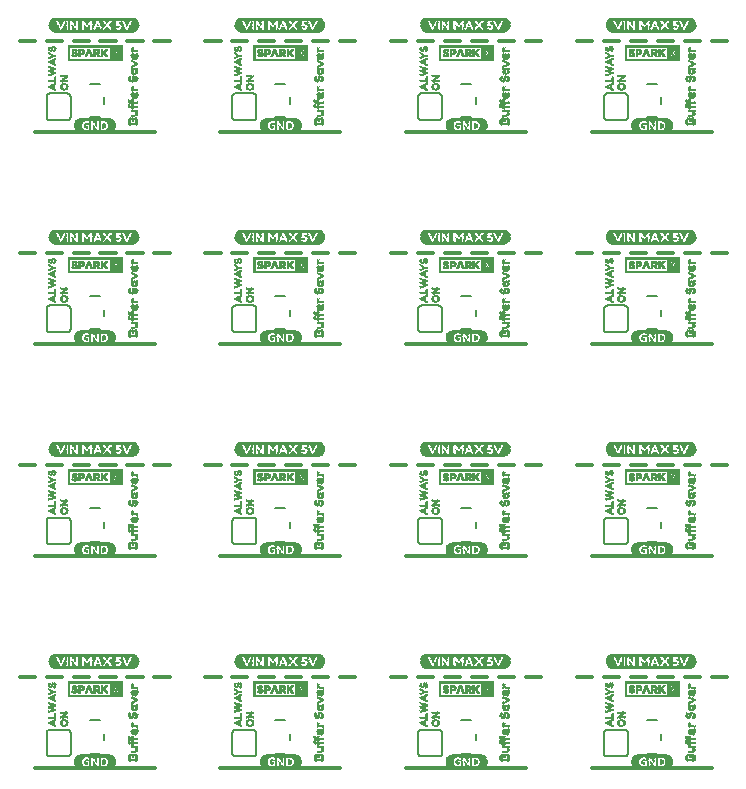
<source format=gto>
G75*
%MOIN*%
%OFA0B0*%
%FSLAX25Y25*%
%IPPOS*%
%LPD*%
%AMOC8*
5,1,8,0,0,1.08239X$1,22.5*
%
%ADD10C,0.01200*%
%ADD11C,0.00800*%
%ADD12R,0.10276X0.00118*%
%ADD13R,0.10984X0.00118*%
%ADD14R,0.11457X0.00079*%
%ADD15R,0.11929X0.00157*%
%ADD16R,0.12165X0.00118*%
%ADD17R,0.12402X0.00118*%
%ADD18R,0.12638X0.00079*%
%ADD19R,0.03189X0.00118*%
%ADD20R,0.08976X0.00118*%
%ADD21R,0.03071X0.00157*%
%ADD22R,0.00945X0.00157*%
%ADD23R,0.01417X0.00157*%
%ADD24R,0.00472X0.00157*%
%ADD25R,0.02835X0.00118*%
%ADD26R,0.00591X0.00118*%
%ADD27R,0.01181X0.00118*%
%ADD28R,0.00354X0.00118*%
%ADD29R,0.00472X0.00118*%
%ADD30R,0.01063X0.00118*%
%ADD31R,0.02598X0.00118*%
%ADD32R,0.02717X0.00118*%
%ADD33R,0.02717X0.00157*%
%ADD34R,0.00354X0.00157*%
%ADD35R,0.00827X0.00118*%
%ADD36R,0.02480X0.00118*%
%ADD37R,0.00709X0.00118*%
%ADD38R,0.02126X0.00118*%
%ADD39R,0.02598X0.00157*%
%ADD40R,0.02244X0.00157*%
%ADD41R,0.00591X0.00157*%
%ADD42R,0.02480X0.00157*%
%ADD43R,0.02244X0.00118*%
%ADD44R,0.00709X0.00157*%
%ADD45R,0.00118X0.00157*%
%ADD46R,0.00236X0.00157*%
%ADD47R,0.01181X0.00157*%
%ADD48R,0.00236X0.00118*%
%ADD49R,0.00118X0.00118*%
%ADD50R,0.01063X0.00157*%
%ADD51R,0.00945X0.00118*%
%ADD52R,0.00827X0.00157*%
%ADD53R,0.02953X0.00157*%
%ADD54R,0.01299X0.00157*%
%ADD55R,0.03071X0.00118*%
%ADD56R,0.01417X0.00118*%
%ADD57R,0.12638X0.00118*%
%ADD58R,0.11929X0.00118*%
%ADD59R,0.11457X0.00118*%
%ADD60C,0.00039*%
%ADD61R,0.00079X0.00709*%
%ADD62R,0.00118X0.01299*%
%ADD63R,0.00118X0.01063*%
%ADD64R,0.00118X0.00945*%
%ADD65R,0.00118X0.00827*%
%ADD66R,0.00157X0.01890*%
%ADD67R,0.00157X0.01181*%
%ADD68R,0.00157X0.01417*%
%ADD69R,0.00118X0.02126*%
%ADD70R,0.00118X0.01181*%
%ADD71R,0.00118X0.01654*%
%ADD72R,0.00118X0.02244*%
%ADD73R,0.00118X0.01890*%
%ADD74R,0.00118X0.02362*%
%ADD75R,0.00118X0.02008*%
%ADD76R,0.00157X0.02362*%
%ADD77R,0.00157X0.00945*%
%ADD78R,0.00157X0.01063*%
%ADD79R,0.00157X0.02008*%
%ADD80R,0.00118X0.02480*%
%ADD81R,0.00118X0.00709*%
%ADD82R,0.00118X0.00236*%
%ADD83R,0.00118X0.00354*%
%ADD84R,0.00118X0.00591*%
%ADD85R,0.00118X0.03189*%
%ADD86R,0.00118X0.00472*%
%ADD87R,0.00157X0.00827*%
%ADD88R,0.00157X0.00709*%
%ADD89R,0.00157X0.03189*%
%ADD90R,0.00157X0.01654*%
%ADD91R,0.00157X0.01772*%
%ADD92R,0.00118X0.03425*%
%ADD93R,0.00118X0.01772*%
%ADD94R,0.00118X0.02835*%
%ADD95R,0.00118X0.01535*%
%ADD96R,0.00118X0.03071*%
%ADD97R,0.00118X0.03307*%
%ADD98R,0.00157X0.01299*%
%ADD99R,0.00157X0.02244*%
%ADD100R,0.00157X0.02126*%
%ADD101R,0.00157X0.02480*%
%ADD102R,0.00157X0.00472*%
%ADD103R,0.00157X0.01535*%
%ADD104C,0.00600*%
%ADD105R,0.00118X0.00197*%
%ADD106R,0.00118X0.00079*%
%ADD107R,0.00118X0.00669*%
%ADD108R,0.00079X0.00512*%
%ADD109R,0.00079X0.00591*%
%ADD110R,0.00079X0.00472*%
%ADD111R,0.00079X0.01181*%
%ADD112R,0.00118X0.01378*%
%ADD113R,0.00079X0.00669*%
%ADD114R,0.00079X0.00787*%
%ADD115R,0.00079X0.01575*%
%ADD116R,0.00118X0.00787*%
%ADD117R,0.00118X0.01575*%
%ADD118R,0.00079X0.00906*%
%ADD119R,0.00079X0.00866*%
%ADD120R,0.00079X0.01654*%
%ADD121R,0.00118X0.00984*%
%ADD122R,0.00118X0.00866*%
%ADD123R,0.00079X0.01063*%
%ADD124R,0.00079X0.00984*%
%ADD125R,0.00079X0.01102*%
%ADD126R,0.00079X0.00315*%
%ADD127R,0.00118X0.01142*%
%ADD128R,0.00079X0.01260*%
%ADD129R,0.00079X0.01457*%
%ADD130R,0.00079X0.01496*%
%ADD131R,0.00079X0.01378*%
%ADD132R,0.00118X0.01260*%
%ADD133R,0.00118X0.01496*%
%ADD134R,0.00079X0.02047*%
%ADD135R,0.00079X0.01299*%
%ADD136R,0.00118X0.01850*%
%ADD137R,0.00118X0.01969*%
%ADD138R,0.00079X0.02087*%
%ADD139R,0.00079X0.01969*%
%ADD140R,0.00118X0.02087*%
%ADD141R,0.00118X0.01102*%
%ADD142R,0.00118X0.02165*%
%ADD143R,0.00118X0.00315*%
%ADD144R,0.00079X0.02244*%
%ADD145R,0.00079X0.01024*%
%ADD146R,0.00079X0.02165*%
%ADD147R,0.00118X0.00906*%
%ADD148R,0.00079X0.02480*%
%ADD149R,0.00079X0.02362*%
%ADD150R,0.00079X0.01890*%
%ADD151R,0.00118X0.00394*%
%ADD152R,0.00118X0.00512*%
%ADD153R,0.00079X0.00197*%
%ADD154R,0.00118X0.01457*%
%ADD155R,0.00079X0.01693*%
%ADD156R,0.00118X0.00630*%
%ADD157R,0.00079X0.01850*%
%ADD158R,0.00118X0.01693*%
%ADD159R,0.00079X0.00276*%
%ADD160R,0.26575X0.00118*%
%ADD161R,0.27283X0.00118*%
%ADD162R,0.27756X0.00079*%
%ADD163R,0.28228X0.00157*%
%ADD164R,0.28465X0.00118*%
%ADD165R,0.28701X0.00118*%
%ADD166R,0.28937X0.00079*%
%ADD167R,0.02362X0.00118*%
%ADD168R,0.15354X0.00118*%
%ADD169R,0.01890X0.00118*%
%ADD170R,0.08858X0.00118*%
%ADD171R,0.01772X0.00157*%
%ADD172R,0.01535X0.00157*%
%ADD173R,0.02008X0.00157*%
%ADD174R,0.01654X0.00157*%
%ADD175R,0.01772X0.00118*%
%ADD176R,0.01535X0.00118*%
%ADD177R,0.01299X0.00118*%
%ADD178R,0.01654X0.00118*%
%ADD179R,0.02835X0.00157*%
%ADD180R,0.01890X0.00157*%
%ADD181R,0.02008X0.00118*%
%ADD182R,0.02953X0.00118*%
%ADD183R,0.03307X0.00157*%
%ADD184R,0.03307X0.00118*%
%ADD185R,0.03425X0.00157*%
%ADD186R,0.03425X0.00118*%
%ADD187R,0.28937X0.00118*%
%ADD188R,0.28228X0.00118*%
%ADD189R,0.27756X0.00118*%
D10*
X0043750Y0038000D02*
X0083750Y0038000D01*
X0105671Y0038000D02*
X0145671Y0038000D01*
X0167592Y0038000D02*
X0207592Y0038000D01*
X0229514Y0038000D02*
X0269514Y0038000D01*
X0269461Y0068500D02*
X0274514Y0068500D01*
X0265524Y0068500D02*
X0260472Y0068500D01*
X0256535Y0068500D02*
X0251482Y0068500D01*
X0247545Y0068500D02*
X0242493Y0068500D01*
X0238556Y0068500D02*
X0233503Y0068500D01*
X0229566Y0068500D02*
X0224514Y0068500D01*
X0212592Y0068500D02*
X0207540Y0068500D01*
X0203603Y0068500D02*
X0198551Y0068500D01*
X0194613Y0068500D02*
X0189561Y0068500D01*
X0185624Y0068500D02*
X0180571Y0068500D01*
X0176634Y0068500D02*
X0171582Y0068500D01*
X0167645Y0068500D02*
X0162592Y0068500D01*
X0150671Y0068500D02*
X0145619Y0068500D01*
X0141682Y0068500D02*
X0136629Y0068500D01*
X0132692Y0068500D02*
X0127640Y0068500D01*
X0123703Y0068500D02*
X0118650Y0068500D01*
X0114713Y0068500D02*
X0109661Y0068500D01*
X0105724Y0068500D02*
X0100671Y0068500D01*
X0088750Y0068500D02*
X0083698Y0068500D01*
X0079760Y0068500D02*
X0074708Y0068500D01*
X0070771Y0068500D02*
X0065719Y0068500D01*
X0061781Y0068500D02*
X0056729Y0068500D01*
X0052792Y0068500D02*
X0047740Y0068500D01*
X0043802Y0068500D02*
X0038750Y0068500D01*
X0043750Y0108701D02*
X0083750Y0108701D01*
X0105671Y0108701D02*
X0145671Y0108701D01*
X0167592Y0108701D02*
X0207592Y0108701D01*
X0229514Y0108701D02*
X0269514Y0108701D01*
X0269461Y0139201D02*
X0274514Y0139201D01*
X0265524Y0139201D02*
X0260472Y0139201D01*
X0256535Y0139201D02*
X0251482Y0139201D01*
X0247545Y0139201D02*
X0242493Y0139201D01*
X0238556Y0139201D02*
X0233503Y0139201D01*
X0229566Y0139201D02*
X0224514Y0139201D01*
X0212592Y0139201D02*
X0207540Y0139201D01*
X0203603Y0139201D02*
X0198551Y0139201D01*
X0194613Y0139201D02*
X0189561Y0139201D01*
X0185624Y0139201D02*
X0180571Y0139201D01*
X0176634Y0139201D02*
X0171582Y0139201D01*
X0167645Y0139201D02*
X0162592Y0139201D01*
X0150671Y0139201D02*
X0145619Y0139201D01*
X0141682Y0139201D02*
X0136629Y0139201D01*
X0132692Y0139201D02*
X0127640Y0139201D01*
X0123703Y0139201D02*
X0118650Y0139201D01*
X0114713Y0139201D02*
X0109661Y0139201D01*
X0105724Y0139201D02*
X0100671Y0139201D01*
X0088750Y0139201D02*
X0083698Y0139201D01*
X0079760Y0139201D02*
X0074708Y0139201D01*
X0070771Y0139201D02*
X0065719Y0139201D01*
X0061781Y0139201D02*
X0056729Y0139201D01*
X0052792Y0139201D02*
X0047740Y0139201D01*
X0043802Y0139201D02*
X0038750Y0139201D01*
X0043750Y0179402D02*
X0083750Y0179402D01*
X0105671Y0179402D02*
X0145671Y0179402D01*
X0167592Y0179402D02*
X0207592Y0179402D01*
X0229514Y0179402D02*
X0269514Y0179402D01*
X0269461Y0209902D02*
X0274514Y0209902D01*
X0265524Y0209902D02*
X0260472Y0209902D01*
X0256535Y0209902D02*
X0251482Y0209902D01*
X0247545Y0209902D02*
X0242493Y0209902D01*
X0238556Y0209902D02*
X0233503Y0209902D01*
X0229566Y0209902D02*
X0224514Y0209902D01*
X0212592Y0209902D02*
X0207540Y0209902D01*
X0203603Y0209902D02*
X0198551Y0209902D01*
X0194613Y0209902D02*
X0189561Y0209902D01*
X0185624Y0209902D02*
X0180571Y0209902D01*
X0176634Y0209902D02*
X0171582Y0209902D01*
X0167645Y0209902D02*
X0162592Y0209902D01*
X0150671Y0209902D02*
X0145619Y0209902D01*
X0141682Y0209902D02*
X0136629Y0209902D01*
X0132692Y0209902D02*
X0127640Y0209902D01*
X0123703Y0209902D02*
X0118650Y0209902D01*
X0114713Y0209902D02*
X0109661Y0209902D01*
X0105724Y0209902D02*
X0100671Y0209902D01*
X0088750Y0209902D02*
X0083698Y0209902D01*
X0079760Y0209902D02*
X0074708Y0209902D01*
X0070771Y0209902D02*
X0065719Y0209902D01*
X0061781Y0209902D02*
X0056729Y0209902D01*
X0052792Y0209902D02*
X0047740Y0209902D01*
X0043802Y0209902D02*
X0038750Y0209902D01*
X0043750Y0250102D02*
X0083750Y0250102D01*
X0105671Y0250102D02*
X0145671Y0250102D01*
X0167592Y0250102D02*
X0207592Y0250102D01*
X0229514Y0250102D02*
X0269514Y0250102D01*
X0269461Y0280602D02*
X0274514Y0280602D01*
X0265524Y0280602D02*
X0260472Y0280602D01*
X0256535Y0280602D02*
X0251482Y0280602D01*
X0247545Y0280602D02*
X0242493Y0280602D01*
X0238556Y0280602D02*
X0233503Y0280602D01*
X0229566Y0280602D02*
X0224514Y0280602D01*
X0212592Y0280602D02*
X0207540Y0280602D01*
X0203603Y0280602D02*
X0198551Y0280602D01*
X0194613Y0280602D02*
X0189561Y0280602D01*
X0185624Y0280602D02*
X0180571Y0280602D01*
X0176634Y0280602D02*
X0171582Y0280602D01*
X0167645Y0280602D02*
X0162592Y0280602D01*
X0150671Y0280602D02*
X0145619Y0280602D01*
X0141682Y0280602D02*
X0136629Y0280602D01*
X0132692Y0280602D02*
X0127640Y0280602D01*
X0123703Y0280602D02*
X0118650Y0280602D01*
X0114713Y0280602D02*
X0109661Y0280602D01*
X0105724Y0280602D02*
X0100671Y0280602D01*
X0088750Y0280602D02*
X0083698Y0280602D01*
X0079760Y0280602D02*
X0074708Y0280602D01*
X0070771Y0280602D02*
X0065719Y0280602D01*
X0061781Y0280602D02*
X0056729Y0280602D01*
X0052792Y0280602D02*
X0047740Y0280602D01*
X0043802Y0280602D02*
X0038750Y0280602D01*
D11*
X0062059Y0266202D02*
X0065441Y0266202D01*
X0066941Y0261659D02*
X0066941Y0259546D01*
X0065441Y0255002D02*
X0062059Y0255002D01*
X0123981Y0255002D02*
X0127362Y0255002D01*
X0128862Y0259546D02*
X0128862Y0261659D01*
X0127362Y0266202D02*
X0123981Y0266202D01*
X0185902Y0266202D02*
X0189283Y0266202D01*
X0190783Y0261659D02*
X0190783Y0259546D01*
X0189283Y0255002D02*
X0185902Y0255002D01*
X0247823Y0255002D02*
X0251204Y0255002D01*
X0252704Y0259546D02*
X0252704Y0261659D01*
X0251204Y0266202D02*
X0247823Y0266202D01*
X0247823Y0195502D02*
X0251204Y0195502D01*
X0252704Y0190958D02*
X0252704Y0188845D01*
X0251204Y0184302D02*
X0247823Y0184302D01*
X0190783Y0188845D02*
X0190783Y0190958D01*
X0189283Y0195502D02*
X0185902Y0195502D01*
X0185902Y0184302D02*
X0189283Y0184302D01*
X0128862Y0188845D02*
X0128862Y0190958D01*
X0127362Y0195502D02*
X0123981Y0195502D01*
X0123981Y0184302D02*
X0127362Y0184302D01*
X0066941Y0188845D02*
X0066941Y0190958D01*
X0065441Y0195502D02*
X0062059Y0195502D01*
X0062059Y0184302D02*
X0065441Y0184302D01*
X0065441Y0124801D02*
X0062059Y0124801D01*
X0066941Y0120257D02*
X0066941Y0118144D01*
X0065441Y0113601D02*
X0062059Y0113601D01*
X0123981Y0113601D02*
X0127362Y0113601D01*
X0128862Y0118144D02*
X0128862Y0120257D01*
X0127362Y0124801D02*
X0123981Y0124801D01*
X0185902Y0124801D02*
X0189283Y0124801D01*
X0190783Y0120257D02*
X0190783Y0118144D01*
X0189283Y0113601D02*
X0185902Y0113601D01*
X0247823Y0113601D02*
X0251204Y0113601D01*
X0252704Y0118144D02*
X0252704Y0120257D01*
X0251204Y0124801D02*
X0247823Y0124801D01*
X0247823Y0054100D02*
X0251204Y0054100D01*
X0252704Y0049557D02*
X0252704Y0047443D01*
X0251204Y0042900D02*
X0247823Y0042900D01*
X0190783Y0047443D02*
X0190783Y0049557D01*
X0189283Y0054100D02*
X0185902Y0054100D01*
X0185902Y0042900D02*
X0189283Y0042900D01*
X0128862Y0047443D02*
X0128862Y0049557D01*
X0127362Y0054100D02*
X0123981Y0054100D01*
X0123981Y0042900D02*
X0127362Y0042900D01*
X0066941Y0047443D02*
X0066941Y0049557D01*
X0065441Y0054100D02*
X0062059Y0054100D01*
X0062059Y0042900D02*
X0065441Y0042900D01*
D12*
X0063896Y0042343D03*
X0063896Y0037657D03*
X0125817Y0037657D03*
X0125817Y0042343D03*
X0187738Y0042343D03*
X0187738Y0037657D03*
X0249659Y0037657D03*
X0249659Y0042343D03*
X0249659Y0108358D03*
X0249659Y0113043D03*
X0187738Y0113043D03*
X0187738Y0108358D03*
X0125817Y0108358D03*
X0125817Y0113043D03*
X0063896Y0113043D03*
X0063896Y0108358D03*
X0063896Y0179059D03*
X0063896Y0183744D03*
X0125817Y0183744D03*
X0125817Y0179059D03*
X0187738Y0179059D03*
X0187738Y0183744D03*
X0249659Y0183744D03*
X0249659Y0179059D03*
X0249659Y0249760D03*
X0249659Y0254445D03*
X0187738Y0254445D03*
X0187738Y0249760D03*
X0125817Y0249760D03*
X0125817Y0254445D03*
X0063896Y0254445D03*
X0063896Y0249760D03*
D13*
X0063896Y0249878D03*
X0063896Y0254327D03*
X0125817Y0254327D03*
X0125817Y0249878D03*
X0187738Y0249878D03*
X0187738Y0254327D03*
X0249659Y0254327D03*
X0249659Y0249878D03*
X0249659Y0183626D03*
X0249659Y0179177D03*
X0187738Y0179177D03*
X0187738Y0183626D03*
X0125817Y0183626D03*
X0125817Y0179177D03*
X0063896Y0179177D03*
X0063896Y0183626D03*
X0063896Y0112925D03*
X0063896Y0108476D03*
X0125817Y0108476D03*
X0125817Y0112925D03*
X0187738Y0112925D03*
X0187738Y0108476D03*
X0249659Y0108476D03*
X0249659Y0112925D03*
X0249659Y0042224D03*
X0249659Y0037776D03*
X0187738Y0037776D03*
X0187738Y0042224D03*
X0125817Y0042224D03*
X0125817Y0037776D03*
X0063896Y0037776D03*
X0063896Y0042224D03*
D14*
X0063896Y0042126D03*
X0125817Y0042126D03*
X0187738Y0042126D03*
X0249659Y0042126D03*
X0249659Y0112827D03*
X0187738Y0112827D03*
X0125817Y0112827D03*
X0063896Y0112827D03*
X0063896Y0183528D03*
X0125817Y0183528D03*
X0187738Y0183528D03*
X0249659Y0183528D03*
X0249659Y0254228D03*
X0187738Y0254228D03*
X0125817Y0254228D03*
X0063896Y0254228D03*
D15*
X0063896Y0254110D03*
X0125817Y0254110D03*
X0187738Y0254110D03*
X0249659Y0254110D03*
X0249659Y0183409D03*
X0187738Y0183409D03*
X0125817Y0183409D03*
X0063896Y0183409D03*
X0063896Y0112709D03*
X0125817Y0112709D03*
X0187738Y0112709D03*
X0249659Y0112709D03*
X0249659Y0042008D03*
X0187738Y0042008D03*
X0125817Y0042008D03*
X0063896Y0042008D03*
D16*
X0063896Y0041870D03*
X0063896Y0038091D03*
X0125817Y0038091D03*
X0125817Y0041870D03*
X0187738Y0041870D03*
X0187738Y0038091D03*
X0249659Y0038091D03*
X0249659Y0041870D03*
X0249659Y0108791D03*
X0249659Y0112571D03*
X0187738Y0112571D03*
X0187738Y0108791D03*
X0125817Y0108791D03*
X0125817Y0112571D03*
X0063896Y0112571D03*
X0063896Y0108791D03*
X0063896Y0179492D03*
X0063896Y0183272D03*
X0125817Y0183272D03*
X0125817Y0179492D03*
X0187738Y0179492D03*
X0187738Y0183272D03*
X0249659Y0183272D03*
X0249659Y0179492D03*
X0249659Y0250193D03*
X0249659Y0253972D03*
X0187738Y0253972D03*
X0187738Y0250193D03*
X0125817Y0250193D03*
X0125817Y0253972D03*
X0063896Y0253972D03*
X0063896Y0250193D03*
D17*
X0063896Y0250311D03*
X0063896Y0253854D03*
X0125817Y0253854D03*
X0125817Y0250311D03*
X0187738Y0250311D03*
X0187738Y0253854D03*
X0249659Y0253854D03*
X0249659Y0250311D03*
X0249659Y0183154D03*
X0249659Y0179610D03*
X0187738Y0179610D03*
X0187738Y0183154D03*
X0125817Y0183154D03*
X0125817Y0179610D03*
X0063896Y0179610D03*
X0063896Y0183154D03*
X0063896Y0112453D03*
X0063896Y0108909D03*
X0125817Y0108909D03*
X0125817Y0112453D03*
X0187738Y0112453D03*
X0187738Y0108909D03*
X0249659Y0108909D03*
X0249659Y0112453D03*
X0249659Y0041752D03*
X0249659Y0038209D03*
X0187738Y0038209D03*
X0187738Y0041752D03*
X0125817Y0041752D03*
X0125817Y0038209D03*
X0063896Y0038209D03*
X0063896Y0041752D03*
D18*
X0063896Y0041654D03*
X0125817Y0041654D03*
X0187738Y0041654D03*
X0249659Y0041654D03*
X0249659Y0112354D03*
X0187738Y0112354D03*
X0125817Y0112354D03*
X0063896Y0112354D03*
X0063896Y0183055D03*
X0125817Y0183055D03*
X0187738Y0183055D03*
X0249659Y0183055D03*
X0249659Y0253756D03*
X0187738Y0253756D03*
X0125817Y0253756D03*
X0063896Y0253756D03*
D19*
X0059053Y0253658D03*
X0068738Y0250547D03*
X0077010Y0285268D03*
X0077010Y0285386D03*
X0050081Y0285386D03*
X0050081Y0285268D03*
X0112002Y0285268D03*
X0112002Y0285386D03*
X0138931Y0285386D03*
X0138931Y0285268D03*
X0173923Y0285268D03*
X0173923Y0285386D03*
X0200852Y0285386D03*
X0200852Y0285268D03*
X0235845Y0285268D03*
X0235845Y0285386D03*
X0262774Y0285386D03*
X0262774Y0285268D03*
X0244817Y0253658D03*
X0254502Y0250547D03*
X0262774Y0214685D03*
X0262774Y0214567D03*
X0235845Y0214567D03*
X0235845Y0214685D03*
X0244817Y0182957D03*
X0254502Y0179846D03*
X0262774Y0143984D03*
X0262774Y0143866D03*
X0235845Y0143866D03*
X0235845Y0143984D03*
X0244817Y0112256D03*
X0254502Y0109146D03*
X0262774Y0073283D03*
X0262774Y0073165D03*
X0235845Y0073165D03*
X0235845Y0073283D03*
X0244817Y0041555D03*
X0254502Y0038445D03*
X0200852Y0073165D03*
X0200852Y0073283D03*
X0173923Y0073283D03*
X0173923Y0073165D03*
X0182896Y0041555D03*
X0192581Y0038445D03*
X0138931Y0073165D03*
X0138931Y0073283D03*
X0112002Y0073283D03*
X0112002Y0073165D03*
X0120974Y0041555D03*
X0130659Y0038445D03*
X0077010Y0073165D03*
X0077010Y0073283D03*
X0050081Y0073283D03*
X0050081Y0073165D03*
X0059053Y0041555D03*
X0068738Y0038445D03*
X0068738Y0109146D03*
X0059053Y0112256D03*
X0050081Y0143866D03*
X0050081Y0143984D03*
X0077010Y0143984D03*
X0077010Y0143866D03*
X0112002Y0143866D03*
X0112002Y0143984D03*
X0138931Y0143984D03*
X0138931Y0143866D03*
X0173923Y0143866D03*
X0173923Y0143984D03*
X0200852Y0143984D03*
X0200852Y0143866D03*
X0182896Y0112256D03*
X0192581Y0109146D03*
X0130659Y0109146D03*
X0120974Y0112256D03*
X0130659Y0179846D03*
X0120974Y0182957D03*
X0112002Y0214567D03*
X0112002Y0214685D03*
X0138931Y0214685D03*
X0138931Y0214567D03*
X0173923Y0214567D03*
X0173923Y0214685D03*
X0200852Y0214685D03*
X0200852Y0214567D03*
X0182896Y0182957D03*
X0192581Y0179846D03*
X0192581Y0250547D03*
X0182896Y0253658D03*
X0130659Y0250547D03*
X0120974Y0253658D03*
X0077010Y0214685D03*
X0077010Y0214567D03*
X0050081Y0214567D03*
X0050081Y0214685D03*
X0059053Y0182957D03*
X0068738Y0179846D03*
D20*
X0065844Y0182957D03*
X0127766Y0182957D03*
X0189687Y0182957D03*
X0251608Y0182957D03*
X0251608Y0253658D03*
X0189687Y0253658D03*
X0127766Y0253658D03*
X0065844Y0253658D03*
X0065844Y0112256D03*
X0127766Y0112256D03*
X0189687Y0112256D03*
X0251608Y0112256D03*
X0251608Y0041555D03*
X0189687Y0041555D03*
X0127766Y0041555D03*
X0065844Y0041555D03*
D21*
X0068915Y0041417D03*
X0058876Y0041417D03*
X0050022Y0073500D03*
X0070455Y0073028D03*
X0077069Y0073500D03*
X0111943Y0073500D03*
X0132376Y0073028D03*
X0138990Y0073500D03*
X0130837Y0041417D03*
X0120797Y0041417D03*
X0173864Y0073500D03*
X0194297Y0073028D03*
X0200911Y0073500D03*
X0192758Y0041417D03*
X0182718Y0041417D03*
X0235785Y0073500D03*
X0256219Y0073028D03*
X0262833Y0073500D03*
X0254679Y0041417D03*
X0244640Y0041417D03*
X0244640Y0112118D03*
X0254679Y0112118D03*
X0256219Y0143728D03*
X0262833Y0144201D03*
X0235785Y0144201D03*
X0200911Y0144201D03*
X0194297Y0143728D03*
X0173864Y0144201D03*
X0182718Y0112118D03*
X0192758Y0112118D03*
X0138990Y0144201D03*
X0132376Y0143728D03*
X0111943Y0144201D03*
X0120797Y0112118D03*
X0130837Y0112118D03*
X0077069Y0144201D03*
X0070455Y0143728D03*
X0050022Y0144201D03*
X0058876Y0112118D03*
X0068915Y0112118D03*
X0068915Y0182819D03*
X0058876Y0182819D03*
X0050022Y0214902D03*
X0070455Y0214429D03*
X0077069Y0214902D03*
X0111943Y0214902D03*
X0132376Y0214429D03*
X0138990Y0214902D03*
X0130837Y0182819D03*
X0120797Y0182819D03*
X0173864Y0214902D03*
X0194297Y0214429D03*
X0200911Y0214902D03*
X0192758Y0182819D03*
X0182718Y0182819D03*
X0235785Y0214902D03*
X0256219Y0214429D03*
X0262833Y0214902D03*
X0254679Y0182819D03*
X0244640Y0182819D03*
X0244640Y0253520D03*
X0254679Y0253520D03*
X0256219Y0285130D03*
X0262833Y0285602D03*
X0235785Y0285602D03*
X0200911Y0285602D03*
X0194297Y0285130D03*
X0173864Y0285602D03*
X0182718Y0253520D03*
X0192758Y0253520D03*
X0138990Y0285602D03*
X0132376Y0285130D03*
X0111943Y0285602D03*
X0120797Y0253520D03*
X0130837Y0253520D03*
X0077069Y0285602D03*
X0070455Y0285130D03*
X0050022Y0285602D03*
X0058876Y0253520D03*
X0068915Y0253520D03*
D22*
X0066907Y0252575D03*
X0064073Y0253047D03*
X0062183Y0253520D03*
X0056990Y0286547D03*
X0073053Y0285602D03*
X0073289Y0285130D03*
X0074589Y0286075D03*
X0118911Y0286547D03*
X0134974Y0285602D03*
X0135211Y0285130D03*
X0136510Y0286075D03*
X0124104Y0253520D03*
X0125994Y0253047D03*
X0128829Y0252575D03*
X0136510Y0215374D03*
X0135211Y0214429D03*
X0134974Y0214902D03*
X0118911Y0215846D03*
X0124104Y0182819D03*
X0125994Y0182346D03*
X0128829Y0181874D03*
X0136510Y0144673D03*
X0135211Y0143728D03*
X0134974Y0144201D03*
X0118911Y0145146D03*
X0124104Y0112118D03*
X0125994Y0111646D03*
X0128829Y0111173D03*
X0118911Y0074445D03*
X0134974Y0073500D03*
X0135211Y0073028D03*
X0136510Y0073972D03*
X0125994Y0040945D03*
X0124104Y0041417D03*
X0128829Y0040472D03*
X0180833Y0074445D03*
X0196896Y0073500D03*
X0197132Y0073028D03*
X0198431Y0073972D03*
X0187915Y0040945D03*
X0186026Y0041417D03*
X0190750Y0040472D03*
X0242754Y0074445D03*
X0258817Y0073500D03*
X0259053Y0073028D03*
X0260352Y0073972D03*
X0249837Y0040945D03*
X0247947Y0041417D03*
X0252671Y0040472D03*
X0252671Y0111173D03*
X0249837Y0111646D03*
X0247947Y0112118D03*
X0242754Y0145146D03*
X0258817Y0144201D03*
X0259053Y0143728D03*
X0260352Y0144673D03*
X0252671Y0181874D03*
X0249837Y0182346D03*
X0247947Y0182819D03*
X0242754Y0215846D03*
X0258817Y0214902D03*
X0259053Y0214429D03*
X0260352Y0215374D03*
X0252671Y0252575D03*
X0249837Y0253047D03*
X0247947Y0253520D03*
X0242754Y0286547D03*
X0258817Y0285602D03*
X0259053Y0285130D03*
X0260352Y0286075D03*
X0198431Y0286075D03*
X0196896Y0285602D03*
X0197132Y0285130D03*
X0180833Y0286547D03*
X0186026Y0253520D03*
X0187915Y0253047D03*
X0190750Y0252575D03*
X0198431Y0215374D03*
X0197132Y0214429D03*
X0196896Y0214902D03*
X0180833Y0215846D03*
X0186026Y0182819D03*
X0187915Y0182346D03*
X0190750Y0181874D03*
X0198431Y0144673D03*
X0197132Y0143728D03*
X0196896Y0144201D03*
X0180833Y0145146D03*
X0186026Y0112118D03*
X0187915Y0111646D03*
X0190750Y0111173D03*
X0074589Y0144673D03*
X0073289Y0143728D03*
X0073053Y0144201D03*
X0056990Y0145146D03*
X0062183Y0112118D03*
X0064073Y0111646D03*
X0066907Y0111173D03*
X0056990Y0074445D03*
X0073053Y0073500D03*
X0073289Y0073028D03*
X0074589Y0073972D03*
X0064073Y0040945D03*
X0062183Y0041417D03*
X0066907Y0040472D03*
X0066907Y0181874D03*
X0064073Y0182346D03*
X0062183Y0182819D03*
X0056990Y0215846D03*
X0073053Y0214902D03*
X0073289Y0214429D03*
X0074589Y0215374D03*
D23*
X0074589Y0215846D03*
X0070100Y0213957D03*
X0065967Y0215846D03*
X0058880Y0215846D03*
X0058880Y0215374D03*
X0058880Y0214902D03*
X0058880Y0214429D03*
X0058880Y0213957D03*
X0056872Y0216319D03*
X0063955Y0182819D03*
X0056872Y0145618D03*
X0058880Y0145146D03*
X0058880Y0144673D03*
X0058880Y0144201D03*
X0058880Y0143728D03*
X0058880Y0143256D03*
X0065967Y0145146D03*
X0070100Y0143256D03*
X0074589Y0145146D03*
X0063955Y0112118D03*
X0065967Y0074445D03*
X0070100Y0072555D03*
X0074589Y0074445D03*
X0058880Y0074445D03*
X0058880Y0073972D03*
X0058880Y0073500D03*
X0058880Y0073028D03*
X0058880Y0072555D03*
X0056872Y0074917D03*
X0063955Y0041417D03*
X0118793Y0074917D03*
X0120801Y0074445D03*
X0120801Y0073972D03*
X0120801Y0073500D03*
X0120801Y0073028D03*
X0120801Y0072555D03*
X0127888Y0074445D03*
X0132022Y0072555D03*
X0136510Y0074445D03*
X0125876Y0041417D03*
X0180715Y0074917D03*
X0182722Y0074445D03*
X0182722Y0073972D03*
X0182722Y0073500D03*
X0182722Y0073028D03*
X0182722Y0072555D03*
X0189809Y0074445D03*
X0193943Y0072555D03*
X0198431Y0074445D03*
X0187797Y0041417D03*
X0242636Y0074917D03*
X0244644Y0074445D03*
X0244644Y0073972D03*
X0244644Y0073500D03*
X0244644Y0073028D03*
X0244644Y0072555D03*
X0251730Y0074445D03*
X0255864Y0072555D03*
X0260352Y0074445D03*
X0249719Y0041417D03*
X0249719Y0112118D03*
X0244644Y0143256D03*
X0244644Y0143728D03*
X0244644Y0144201D03*
X0244644Y0144673D03*
X0244644Y0145146D03*
X0242636Y0145618D03*
X0251730Y0145146D03*
X0255864Y0143256D03*
X0260352Y0145146D03*
X0249719Y0182819D03*
X0244644Y0213957D03*
X0244644Y0214429D03*
X0244644Y0214902D03*
X0244644Y0215374D03*
X0244644Y0215846D03*
X0242636Y0216319D03*
X0251730Y0215846D03*
X0255864Y0213957D03*
X0260352Y0215846D03*
X0249719Y0253520D03*
X0244644Y0284658D03*
X0244644Y0285130D03*
X0244644Y0285602D03*
X0244644Y0286075D03*
X0244644Y0286547D03*
X0242636Y0287020D03*
X0251730Y0286547D03*
X0255864Y0284658D03*
X0260352Y0286547D03*
X0198431Y0286547D03*
X0193943Y0284658D03*
X0189809Y0286547D03*
X0182722Y0286547D03*
X0182722Y0286075D03*
X0182722Y0285602D03*
X0182722Y0285130D03*
X0182722Y0284658D03*
X0180715Y0287020D03*
X0187797Y0253520D03*
X0180715Y0216319D03*
X0182722Y0215846D03*
X0182722Y0215374D03*
X0182722Y0214902D03*
X0182722Y0214429D03*
X0182722Y0213957D03*
X0189809Y0215846D03*
X0193943Y0213957D03*
X0198431Y0215846D03*
X0187797Y0182819D03*
X0180715Y0145618D03*
X0182722Y0145146D03*
X0182722Y0144673D03*
X0182722Y0144201D03*
X0182722Y0143728D03*
X0182722Y0143256D03*
X0189809Y0145146D03*
X0193943Y0143256D03*
X0198431Y0145146D03*
X0187797Y0112118D03*
X0136510Y0145146D03*
X0132022Y0143256D03*
X0127888Y0145146D03*
X0120801Y0145146D03*
X0120801Y0144673D03*
X0120801Y0144201D03*
X0120801Y0143728D03*
X0120801Y0143256D03*
X0118793Y0145618D03*
X0125876Y0112118D03*
X0125876Y0182819D03*
X0120801Y0213957D03*
X0120801Y0214429D03*
X0120801Y0214902D03*
X0120801Y0215374D03*
X0120801Y0215846D03*
X0118793Y0216319D03*
X0127888Y0215846D03*
X0132022Y0213957D03*
X0136510Y0215846D03*
X0125876Y0253520D03*
X0120801Y0284658D03*
X0120801Y0285130D03*
X0120801Y0285602D03*
X0120801Y0286075D03*
X0120801Y0286547D03*
X0118793Y0287020D03*
X0127888Y0286547D03*
X0132022Y0284658D03*
X0136510Y0286547D03*
X0074589Y0286547D03*
X0070100Y0284658D03*
X0065967Y0286547D03*
X0058880Y0286547D03*
X0058880Y0286075D03*
X0058880Y0285602D03*
X0058880Y0285130D03*
X0058880Y0284658D03*
X0056872Y0287020D03*
X0063955Y0253520D03*
D24*
X0065490Y0253520D03*
X0063600Y0251630D03*
X0062301Y0253047D03*
X0065490Y0250685D03*
X0066439Y0284658D03*
X0061951Y0285130D03*
X0060652Y0285130D03*
X0056518Y0285130D03*
X0055337Y0284185D03*
X0055337Y0287020D03*
X0117258Y0287020D03*
X0118439Y0285130D03*
X0117258Y0284185D03*
X0122573Y0285130D03*
X0123872Y0285130D03*
X0128360Y0284658D03*
X0127411Y0253520D03*
X0125522Y0251630D03*
X0124222Y0253047D03*
X0127411Y0250685D03*
X0117258Y0216319D03*
X0118439Y0214429D03*
X0117258Y0213484D03*
X0122573Y0214429D03*
X0123872Y0214429D03*
X0128360Y0213957D03*
X0127411Y0182819D03*
X0125522Y0180929D03*
X0124222Y0182346D03*
X0127411Y0179984D03*
X0117258Y0145618D03*
X0118439Y0143728D03*
X0117258Y0142783D03*
X0122573Y0143728D03*
X0123872Y0143728D03*
X0128360Y0143256D03*
X0127411Y0112118D03*
X0125522Y0110228D03*
X0124222Y0111646D03*
X0127411Y0109283D03*
X0117258Y0074917D03*
X0118439Y0073028D03*
X0117258Y0072083D03*
X0122573Y0073028D03*
X0123872Y0073028D03*
X0128360Y0072555D03*
X0127411Y0041417D03*
X0125522Y0039528D03*
X0124222Y0040945D03*
X0127411Y0038583D03*
X0179179Y0072083D03*
X0180360Y0073028D03*
X0179179Y0074917D03*
X0184494Y0073028D03*
X0185793Y0073028D03*
X0190281Y0072555D03*
X0189333Y0041417D03*
X0187443Y0039528D03*
X0186144Y0040945D03*
X0189333Y0038583D03*
X0241100Y0072083D03*
X0242282Y0073028D03*
X0241100Y0074917D03*
X0246415Y0073028D03*
X0247715Y0073028D03*
X0252203Y0072555D03*
X0251254Y0041417D03*
X0249364Y0039528D03*
X0248065Y0040945D03*
X0251254Y0038583D03*
X0251254Y0109283D03*
X0249364Y0110228D03*
X0248065Y0111646D03*
X0251254Y0112118D03*
X0252203Y0143256D03*
X0247715Y0143728D03*
X0246415Y0143728D03*
X0242282Y0143728D03*
X0241100Y0142783D03*
X0241100Y0145618D03*
X0251254Y0179984D03*
X0249364Y0180929D03*
X0248065Y0182346D03*
X0251254Y0182819D03*
X0252203Y0213957D03*
X0247715Y0214429D03*
X0246415Y0214429D03*
X0242282Y0214429D03*
X0241100Y0213484D03*
X0241100Y0216319D03*
X0251254Y0250685D03*
X0249364Y0251630D03*
X0248065Y0253047D03*
X0251254Y0253520D03*
X0252203Y0284658D03*
X0247715Y0285130D03*
X0246415Y0285130D03*
X0242282Y0285130D03*
X0241100Y0284185D03*
X0241100Y0287020D03*
X0190281Y0284658D03*
X0185793Y0285130D03*
X0184494Y0285130D03*
X0180360Y0285130D03*
X0179179Y0284185D03*
X0179179Y0287020D03*
X0189333Y0253520D03*
X0187443Y0251630D03*
X0186144Y0253047D03*
X0189333Y0250685D03*
X0179179Y0216319D03*
X0180360Y0214429D03*
X0179179Y0213484D03*
X0184494Y0214429D03*
X0185793Y0214429D03*
X0190281Y0213957D03*
X0189333Y0182819D03*
X0187443Y0180929D03*
X0186144Y0182346D03*
X0189333Y0179984D03*
X0179179Y0145618D03*
X0180360Y0143728D03*
X0179179Y0142783D03*
X0184494Y0143728D03*
X0185793Y0143728D03*
X0190281Y0143256D03*
X0189333Y0112118D03*
X0187443Y0110228D03*
X0186144Y0111646D03*
X0189333Y0109283D03*
X0066439Y0143256D03*
X0061951Y0143728D03*
X0060652Y0143728D03*
X0056518Y0143728D03*
X0055337Y0142783D03*
X0055337Y0145618D03*
X0062301Y0111646D03*
X0063600Y0110228D03*
X0065490Y0109283D03*
X0065490Y0112118D03*
X0055337Y0074917D03*
X0056518Y0073028D03*
X0055337Y0072083D03*
X0060652Y0073028D03*
X0061951Y0073028D03*
X0066439Y0072555D03*
X0065490Y0041417D03*
X0063600Y0039528D03*
X0062301Y0040945D03*
X0065490Y0038583D03*
X0065490Y0179984D03*
X0063600Y0180929D03*
X0062301Y0182346D03*
X0065490Y0182819D03*
X0066439Y0213957D03*
X0061951Y0214429D03*
X0060652Y0214429D03*
X0056518Y0214429D03*
X0055337Y0213484D03*
X0055337Y0216319D03*
D25*
X0049904Y0215236D03*
X0077187Y0215236D03*
X0069033Y0182681D03*
X0069152Y0182602D03*
X0058758Y0182681D03*
X0058640Y0182602D03*
X0049904Y0144535D03*
X0077187Y0144535D03*
X0069033Y0111980D03*
X0069152Y0111902D03*
X0058758Y0111980D03*
X0058640Y0111902D03*
X0049904Y0073835D03*
X0077187Y0073835D03*
X0069033Y0041280D03*
X0069152Y0041201D03*
X0058758Y0041280D03*
X0058640Y0041201D03*
X0111825Y0073835D03*
X0139108Y0073835D03*
X0130955Y0041280D03*
X0131073Y0041201D03*
X0120679Y0041280D03*
X0120561Y0041201D03*
X0173746Y0073835D03*
X0201030Y0073835D03*
X0192876Y0041280D03*
X0192994Y0041201D03*
X0182600Y0041280D03*
X0182482Y0041201D03*
X0235667Y0073835D03*
X0262951Y0073835D03*
X0254797Y0041280D03*
X0254915Y0041201D03*
X0244522Y0041280D03*
X0244404Y0041201D03*
X0244404Y0111902D03*
X0244522Y0111980D03*
X0254797Y0111980D03*
X0254915Y0111902D03*
X0262951Y0144535D03*
X0235667Y0144535D03*
X0201030Y0144535D03*
X0173746Y0144535D03*
X0182600Y0111980D03*
X0182482Y0111902D03*
X0192876Y0111980D03*
X0192994Y0111902D03*
X0139108Y0144535D03*
X0111825Y0144535D03*
X0120679Y0111980D03*
X0120561Y0111902D03*
X0130955Y0111980D03*
X0131073Y0111902D03*
X0131073Y0182602D03*
X0130955Y0182681D03*
X0120679Y0182681D03*
X0120561Y0182602D03*
X0111825Y0215236D03*
X0139108Y0215236D03*
X0173746Y0215236D03*
X0201030Y0215236D03*
X0192876Y0182681D03*
X0192994Y0182602D03*
X0182600Y0182681D03*
X0182482Y0182602D03*
X0235667Y0215236D03*
X0262951Y0215236D03*
X0254797Y0182681D03*
X0254915Y0182602D03*
X0244522Y0182681D03*
X0244404Y0182602D03*
X0244404Y0253303D03*
X0244522Y0253382D03*
X0254797Y0253382D03*
X0254915Y0253303D03*
X0262951Y0285937D03*
X0235667Y0285937D03*
X0201030Y0285937D03*
X0173746Y0285937D03*
X0182600Y0253382D03*
X0182482Y0253303D03*
X0192876Y0253382D03*
X0192994Y0253303D03*
X0139108Y0285937D03*
X0111825Y0285937D03*
X0120679Y0253382D03*
X0120561Y0253303D03*
X0130955Y0253382D03*
X0131073Y0253303D03*
X0077187Y0285937D03*
X0049904Y0285937D03*
X0058758Y0253382D03*
X0058640Y0253303D03*
X0069033Y0253382D03*
X0069152Y0253303D03*
D26*
X0065431Y0250547D03*
X0063659Y0251374D03*
X0063659Y0251492D03*
X0062242Y0252831D03*
X0062242Y0253382D03*
X0061061Y0251295D03*
X0066380Y0284047D03*
X0068033Y0286409D03*
X0063309Y0285268D03*
X0061892Y0284992D03*
X0060711Y0284992D03*
X0056577Y0284992D03*
X0056577Y0284874D03*
X0055278Y0284047D03*
X0054096Y0285937D03*
X0052561Y0285740D03*
X0074530Y0285740D03*
X0114482Y0285740D03*
X0116018Y0285937D03*
X0117199Y0284047D03*
X0118498Y0284874D03*
X0118498Y0284992D03*
X0122632Y0284992D03*
X0123813Y0284992D03*
X0125230Y0285268D03*
X0128301Y0284047D03*
X0129955Y0286409D03*
X0136451Y0285740D03*
X0124163Y0253382D03*
X0124163Y0252831D03*
X0122982Y0251295D03*
X0125581Y0251374D03*
X0125581Y0251492D03*
X0127352Y0250547D03*
X0129955Y0215709D03*
X0128301Y0213346D03*
X0125230Y0214567D03*
X0123813Y0214291D03*
X0122632Y0214291D03*
X0118498Y0214291D03*
X0118498Y0214173D03*
X0117199Y0213346D03*
X0116018Y0215236D03*
X0114482Y0215039D03*
X0136451Y0215039D03*
X0124163Y0182681D03*
X0124163Y0182130D03*
X0122982Y0180595D03*
X0125581Y0180673D03*
X0125581Y0180791D03*
X0127352Y0179846D03*
X0129955Y0145008D03*
X0128301Y0142646D03*
X0125230Y0143866D03*
X0123813Y0143591D03*
X0122632Y0143591D03*
X0118498Y0143591D03*
X0118498Y0143472D03*
X0117199Y0142646D03*
X0116018Y0144535D03*
X0114482Y0144339D03*
X0136451Y0144339D03*
X0124163Y0111980D03*
X0124163Y0111429D03*
X0122982Y0109894D03*
X0125581Y0109972D03*
X0125581Y0110091D03*
X0127352Y0109146D03*
X0129955Y0074307D03*
X0128301Y0071945D03*
X0125230Y0073165D03*
X0123813Y0072890D03*
X0122632Y0072890D03*
X0118498Y0072890D03*
X0118498Y0072772D03*
X0117199Y0071945D03*
X0116018Y0073835D03*
X0114482Y0073638D03*
X0136451Y0073638D03*
X0124163Y0041280D03*
X0124163Y0040728D03*
X0122982Y0039193D03*
X0125581Y0039272D03*
X0125581Y0039390D03*
X0127352Y0038445D03*
X0176404Y0073638D03*
X0177939Y0073835D03*
X0179120Y0071945D03*
X0180419Y0072772D03*
X0180419Y0072890D03*
X0184553Y0072890D03*
X0185734Y0072890D03*
X0187152Y0073165D03*
X0190222Y0071945D03*
X0191876Y0074307D03*
X0198372Y0073638D03*
X0186085Y0041280D03*
X0186085Y0040728D03*
X0184904Y0039193D03*
X0187502Y0039272D03*
X0187502Y0039390D03*
X0189274Y0038445D03*
X0238325Y0073638D03*
X0239860Y0073835D03*
X0241041Y0071945D03*
X0242341Y0072772D03*
X0242341Y0072890D03*
X0246474Y0072890D03*
X0247656Y0072890D03*
X0249073Y0073165D03*
X0252144Y0071945D03*
X0253797Y0074307D03*
X0260293Y0073638D03*
X0248006Y0041280D03*
X0248006Y0040728D03*
X0246825Y0039193D03*
X0249423Y0039272D03*
X0249423Y0039390D03*
X0251195Y0038445D03*
X0251195Y0109146D03*
X0249423Y0109972D03*
X0249423Y0110091D03*
X0248006Y0111429D03*
X0248006Y0111980D03*
X0246825Y0109894D03*
X0252144Y0142646D03*
X0253797Y0145008D03*
X0249073Y0143866D03*
X0247656Y0143591D03*
X0246474Y0143591D03*
X0242341Y0143591D03*
X0242341Y0143472D03*
X0241041Y0142646D03*
X0239860Y0144535D03*
X0238325Y0144339D03*
X0260293Y0144339D03*
X0251195Y0179846D03*
X0249423Y0180673D03*
X0249423Y0180791D03*
X0248006Y0182130D03*
X0248006Y0182681D03*
X0246825Y0180595D03*
X0252144Y0213346D03*
X0253797Y0215709D03*
X0249073Y0214567D03*
X0247656Y0214291D03*
X0246474Y0214291D03*
X0242341Y0214291D03*
X0242341Y0214173D03*
X0241041Y0213346D03*
X0239860Y0215236D03*
X0238325Y0215039D03*
X0260293Y0215039D03*
X0251195Y0250547D03*
X0249423Y0251374D03*
X0249423Y0251492D03*
X0248006Y0252831D03*
X0248006Y0253382D03*
X0246825Y0251295D03*
X0252144Y0284047D03*
X0253797Y0286409D03*
X0249073Y0285268D03*
X0247656Y0284992D03*
X0246474Y0284992D03*
X0242341Y0284992D03*
X0242341Y0284874D03*
X0241041Y0284047D03*
X0239860Y0285937D03*
X0238325Y0285740D03*
X0260293Y0285740D03*
X0198372Y0285740D03*
X0191876Y0286409D03*
X0190222Y0284047D03*
X0187152Y0285268D03*
X0185734Y0284992D03*
X0184553Y0284992D03*
X0180419Y0284992D03*
X0180419Y0284874D03*
X0179120Y0284047D03*
X0177939Y0285937D03*
X0176404Y0285740D03*
X0186085Y0253382D03*
X0186085Y0252831D03*
X0184904Y0251295D03*
X0187502Y0251374D03*
X0187502Y0251492D03*
X0189274Y0250547D03*
X0191876Y0215709D03*
X0190222Y0213346D03*
X0187152Y0214567D03*
X0185734Y0214291D03*
X0184553Y0214291D03*
X0180419Y0214291D03*
X0180419Y0214173D03*
X0179120Y0213346D03*
X0177939Y0215236D03*
X0176404Y0215039D03*
X0198372Y0215039D03*
X0186085Y0182681D03*
X0186085Y0182130D03*
X0184904Y0180595D03*
X0187502Y0180673D03*
X0187502Y0180791D03*
X0189274Y0179846D03*
X0191876Y0145008D03*
X0190222Y0142646D03*
X0187152Y0143866D03*
X0185734Y0143591D03*
X0184553Y0143591D03*
X0180419Y0143591D03*
X0180419Y0143472D03*
X0179120Y0142646D03*
X0177939Y0144535D03*
X0176404Y0144339D03*
X0198372Y0144339D03*
X0186085Y0111980D03*
X0186085Y0111429D03*
X0184904Y0109894D03*
X0187502Y0109972D03*
X0187502Y0110091D03*
X0189274Y0109146D03*
X0074530Y0144339D03*
X0068033Y0145008D03*
X0066380Y0142646D03*
X0063309Y0143866D03*
X0061892Y0143591D03*
X0060711Y0143591D03*
X0056577Y0143591D03*
X0056577Y0143472D03*
X0055278Y0142646D03*
X0054096Y0144535D03*
X0052561Y0144339D03*
X0062242Y0111980D03*
X0062242Y0111429D03*
X0061061Y0109894D03*
X0063659Y0109972D03*
X0063659Y0110091D03*
X0065431Y0109146D03*
X0068033Y0074307D03*
X0066380Y0071945D03*
X0063309Y0073165D03*
X0061892Y0072890D03*
X0060711Y0072890D03*
X0056577Y0072890D03*
X0056577Y0072772D03*
X0055278Y0071945D03*
X0054096Y0073835D03*
X0052561Y0073638D03*
X0074530Y0073638D03*
X0062242Y0041280D03*
X0062242Y0040728D03*
X0061061Y0039193D03*
X0063659Y0039272D03*
X0063659Y0039390D03*
X0065431Y0038445D03*
X0065431Y0179846D03*
X0063659Y0180673D03*
X0063659Y0180791D03*
X0062242Y0182130D03*
X0062242Y0182681D03*
X0061061Y0180595D03*
X0066380Y0213346D03*
X0068033Y0215709D03*
X0063309Y0214567D03*
X0061892Y0214291D03*
X0060711Y0214291D03*
X0056577Y0214291D03*
X0056577Y0214173D03*
X0055278Y0213346D03*
X0054096Y0215236D03*
X0052561Y0215039D03*
X0074530Y0215039D03*
D27*
X0074589Y0215630D03*
X0073289Y0214095D03*
X0070100Y0213740D03*
X0067974Y0213740D03*
X0067974Y0216102D03*
X0063604Y0215709D03*
X0063604Y0215630D03*
X0056872Y0216181D03*
X0053801Y0214173D03*
X0053801Y0214095D03*
X0052502Y0215630D03*
X0063955Y0182681D03*
X0067026Y0181618D03*
X0067026Y0181539D03*
X0067026Y0181264D03*
X0067026Y0181185D03*
X0060884Y0181067D03*
X0056872Y0145480D03*
X0053801Y0143472D03*
X0053801Y0143394D03*
X0052502Y0144929D03*
X0063604Y0144929D03*
X0063604Y0145008D03*
X0067974Y0145402D03*
X0067974Y0143039D03*
X0070100Y0143039D03*
X0073289Y0143394D03*
X0074589Y0144929D03*
X0063955Y0111980D03*
X0067026Y0110917D03*
X0067026Y0110839D03*
X0067026Y0110563D03*
X0067026Y0110484D03*
X0060884Y0110366D03*
X0056872Y0074780D03*
X0053801Y0072772D03*
X0053801Y0072693D03*
X0052502Y0074228D03*
X0063604Y0074228D03*
X0063604Y0074307D03*
X0067974Y0074701D03*
X0067974Y0072339D03*
X0070100Y0072339D03*
X0073289Y0072693D03*
X0074589Y0074228D03*
X0063955Y0041280D03*
X0067026Y0040217D03*
X0067026Y0040138D03*
X0067026Y0039862D03*
X0067026Y0039783D03*
X0060884Y0039665D03*
X0114423Y0074228D03*
X0115722Y0072772D03*
X0115722Y0072693D03*
X0118793Y0074780D03*
X0125526Y0074307D03*
X0125526Y0074228D03*
X0129896Y0074701D03*
X0129896Y0072339D03*
X0132022Y0072339D03*
X0135211Y0072693D03*
X0136510Y0074228D03*
X0125876Y0041280D03*
X0128947Y0040217D03*
X0128947Y0040138D03*
X0128947Y0039862D03*
X0128947Y0039783D03*
X0122805Y0039665D03*
X0176344Y0074228D03*
X0177644Y0072772D03*
X0177644Y0072693D03*
X0180715Y0074780D03*
X0187447Y0074307D03*
X0187447Y0074228D03*
X0191817Y0074701D03*
X0191817Y0072339D03*
X0193943Y0072339D03*
X0197132Y0072693D03*
X0198431Y0074228D03*
X0187797Y0041280D03*
X0190868Y0040217D03*
X0190868Y0040138D03*
X0190868Y0039862D03*
X0190868Y0039783D03*
X0184726Y0039665D03*
X0238266Y0074228D03*
X0239565Y0072772D03*
X0239565Y0072693D03*
X0242636Y0074780D03*
X0249368Y0074307D03*
X0249368Y0074228D03*
X0253738Y0074701D03*
X0253738Y0072339D03*
X0255864Y0072339D03*
X0259053Y0072693D03*
X0260352Y0074228D03*
X0249719Y0041280D03*
X0252789Y0040217D03*
X0252789Y0040138D03*
X0252789Y0039862D03*
X0252789Y0039783D03*
X0246648Y0039665D03*
X0246648Y0110366D03*
X0249719Y0111980D03*
X0252789Y0110917D03*
X0252789Y0110839D03*
X0252789Y0110563D03*
X0252789Y0110484D03*
X0253738Y0143039D03*
X0255864Y0143039D03*
X0253738Y0145402D03*
X0249368Y0145008D03*
X0249368Y0144929D03*
X0242636Y0145480D03*
X0239565Y0143472D03*
X0239565Y0143394D03*
X0238266Y0144929D03*
X0259053Y0143394D03*
X0260352Y0144929D03*
X0252789Y0181185D03*
X0252789Y0181264D03*
X0252789Y0181539D03*
X0252789Y0181618D03*
X0249719Y0182681D03*
X0246648Y0181067D03*
X0253738Y0213740D03*
X0255864Y0213740D03*
X0253738Y0216102D03*
X0249368Y0215709D03*
X0249368Y0215630D03*
X0242636Y0216181D03*
X0239565Y0214173D03*
X0239565Y0214095D03*
X0238266Y0215630D03*
X0259053Y0214095D03*
X0260352Y0215630D03*
X0252789Y0251886D03*
X0252789Y0251965D03*
X0252789Y0252240D03*
X0252789Y0252319D03*
X0249719Y0253382D03*
X0246648Y0251768D03*
X0253738Y0284441D03*
X0255864Y0284441D03*
X0253738Y0286803D03*
X0249368Y0286409D03*
X0249368Y0286331D03*
X0242636Y0286882D03*
X0239565Y0284874D03*
X0239565Y0284795D03*
X0238266Y0286331D03*
X0259053Y0284795D03*
X0260352Y0286331D03*
X0198431Y0286331D03*
X0197132Y0284795D03*
X0193943Y0284441D03*
X0191817Y0284441D03*
X0191817Y0286803D03*
X0187447Y0286409D03*
X0187447Y0286331D03*
X0180715Y0286882D03*
X0177644Y0284874D03*
X0177644Y0284795D03*
X0176344Y0286331D03*
X0187797Y0253382D03*
X0190868Y0252319D03*
X0190868Y0252240D03*
X0190868Y0251965D03*
X0190868Y0251886D03*
X0184726Y0251768D03*
X0180715Y0216181D03*
X0177644Y0214173D03*
X0177644Y0214095D03*
X0176344Y0215630D03*
X0187447Y0215630D03*
X0187447Y0215709D03*
X0191817Y0216102D03*
X0191817Y0213740D03*
X0193943Y0213740D03*
X0197132Y0214095D03*
X0198431Y0215630D03*
X0187797Y0182681D03*
X0190868Y0181618D03*
X0190868Y0181539D03*
X0190868Y0181264D03*
X0190868Y0181185D03*
X0184726Y0181067D03*
X0180715Y0145480D03*
X0177644Y0143472D03*
X0177644Y0143394D03*
X0176344Y0144929D03*
X0187447Y0144929D03*
X0187447Y0145008D03*
X0191817Y0145402D03*
X0191817Y0143039D03*
X0193943Y0143039D03*
X0197132Y0143394D03*
X0198431Y0144929D03*
X0187797Y0111980D03*
X0190868Y0110917D03*
X0190868Y0110839D03*
X0190868Y0110563D03*
X0190868Y0110484D03*
X0184726Y0110366D03*
X0136510Y0144929D03*
X0135211Y0143394D03*
X0132022Y0143039D03*
X0129896Y0143039D03*
X0129896Y0145402D03*
X0125526Y0145008D03*
X0125526Y0144929D03*
X0118793Y0145480D03*
X0115722Y0143472D03*
X0115722Y0143394D03*
X0114423Y0144929D03*
X0125876Y0111980D03*
X0128947Y0110917D03*
X0128947Y0110839D03*
X0128947Y0110563D03*
X0128947Y0110484D03*
X0122805Y0110366D03*
X0122805Y0181067D03*
X0125876Y0182681D03*
X0128947Y0181618D03*
X0128947Y0181539D03*
X0128947Y0181264D03*
X0128947Y0181185D03*
X0129896Y0213740D03*
X0132022Y0213740D03*
X0129896Y0216102D03*
X0125526Y0215709D03*
X0125526Y0215630D03*
X0118793Y0216181D03*
X0115722Y0214173D03*
X0115722Y0214095D03*
X0114423Y0215630D03*
X0135211Y0214095D03*
X0136510Y0215630D03*
X0128947Y0251886D03*
X0128947Y0251965D03*
X0128947Y0252240D03*
X0128947Y0252319D03*
X0125876Y0253382D03*
X0122805Y0251768D03*
X0129896Y0284441D03*
X0132022Y0284441D03*
X0129896Y0286803D03*
X0125526Y0286409D03*
X0125526Y0286331D03*
X0118793Y0286882D03*
X0115722Y0284874D03*
X0115722Y0284795D03*
X0114423Y0286331D03*
X0135211Y0284795D03*
X0136510Y0286331D03*
X0074589Y0286331D03*
X0073289Y0284795D03*
X0070100Y0284441D03*
X0067974Y0284441D03*
X0067974Y0286803D03*
X0063604Y0286409D03*
X0063604Y0286331D03*
X0056872Y0286882D03*
X0053801Y0284874D03*
X0053801Y0284795D03*
X0052502Y0286331D03*
X0063955Y0253382D03*
X0067026Y0252319D03*
X0067026Y0252240D03*
X0067026Y0251965D03*
X0067026Y0251886D03*
X0060884Y0251768D03*
D28*
X0062360Y0251768D03*
X0062360Y0251886D03*
X0062360Y0251965D03*
X0062360Y0252240D03*
X0062360Y0251492D03*
X0062360Y0251374D03*
X0062360Y0251295D03*
X0062360Y0251020D03*
X0062360Y0250941D03*
X0063541Y0251768D03*
X0064368Y0252240D03*
X0064368Y0252319D03*
X0065431Y0252319D03*
X0065431Y0252240D03*
X0065431Y0252437D03*
X0065431Y0252713D03*
X0065431Y0252831D03*
X0065431Y0252909D03*
X0065431Y0253185D03*
X0065431Y0253303D03*
X0065431Y0253382D03*
X0065431Y0251965D03*
X0065431Y0251886D03*
X0065431Y0251768D03*
X0065431Y0251492D03*
X0065431Y0251374D03*
X0065431Y0251295D03*
X0065431Y0251020D03*
X0065431Y0250941D03*
X0065431Y0250823D03*
X0066380Y0284520D03*
X0068033Y0284874D03*
X0068033Y0286331D03*
X0064726Y0285465D03*
X0063191Y0284795D03*
X0062010Y0285268D03*
X0062010Y0285386D03*
X0061301Y0285937D03*
X0060593Y0285268D03*
X0057285Y0285740D03*
X0057285Y0285819D03*
X0056459Y0285268D03*
X0055278Y0285268D03*
X0055278Y0285386D03*
X0055278Y0285465D03*
X0055278Y0285740D03*
X0055278Y0285819D03*
X0055278Y0285937D03*
X0055278Y0286213D03*
X0055278Y0286331D03*
X0055278Y0286409D03*
X0055278Y0286685D03*
X0055278Y0286803D03*
X0055278Y0286882D03*
X0054215Y0286409D03*
X0055278Y0284992D03*
X0055278Y0284874D03*
X0055278Y0284795D03*
X0055278Y0284520D03*
X0055278Y0284441D03*
X0055278Y0284323D03*
X0052561Y0285386D03*
X0052561Y0285465D03*
X0071695Y0285268D03*
X0074530Y0285386D03*
X0074530Y0285465D03*
X0114482Y0285465D03*
X0114482Y0285386D03*
X0116136Y0286409D03*
X0117199Y0286409D03*
X0117199Y0286331D03*
X0117199Y0286213D03*
X0117199Y0285937D03*
X0117199Y0285819D03*
X0117199Y0285740D03*
X0117199Y0285465D03*
X0117199Y0285386D03*
X0117199Y0285268D03*
X0117199Y0284992D03*
X0117199Y0284874D03*
X0117199Y0284795D03*
X0117199Y0284520D03*
X0117199Y0284441D03*
X0117199Y0284323D03*
X0118380Y0285268D03*
X0119207Y0285740D03*
X0119207Y0285819D03*
X0117199Y0286685D03*
X0117199Y0286803D03*
X0117199Y0286882D03*
X0122514Y0285268D03*
X0123222Y0285937D03*
X0123931Y0285386D03*
X0123931Y0285268D03*
X0125112Y0284795D03*
X0126648Y0285465D03*
X0128301Y0284520D03*
X0129955Y0284874D03*
X0129955Y0286331D03*
X0133616Y0285268D03*
X0136451Y0285386D03*
X0136451Y0285465D03*
X0127352Y0253382D03*
X0127352Y0253303D03*
X0127352Y0253185D03*
X0127352Y0252909D03*
X0127352Y0252831D03*
X0127352Y0252713D03*
X0127352Y0252437D03*
X0127352Y0252319D03*
X0127352Y0252240D03*
X0127352Y0251965D03*
X0127352Y0251886D03*
X0127352Y0251768D03*
X0127352Y0251492D03*
X0127352Y0251374D03*
X0127352Y0251295D03*
X0127352Y0251020D03*
X0127352Y0250941D03*
X0127352Y0250823D03*
X0126289Y0252240D03*
X0126289Y0252319D03*
X0125463Y0251768D03*
X0124282Y0251768D03*
X0124282Y0251886D03*
X0124282Y0251965D03*
X0124282Y0252240D03*
X0124282Y0251492D03*
X0124282Y0251374D03*
X0124282Y0251295D03*
X0124282Y0251020D03*
X0124282Y0250941D03*
X0117199Y0216181D03*
X0117199Y0216102D03*
X0117199Y0215984D03*
X0117199Y0215709D03*
X0117199Y0215630D03*
X0117199Y0215512D03*
X0117199Y0215236D03*
X0117199Y0215118D03*
X0117199Y0215039D03*
X0117199Y0214764D03*
X0117199Y0214685D03*
X0117199Y0214567D03*
X0117199Y0214291D03*
X0117199Y0214173D03*
X0117199Y0214095D03*
X0117199Y0213819D03*
X0117199Y0213740D03*
X0117199Y0213622D03*
X0118380Y0214567D03*
X0119207Y0215039D03*
X0119207Y0215118D03*
X0116136Y0215709D03*
X0114482Y0214764D03*
X0114482Y0214685D03*
X0122514Y0214567D03*
X0123222Y0215236D03*
X0123931Y0214685D03*
X0123931Y0214567D03*
X0125112Y0214095D03*
X0126648Y0214764D03*
X0128301Y0213819D03*
X0129955Y0214173D03*
X0129955Y0215630D03*
X0133616Y0214567D03*
X0136451Y0214685D03*
X0136451Y0214764D03*
X0127352Y0182681D03*
X0127352Y0182602D03*
X0127352Y0182484D03*
X0127352Y0182209D03*
X0127352Y0182130D03*
X0127352Y0182012D03*
X0127352Y0181736D03*
X0127352Y0181618D03*
X0127352Y0181539D03*
X0127352Y0181264D03*
X0127352Y0181185D03*
X0127352Y0181067D03*
X0127352Y0180791D03*
X0127352Y0180673D03*
X0127352Y0180595D03*
X0127352Y0180319D03*
X0127352Y0180240D03*
X0127352Y0180122D03*
X0126289Y0181539D03*
X0126289Y0181618D03*
X0125463Y0181067D03*
X0124282Y0181067D03*
X0124282Y0181185D03*
X0124282Y0181264D03*
X0124282Y0181539D03*
X0124282Y0180791D03*
X0124282Y0180673D03*
X0124282Y0180595D03*
X0124282Y0180319D03*
X0124282Y0180240D03*
X0117199Y0145480D03*
X0117199Y0145402D03*
X0117199Y0145283D03*
X0117199Y0145008D03*
X0117199Y0144929D03*
X0117199Y0144811D03*
X0117199Y0144535D03*
X0117199Y0144417D03*
X0117199Y0144339D03*
X0117199Y0144063D03*
X0117199Y0143984D03*
X0117199Y0143866D03*
X0117199Y0143591D03*
X0117199Y0143472D03*
X0117199Y0143394D03*
X0117199Y0143118D03*
X0117199Y0143039D03*
X0117199Y0142921D03*
X0118380Y0143866D03*
X0119207Y0144339D03*
X0119207Y0144417D03*
X0116136Y0145008D03*
X0114482Y0144063D03*
X0114482Y0143984D03*
X0122514Y0143866D03*
X0123222Y0144535D03*
X0123931Y0143984D03*
X0123931Y0143866D03*
X0125112Y0143394D03*
X0126648Y0144063D03*
X0128301Y0143118D03*
X0129955Y0143472D03*
X0129955Y0144929D03*
X0133616Y0143866D03*
X0136451Y0143984D03*
X0136451Y0144063D03*
X0127352Y0111980D03*
X0127352Y0111902D03*
X0127352Y0111783D03*
X0127352Y0111508D03*
X0127352Y0111429D03*
X0127352Y0111311D03*
X0127352Y0111035D03*
X0127352Y0110917D03*
X0127352Y0110839D03*
X0127352Y0110563D03*
X0127352Y0110484D03*
X0127352Y0110366D03*
X0127352Y0110091D03*
X0127352Y0109972D03*
X0127352Y0109894D03*
X0127352Y0109618D03*
X0127352Y0109539D03*
X0127352Y0109421D03*
X0126289Y0110839D03*
X0126289Y0110917D03*
X0125463Y0110366D03*
X0124282Y0110366D03*
X0124282Y0110484D03*
X0124282Y0110563D03*
X0124282Y0110839D03*
X0124282Y0110091D03*
X0124282Y0109972D03*
X0124282Y0109894D03*
X0124282Y0109618D03*
X0124282Y0109539D03*
X0117199Y0074780D03*
X0117199Y0074701D03*
X0117199Y0074583D03*
X0117199Y0074307D03*
X0117199Y0074228D03*
X0117199Y0074110D03*
X0117199Y0073835D03*
X0117199Y0073717D03*
X0117199Y0073638D03*
X0117199Y0073362D03*
X0117199Y0073283D03*
X0117199Y0073165D03*
X0117199Y0072890D03*
X0117199Y0072772D03*
X0117199Y0072693D03*
X0117199Y0072417D03*
X0117199Y0072339D03*
X0117199Y0072220D03*
X0118380Y0073165D03*
X0119207Y0073638D03*
X0119207Y0073717D03*
X0116136Y0074307D03*
X0114482Y0073362D03*
X0114482Y0073283D03*
X0122514Y0073165D03*
X0123222Y0073835D03*
X0123931Y0073283D03*
X0123931Y0073165D03*
X0125112Y0072693D03*
X0126648Y0073362D03*
X0128301Y0072417D03*
X0129955Y0072772D03*
X0129955Y0074228D03*
X0133616Y0073165D03*
X0136451Y0073283D03*
X0136451Y0073362D03*
X0127352Y0041280D03*
X0127352Y0041201D03*
X0127352Y0041083D03*
X0127352Y0040807D03*
X0127352Y0040728D03*
X0127352Y0040610D03*
X0127352Y0040335D03*
X0127352Y0040217D03*
X0127352Y0040138D03*
X0127352Y0039862D03*
X0127352Y0039783D03*
X0127352Y0039665D03*
X0127352Y0039390D03*
X0127352Y0039272D03*
X0127352Y0039193D03*
X0127352Y0038917D03*
X0127352Y0038839D03*
X0127352Y0038720D03*
X0126289Y0040138D03*
X0126289Y0040217D03*
X0125463Y0039665D03*
X0124282Y0039665D03*
X0124282Y0039783D03*
X0124282Y0039862D03*
X0124282Y0040138D03*
X0124282Y0039390D03*
X0124282Y0039272D03*
X0124282Y0039193D03*
X0124282Y0038917D03*
X0124282Y0038839D03*
X0074530Y0073283D03*
X0074530Y0073362D03*
X0071695Y0073165D03*
X0068033Y0072772D03*
X0068033Y0074228D03*
X0066380Y0072417D03*
X0064726Y0073362D03*
X0063191Y0072693D03*
X0062010Y0073165D03*
X0062010Y0073283D03*
X0061301Y0073835D03*
X0060593Y0073165D03*
X0057285Y0073638D03*
X0057285Y0073717D03*
X0056459Y0073165D03*
X0055278Y0073165D03*
X0055278Y0073283D03*
X0055278Y0073362D03*
X0055278Y0073638D03*
X0055278Y0073717D03*
X0055278Y0073835D03*
X0055278Y0074110D03*
X0055278Y0074228D03*
X0055278Y0074307D03*
X0055278Y0074583D03*
X0055278Y0074701D03*
X0055278Y0074780D03*
X0054215Y0074307D03*
X0055278Y0072890D03*
X0055278Y0072772D03*
X0055278Y0072693D03*
X0055278Y0072417D03*
X0055278Y0072339D03*
X0055278Y0072220D03*
X0052561Y0073283D03*
X0052561Y0073362D03*
X0065431Y0041280D03*
X0065431Y0041201D03*
X0065431Y0041083D03*
X0065431Y0040807D03*
X0065431Y0040728D03*
X0065431Y0040610D03*
X0065431Y0040335D03*
X0065431Y0040217D03*
X0065431Y0040138D03*
X0065431Y0039862D03*
X0065431Y0039783D03*
X0065431Y0039665D03*
X0065431Y0039390D03*
X0065431Y0039272D03*
X0065431Y0039193D03*
X0065431Y0038917D03*
X0065431Y0038839D03*
X0065431Y0038720D03*
X0064368Y0040138D03*
X0064368Y0040217D03*
X0063541Y0039665D03*
X0062360Y0039665D03*
X0062360Y0039783D03*
X0062360Y0039862D03*
X0062360Y0040138D03*
X0062360Y0039390D03*
X0062360Y0039272D03*
X0062360Y0039193D03*
X0062360Y0038917D03*
X0062360Y0038839D03*
X0065431Y0109421D03*
X0065431Y0109539D03*
X0065431Y0109618D03*
X0065431Y0109894D03*
X0065431Y0109972D03*
X0065431Y0110091D03*
X0065431Y0110366D03*
X0065431Y0110484D03*
X0065431Y0110563D03*
X0065431Y0110839D03*
X0065431Y0110917D03*
X0065431Y0111035D03*
X0065431Y0111311D03*
X0065431Y0111429D03*
X0065431Y0111508D03*
X0065431Y0111783D03*
X0065431Y0111902D03*
X0065431Y0111980D03*
X0064368Y0110917D03*
X0064368Y0110839D03*
X0063541Y0110366D03*
X0062360Y0110366D03*
X0062360Y0110484D03*
X0062360Y0110563D03*
X0062360Y0110839D03*
X0062360Y0110091D03*
X0062360Y0109972D03*
X0062360Y0109894D03*
X0062360Y0109618D03*
X0062360Y0109539D03*
X0066380Y0143118D03*
X0068033Y0143472D03*
X0068033Y0144929D03*
X0064726Y0144063D03*
X0063191Y0143394D03*
X0062010Y0143866D03*
X0062010Y0143984D03*
X0061301Y0144535D03*
X0060593Y0143866D03*
X0057285Y0144339D03*
X0057285Y0144417D03*
X0056459Y0143866D03*
X0055278Y0143866D03*
X0055278Y0143984D03*
X0055278Y0144063D03*
X0055278Y0144339D03*
X0055278Y0144417D03*
X0055278Y0144535D03*
X0055278Y0144811D03*
X0055278Y0144929D03*
X0055278Y0145008D03*
X0055278Y0145283D03*
X0055278Y0145402D03*
X0055278Y0145480D03*
X0054215Y0145008D03*
X0055278Y0143591D03*
X0055278Y0143472D03*
X0055278Y0143394D03*
X0055278Y0143118D03*
X0055278Y0143039D03*
X0055278Y0142921D03*
X0052561Y0143984D03*
X0052561Y0144063D03*
X0071695Y0143866D03*
X0074530Y0143984D03*
X0074530Y0144063D03*
X0065431Y0180122D03*
X0065431Y0180240D03*
X0065431Y0180319D03*
X0065431Y0180595D03*
X0065431Y0180673D03*
X0065431Y0180791D03*
X0065431Y0181067D03*
X0065431Y0181185D03*
X0065431Y0181264D03*
X0065431Y0181539D03*
X0065431Y0181618D03*
X0065431Y0181736D03*
X0065431Y0182012D03*
X0065431Y0182130D03*
X0065431Y0182209D03*
X0065431Y0182484D03*
X0065431Y0182602D03*
X0065431Y0182681D03*
X0064368Y0181618D03*
X0064368Y0181539D03*
X0063541Y0181067D03*
X0062360Y0181067D03*
X0062360Y0181185D03*
X0062360Y0181264D03*
X0062360Y0181539D03*
X0062360Y0180791D03*
X0062360Y0180673D03*
X0062360Y0180595D03*
X0062360Y0180319D03*
X0062360Y0180240D03*
X0066380Y0213819D03*
X0068033Y0214173D03*
X0068033Y0215630D03*
X0064726Y0214764D03*
X0063191Y0214095D03*
X0062010Y0214567D03*
X0062010Y0214685D03*
X0061301Y0215236D03*
X0060593Y0214567D03*
X0057285Y0215039D03*
X0057285Y0215118D03*
X0056459Y0214567D03*
X0055278Y0214567D03*
X0055278Y0214685D03*
X0055278Y0214764D03*
X0055278Y0215039D03*
X0055278Y0215118D03*
X0055278Y0215236D03*
X0055278Y0215512D03*
X0055278Y0215630D03*
X0055278Y0215709D03*
X0055278Y0215984D03*
X0055278Y0216102D03*
X0055278Y0216181D03*
X0054215Y0215709D03*
X0055278Y0214291D03*
X0055278Y0214173D03*
X0055278Y0214095D03*
X0055278Y0213819D03*
X0055278Y0213740D03*
X0055278Y0213622D03*
X0052561Y0214685D03*
X0052561Y0214764D03*
X0071695Y0214567D03*
X0074530Y0214685D03*
X0074530Y0214764D03*
X0176404Y0214764D03*
X0176404Y0214685D03*
X0178057Y0215709D03*
X0179120Y0215709D03*
X0179120Y0215630D03*
X0179120Y0215512D03*
X0179120Y0215236D03*
X0179120Y0215118D03*
X0179120Y0215039D03*
X0179120Y0214764D03*
X0179120Y0214685D03*
X0179120Y0214567D03*
X0179120Y0214291D03*
X0179120Y0214173D03*
X0179120Y0214095D03*
X0179120Y0213819D03*
X0179120Y0213740D03*
X0179120Y0213622D03*
X0180301Y0214567D03*
X0181128Y0215039D03*
X0181128Y0215118D03*
X0179120Y0215984D03*
X0179120Y0216102D03*
X0179120Y0216181D03*
X0184435Y0214567D03*
X0185144Y0215236D03*
X0185852Y0214685D03*
X0185852Y0214567D03*
X0187033Y0214095D03*
X0188569Y0214764D03*
X0190222Y0213819D03*
X0191876Y0214173D03*
X0191876Y0215630D03*
X0195537Y0214567D03*
X0198372Y0214685D03*
X0198372Y0214764D03*
X0189274Y0182681D03*
X0189274Y0182602D03*
X0189274Y0182484D03*
X0189274Y0182209D03*
X0189274Y0182130D03*
X0189274Y0182012D03*
X0189274Y0181736D03*
X0189274Y0181618D03*
X0189274Y0181539D03*
X0189274Y0181264D03*
X0189274Y0181185D03*
X0189274Y0181067D03*
X0189274Y0180791D03*
X0189274Y0180673D03*
X0189274Y0180595D03*
X0189274Y0180319D03*
X0189274Y0180240D03*
X0189274Y0180122D03*
X0188211Y0181539D03*
X0188211Y0181618D03*
X0187384Y0181067D03*
X0186203Y0181067D03*
X0186203Y0181185D03*
X0186203Y0181264D03*
X0186203Y0181539D03*
X0186203Y0180791D03*
X0186203Y0180673D03*
X0186203Y0180595D03*
X0186203Y0180319D03*
X0186203Y0180240D03*
X0179120Y0145480D03*
X0179120Y0145402D03*
X0179120Y0145283D03*
X0179120Y0145008D03*
X0179120Y0144929D03*
X0179120Y0144811D03*
X0179120Y0144535D03*
X0179120Y0144417D03*
X0179120Y0144339D03*
X0179120Y0144063D03*
X0179120Y0143984D03*
X0179120Y0143866D03*
X0179120Y0143591D03*
X0179120Y0143472D03*
X0179120Y0143394D03*
X0179120Y0143118D03*
X0179120Y0143039D03*
X0179120Y0142921D03*
X0180301Y0143866D03*
X0181128Y0144339D03*
X0181128Y0144417D03*
X0178057Y0145008D03*
X0176404Y0144063D03*
X0176404Y0143984D03*
X0184435Y0143866D03*
X0185144Y0144535D03*
X0185852Y0143984D03*
X0185852Y0143866D03*
X0187033Y0143394D03*
X0188569Y0144063D03*
X0190222Y0143118D03*
X0191876Y0143472D03*
X0191876Y0144929D03*
X0195537Y0143866D03*
X0198372Y0143984D03*
X0198372Y0144063D03*
X0189274Y0111980D03*
X0189274Y0111902D03*
X0189274Y0111783D03*
X0189274Y0111508D03*
X0189274Y0111429D03*
X0189274Y0111311D03*
X0189274Y0111035D03*
X0189274Y0110917D03*
X0189274Y0110839D03*
X0189274Y0110563D03*
X0189274Y0110484D03*
X0189274Y0110366D03*
X0189274Y0110091D03*
X0189274Y0109972D03*
X0189274Y0109894D03*
X0189274Y0109618D03*
X0189274Y0109539D03*
X0189274Y0109421D03*
X0188211Y0110839D03*
X0188211Y0110917D03*
X0187384Y0110366D03*
X0186203Y0110366D03*
X0186203Y0110484D03*
X0186203Y0110563D03*
X0186203Y0110839D03*
X0186203Y0110091D03*
X0186203Y0109972D03*
X0186203Y0109894D03*
X0186203Y0109618D03*
X0186203Y0109539D03*
X0179120Y0074780D03*
X0179120Y0074701D03*
X0179120Y0074583D03*
X0179120Y0074307D03*
X0179120Y0074228D03*
X0179120Y0074110D03*
X0179120Y0073835D03*
X0179120Y0073717D03*
X0179120Y0073638D03*
X0179120Y0073362D03*
X0179120Y0073283D03*
X0179120Y0073165D03*
X0179120Y0072890D03*
X0179120Y0072772D03*
X0179120Y0072693D03*
X0179120Y0072417D03*
X0179120Y0072339D03*
X0179120Y0072220D03*
X0180301Y0073165D03*
X0181128Y0073638D03*
X0181128Y0073717D03*
X0178057Y0074307D03*
X0176404Y0073362D03*
X0176404Y0073283D03*
X0184435Y0073165D03*
X0185144Y0073835D03*
X0185852Y0073283D03*
X0185852Y0073165D03*
X0187033Y0072693D03*
X0188569Y0073362D03*
X0190222Y0072417D03*
X0191876Y0072772D03*
X0191876Y0074228D03*
X0195537Y0073165D03*
X0198372Y0073283D03*
X0198372Y0073362D03*
X0189274Y0041280D03*
X0189274Y0041201D03*
X0189274Y0041083D03*
X0189274Y0040807D03*
X0189274Y0040728D03*
X0189274Y0040610D03*
X0189274Y0040335D03*
X0189274Y0040217D03*
X0189274Y0040138D03*
X0189274Y0039862D03*
X0189274Y0039783D03*
X0189274Y0039665D03*
X0189274Y0039390D03*
X0189274Y0039272D03*
X0189274Y0039193D03*
X0189274Y0038917D03*
X0189274Y0038839D03*
X0189274Y0038720D03*
X0188211Y0040138D03*
X0188211Y0040217D03*
X0187384Y0039665D03*
X0186203Y0039665D03*
X0186203Y0039783D03*
X0186203Y0039862D03*
X0186203Y0040138D03*
X0186203Y0039390D03*
X0186203Y0039272D03*
X0186203Y0039193D03*
X0186203Y0038917D03*
X0186203Y0038839D03*
X0238325Y0073283D03*
X0238325Y0073362D03*
X0239978Y0074307D03*
X0241041Y0074307D03*
X0241041Y0074228D03*
X0241041Y0074110D03*
X0241041Y0073835D03*
X0241041Y0073717D03*
X0241041Y0073638D03*
X0241041Y0073362D03*
X0241041Y0073283D03*
X0241041Y0073165D03*
X0241041Y0072890D03*
X0241041Y0072772D03*
X0241041Y0072693D03*
X0241041Y0072417D03*
X0241041Y0072339D03*
X0241041Y0072220D03*
X0242222Y0073165D03*
X0243049Y0073638D03*
X0243049Y0073717D03*
X0241041Y0074583D03*
X0241041Y0074701D03*
X0241041Y0074780D03*
X0246356Y0073165D03*
X0247065Y0073835D03*
X0247774Y0073283D03*
X0247774Y0073165D03*
X0248955Y0072693D03*
X0250490Y0073362D03*
X0252144Y0072417D03*
X0253797Y0072772D03*
X0253797Y0074228D03*
X0257459Y0073165D03*
X0260293Y0073283D03*
X0260293Y0073362D03*
X0251195Y0041280D03*
X0251195Y0041201D03*
X0251195Y0041083D03*
X0251195Y0040807D03*
X0251195Y0040728D03*
X0251195Y0040610D03*
X0251195Y0040335D03*
X0251195Y0040217D03*
X0251195Y0040138D03*
X0251195Y0039862D03*
X0251195Y0039783D03*
X0251195Y0039665D03*
X0251195Y0039390D03*
X0251195Y0039272D03*
X0251195Y0039193D03*
X0251195Y0038917D03*
X0251195Y0038839D03*
X0251195Y0038720D03*
X0250132Y0040138D03*
X0250132Y0040217D03*
X0249305Y0039665D03*
X0248124Y0039665D03*
X0248124Y0039783D03*
X0248124Y0039862D03*
X0248124Y0040138D03*
X0248124Y0039390D03*
X0248124Y0039272D03*
X0248124Y0039193D03*
X0248124Y0038917D03*
X0248124Y0038839D03*
X0251195Y0109421D03*
X0251195Y0109539D03*
X0251195Y0109618D03*
X0251195Y0109894D03*
X0251195Y0109972D03*
X0251195Y0110091D03*
X0251195Y0110366D03*
X0251195Y0110484D03*
X0251195Y0110563D03*
X0251195Y0110839D03*
X0251195Y0110917D03*
X0251195Y0111035D03*
X0251195Y0111311D03*
X0251195Y0111429D03*
X0251195Y0111508D03*
X0251195Y0111783D03*
X0251195Y0111902D03*
X0251195Y0111980D03*
X0250132Y0110917D03*
X0250132Y0110839D03*
X0249305Y0110366D03*
X0248124Y0110366D03*
X0248124Y0110484D03*
X0248124Y0110563D03*
X0248124Y0110839D03*
X0248124Y0110091D03*
X0248124Y0109972D03*
X0248124Y0109894D03*
X0248124Y0109618D03*
X0248124Y0109539D03*
X0252144Y0143118D03*
X0253797Y0143472D03*
X0253797Y0144929D03*
X0250490Y0144063D03*
X0248955Y0143394D03*
X0247774Y0143866D03*
X0247774Y0143984D03*
X0247065Y0144535D03*
X0246356Y0143866D03*
X0243049Y0144339D03*
X0243049Y0144417D03*
X0242222Y0143866D03*
X0241041Y0143866D03*
X0241041Y0143984D03*
X0241041Y0144063D03*
X0241041Y0144339D03*
X0241041Y0144417D03*
X0241041Y0144535D03*
X0241041Y0144811D03*
X0241041Y0144929D03*
X0241041Y0145008D03*
X0241041Y0145283D03*
X0241041Y0145402D03*
X0241041Y0145480D03*
X0239978Y0145008D03*
X0241041Y0143591D03*
X0241041Y0143472D03*
X0241041Y0143394D03*
X0241041Y0143118D03*
X0241041Y0143039D03*
X0241041Y0142921D03*
X0238325Y0143984D03*
X0238325Y0144063D03*
X0257459Y0143866D03*
X0260293Y0143984D03*
X0260293Y0144063D03*
X0251195Y0180122D03*
X0251195Y0180240D03*
X0251195Y0180319D03*
X0251195Y0180595D03*
X0251195Y0180673D03*
X0251195Y0180791D03*
X0251195Y0181067D03*
X0251195Y0181185D03*
X0251195Y0181264D03*
X0251195Y0181539D03*
X0251195Y0181618D03*
X0251195Y0181736D03*
X0251195Y0182012D03*
X0251195Y0182130D03*
X0251195Y0182209D03*
X0251195Y0182484D03*
X0251195Y0182602D03*
X0251195Y0182681D03*
X0250132Y0181618D03*
X0250132Y0181539D03*
X0249305Y0181067D03*
X0248124Y0181067D03*
X0248124Y0181185D03*
X0248124Y0181264D03*
X0248124Y0181539D03*
X0248124Y0180791D03*
X0248124Y0180673D03*
X0248124Y0180595D03*
X0248124Y0180319D03*
X0248124Y0180240D03*
X0252144Y0213819D03*
X0253797Y0214173D03*
X0253797Y0215630D03*
X0250490Y0214764D03*
X0248955Y0214095D03*
X0247774Y0214567D03*
X0247774Y0214685D03*
X0247065Y0215236D03*
X0246356Y0214567D03*
X0243049Y0215039D03*
X0243049Y0215118D03*
X0242222Y0214567D03*
X0241041Y0214567D03*
X0241041Y0214685D03*
X0241041Y0214764D03*
X0241041Y0215039D03*
X0241041Y0215118D03*
X0241041Y0215236D03*
X0241041Y0215512D03*
X0241041Y0215630D03*
X0241041Y0215709D03*
X0241041Y0215984D03*
X0241041Y0216102D03*
X0241041Y0216181D03*
X0239978Y0215709D03*
X0241041Y0214291D03*
X0241041Y0214173D03*
X0241041Y0214095D03*
X0241041Y0213819D03*
X0241041Y0213740D03*
X0241041Y0213622D03*
X0238325Y0214685D03*
X0238325Y0214764D03*
X0257459Y0214567D03*
X0260293Y0214685D03*
X0260293Y0214764D03*
X0251195Y0250823D03*
X0251195Y0250941D03*
X0251195Y0251020D03*
X0251195Y0251295D03*
X0251195Y0251374D03*
X0251195Y0251492D03*
X0251195Y0251768D03*
X0251195Y0251886D03*
X0251195Y0251965D03*
X0251195Y0252240D03*
X0251195Y0252319D03*
X0251195Y0252437D03*
X0251195Y0252713D03*
X0251195Y0252831D03*
X0251195Y0252909D03*
X0251195Y0253185D03*
X0251195Y0253303D03*
X0251195Y0253382D03*
X0250132Y0252319D03*
X0250132Y0252240D03*
X0249305Y0251768D03*
X0248124Y0251768D03*
X0248124Y0251886D03*
X0248124Y0251965D03*
X0248124Y0252240D03*
X0248124Y0251492D03*
X0248124Y0251374D03*
X0248124Y0251295D03*
X0248124Y0251020D03*
X0248124Y0250941D03*
X0252144Y0284520D03*
X0253797Y0284874D03*
X0253797Y0286331D03*
X0250490Y0285465D03*
X0248955Y0284795D03*
X0247774Y0285268D03*
X0247774Y0285386D03*
X0247065Y0285937D03*
X0246356Y0285268D03*
X0243049Y0285740D03*
X0243049Y0285819D03*
X0242222Y0285268D03*
X0241041Y0285268D03*
X0241041Y0285386D03*
X0241041Y0285465D03*
X0241041Y0285740D03*
X0241041Y0285819D03*
X0241041Y0285937D03*
X0241041Y0286213D03*
X0241041Y0286331D03*
X0241041Y0286409D03*
X0241041Y0286685D03*
X0241041Y0286803D03*
X0241041Y0286882D03*
X0239978Y0286409D03*
X0241041Y0284992D03*
X0241041Y0284874D03*
X0241041Y0284795D03*
X0241041Y0284520D03*
X0241041Y0284441D03*
X0241041Y0284323D03*
X0238325Y0285386D03*
X0238325Y0285465D03*
X0257459Y0285268D03*
X0260293Y0285386D03*
X0260293Y0285465D03*
X0198372Y0285465D03*
X0198372Y0285386D03*
X0195537Y0285268D03*
X0191876Y0284874D03*
X0191876Y0286331D03*
X0190222Y0284520D03*
X0188569Y0285465D03*
X0187033Y0284795D03*
X0185852Y0285268D03*
X0185852Y0285386D03*
X0185144Y0285937D03*
X0184435Y0285268D03*
X0181128Y0285740D03*
X0181128Y0285819D03*
X0180301Y0285268D03*
X0179120Y0285268D03*
X0179120Y0285386D03*
X0179120Y0285465D03*
X0179120Y0285740D03*
X0179120Y0285819D03*
X0179120Y0285937D03*
X0179120Y0286213D03*
X0179120Y0286331D03*
X0179120Y0286409D03*
X0179120Y0286685D03*
X0179120Y0286803D03*
X0179120Y0286882D03*
X0178057Y0286409D03*
X0179120Y0284992D03*
X0179120Y0284874D03*
X0179120Y0284795D03*
X0179120Y0284520D03*
X0179120Y0284441D03*
X0179120Y0284323D03*
X0176404Y0285386D03*
X0176404Y0285465D03*
X0189274Y0253382D03*
X0189274Y0253303D03*
X0189274Y0253185D03*
X0189274Y0252909D03*
X0189274Y0252831D03*
X0189274Y0252713D03*
X0189274Y0252437D03*
X0189274Y0252319D03*
X0189274Y0252240D03*
X0189274Y0251965D03*
X0189274Y0251886D03*
X0189274Y0251768D03*
X0189274Y0251492D03*
X0189274Y0251374D03*
X0189274Y0251295D03*
X0189274Y0251020D03*
X0189274Y0250941D03*
X0189274Y0250823D03*
X0188211Y0252240D03*
X0188211Y0252319D03*
X0187384Y0251768D03*
X0186203Y0251768D03*
X0186203Y0251886D03*
X0186203Y0251965D03*
X0186203Y0252240D03*
X0186203Y0251492D03*
X0186203Y0251374D03*
X0186203Y0251295D03*
X0186203Y0251020D03*
X0186203Y0250941D03*
D29*
X0186144Y0250823D03*
X0186144Y0252319D03*
X0186144Y0252909D03*
X0186144Y0253185D03*
X0186144Y0253303D03*
X0188152Y0252437D03*
X0190514Y0251295D03*
X0186974Y0284047D03*
X0187092Y0284874D03*
X0187092Y0284992D03*
X0188628Y0285386D03*
X0191817Y0284795D03*
X0195478Y0284795D03*
X0196659Y0286409D03*
X0181069Y0285937D03*
X0177998Y0286213D03*
X0177998Y0286331D03*
X0134738Y0286409D03*
X0133557Y0284795D03*
X0129896Y0284795D03*
X0126707Y0285386D03*
X0125171Y0284992D03*
X0125171Y0284874D03*
X0125053Y0284047D03*
X0119148Y0285937D03*
X0116077Y0286213D03*
X0116077Y0286331D03*
X0124222Y0253303D03*
X0124222Y0253185D03*
X0124222Y0252909D03*
X0124222Y0252319D03*
X0124222Y0250823D03*
X0126230Y0252437D03*
X0128593Y0251295D03*
X0134738Y0215709D03*
X0133557Y0214095D03*
X0129896Y0214095D03*
X0126707Y0214685D03*
X0125171Y0214291D03*
X0125171Y0214173D03*
X0125053Y0213346D03*
X0119148Y0215236D03*
X0116077Y0215512D03*
X0116077Y0215630D03*
X0124222Y0182602D03*
X0124222Y0182484D03*
X0124222Y0182209D03*
X0124222Y0181618D03*
X0124222Y0180122D03*
X0126230Y0181736D03*
X0128593Y0180595D03*
X0134738Y0145008D03*
X0133557Y0143394D03*
X0129896Y0143394D03*
X0126707Y0143984D03*
X0125171Y0143591D03*
X0125171Y0143472D03*
X0125053Y0142646D03*
X0119148Y0144535D03*
X0116077Y0144811D03*
X0116077Y0144929D03*
X0124222Y0111902D03*
X0124222Y0111783D03*
X0124222Y0111508D03*
X0124222Y0110917D03*
X0124222Y0109421D03*
X0126230Y0111035D03*
X0128593Y0109894D03*
X0134738Y0074307D03*
X0133557Y0072693D03*
X0129896Y0072693D03*
X0126707Y0073283D03*
X0125171Y0072890D03*
X0125171Y0072772D03*
X0125053Y0071945D03*
X0119148Y0073835D03*
X0116077Y0074110D03*
X0116077Y0074228D03*
X0124222Y0041201D03*
X0124222Y0041083D03*
X0124222Y0040807D03*
X0124222Y0040217D03*
X0124222Y0038720D03*
X0126230Y0040335D03*
X0128593Y0039193D03*
X0177998Y0074110D03*
X0177998Y0074228D03*
X0181069Y0073835D03*
X0187092Y0072890D03*
X0187092Y0072772D03*
X0186974Y0071945D03*
X0188628Y0073283D03*
X0191817Y0072693D03*
X0195478Y0072693D03*
X0196659Y0074307D03*
X0186144Y0041201D03*
X0186144Y0041083D03*
X0186144Y0040807D03*
X0186144Y0040217D03*
X0186144Y0038720D03*
X0188152Y0040335D03*
X0190514Y0039193D03*
X0239919Y0074110D03*
X0239919Y0074228D03*
X0242990Y0073835D03*
X0249014Y0072890D03*
X0249014Y0072772D03*
X0248896Y0071945D03*
X0250549Y0073283D03*
X0253738Y0072693D03*
X0257400Y0072693D03*
X0258581Y0074307D03*
X0248065Y0041201D03*
X0248065Y0041083D03*
X0248065Y0040807D03*
X0248065Y0040217D03*
X0248065Y0038720D03*
X0250073Y0040335D03*
X0252435Y0039193D03*
X0248065Y0109421D03*
X0248065Y0110917D03*
X0248065Y0111508D03*
X0248065Y0111783D03*
X0248065Y0111902D03*
X0250073Y0111035D03*
X0252435Y0109894D03*
X0248896Y0142646D03*
X0249014Y0143472D03*
X0249014Y0143591D03*
X0250549Y0143984D03*
X0253738Y0143394D03*
X0257400Y0143394D03*
X0258581Y0145008D03*
X0242990Y0144535D03*
X0239919Y0144811D03*
X0239919Y0144929D03*
X0248065Y0180122D03*
X0248065Y0181618D03*
X0248065Y0182209D03*
X0248065Y0182484D03*
X0248065Y0182602D03*
X0250073Y0181736D03*
X0252435Y0180595D03*
X0248896Y0213346D03*
X0249014Y0214173D03*
X0249014Y0214291D03*
X0250549Y0214685D03*
X0253738Y0214095D03*
X0257400Y0214095D03*
X0258581Y0215709D03*
X0242990Y0215236D03*
X0239919Y0215512D03*
X0239919Y0215630D03*
X0248065Y0250823D03*
X0248065Y0252319D03*
X0248065Y0252909D03*
X0248065Y0253185D03*
X0248065Y0253303D03*
X0250073Y0252437D03*
X0252435Y0251295D03*
X0248896Y0284047D03*
X0249014Y0284874D03*
X0249014Y0284992D03*
X0250549Y0285386D03*
X0253738Y0284795D03*
X0257400Y0284795D03*
X0258581Y0286409D03*
X0242990Y0285937D03*
X0239919Y0286213D03*
X0239919Y0286331D03*
X0196659Y0215709D03*
X0195478Y0214095D03*
X0191817Y0214095D03*
X0188628Y0214685D03*
X0187092Y0214291D03*
X0187092Y0214173D03*
X0186974Y0213346D03*
X0181069Y0215236D03*
X0177998Y0215512D03*
X0177998Y0215630D03*
X0186144Y0182602D03*
X0186144Y0182484D03*
X0186144Y0182209D03*
X0186144Y0181618D03*
X0186144Y0180122D03*
X0188152Y0181736D03*
X0190514Y0180595D03*
X0196659Y0145008D03*
X0195478Y0143394D03*
X0191817Y0143394D03*
X0188628Y0143984D03*
X0187092Y0143591D03*
X0187092Y0143472D03*
X0186974Y0142646D03*
X0181069Y0144535D03*
X0177998Y0144811D03*
X0177998Y0144929D03*
X0186144Y0111902D03*
X0186144Y0111783D03*
X0186144Y0111508D03*
X0186144Y0110917D03*
X0186144Y0109421D03*
X0188152Y0111035D03*
X0190514Y0109894D03*
X0072817Y0145008D03*
X0071636Y0143394D03*
X0067974Y0143394D03*
X0064785Y0143984D03*
X0063250Y0143591D03*
X0063250Y0143472D03*
X0063132Y0142646D03*
X0057226Y0144535D03*
X0054156Y0144811D03*
X0054156Y0144929D03*
X0062301Y0111902D03*
X0062301Y0111783D03*
X0062301Y0111508D03*
X0062301Y0110917D03*
X0062301Y0109421D03*
X0064309Y0111035D03*
X0066671Y0109894D03*
X0072817Y0074307D03*
X0071636Y0072693D03*
X0067974Y0072693D03*
X0064785Y0073283D03*
X0063250Y0072890D03*
X0063250Y0072772D03*
X0063132Y0071945D03*
X0057226Y0073835D03*
X0054156Y0074110D03*
X0054156Y0074228D03*
X0062301Y0041201D03*
X0062301Y0041083D03*
X0062301Y0040807D03*
X0062301Y0040217D03*
X0062301Y0038720D03*
X0064309Y0040335D03*
X0066671Y0039193D03*
X0062301Y0180122D03*
X0062301Y0181618D03*
X0062301Y0182209D03*
X0062301Y0182484D03*
X0062301Y0182602D03*
X0064309Y0181736D03*
X0066671Y0180595D03*
X0063132Y0213346D03*
X0063250Y0214173D03*
X0063250Y0214291D03*
X0064785Y0214685D03*
X0067974Y0214095D03*
X0071636Y0214095D03*
X0072817Y0215709D03*
X0057226Y0215236D03*
X0054156Y0215512D03*
X0054156Y0215630D03*
X0062301Y0250823D03*
X0062301Y0252319D03*
X0062301Y0252909D03*
X0062301Y0253185D03*
X0062301Y0253303D03*
X0064309Y0252437D03*
X0066671Y0251295D03*
X0063132Y0284047D03*
X0063250Y0284874D03*
X0063250Y0284992D03*
X0064785Y0285386D03*
X0067974Y0284795D03*
X0071636Y0284795D03*
X0072817Y0286409D03*
X0057226Y0285937D03*
X0054156Y0286213D03*
X0054156Y0286331D03*
D30*
X0053860Y0284992D03*
X0052561Y0286213D03*
X0056931Y0286685D03*
X0056931Y0286803D03*
X0056813Y0284323D03*
X0061301Y0286409D03*
X0063545Y0286213D03*
X0066498Y0284992D03*
X0072758Y0285937D03*
X0072876Y0285819D03*
X0073348Y0284874D03*
X0074530Y0286213D03*
X0064014Y0253303D03*
X0064014Y0253185D03*
X0063896Y0250823D03*
X0060943Y0251492D03*
X0066967Y0251768D03*
X0066967Y0252437D03*
X0063545Y0215512D03*
X0061301Y0215709D03*
X0056931Y0215984D03*
X0056931Y0216102D03*
X0056813Y0213622D03*
X0053860Y0214291D03*
X0052561Y0215512D03*
X0066498Y0214291D03*
X0072758Y0215236D03*
X0072876Y0215118D03*
X0073348Y0214173D03*
X0074530Y0215512D03*
X0064014Y0182602D03*
X0064014Y0182484D03*
X0063896Y0180122D03*
X0060943Y0180791D03*
X0066967Y0181067D03*
X0066967Y0181736D03*
X0056931Y0145402D03*
X0056931Y0145283D03*
X0056813Y0142921D03*
X0053860Y0143591D03*
X0052561Y0144811D03*
X0061301Y0145008D03*
X0063545Y0144811D03*
X0066498Y0143591D03*
X0072758Y0144535D03*
X0072876Y0144417D03*
X0073348Y0143472D03*
X0074530Y0144811D03*
X0064014Y0111902D03*
X0064014Y0111783D03*
X0063896Y0109421D03*
X0060943Y0110091D03*
X0066967Y0110366D03*
X0066967Y0111035D03*
X0056931Y0074701D03*
X0056931Y0074583D03*
X0056813Y0072220D03*
X0053860Y0072890D03*
X0052561Y0074110D03*
X0061301Y0074307D03*
X0063545Y0074110D03*
X0066498Y0072890D03*
X0072758Y0073835D03*
X0072876Y0073717D03*
X0073348Y0072772D03*
X0074530Y0074110D03*
X0064014Y0041201D03*
X0064014Y0041083D03*
X0063896Y0038720D03*
X0060943Y0039390D03*
X0066967Y0039665D03*
X0066967Y0040335D03*
X0114482Y0074110D03*
X0115782Y0072890D03*
X0118734Y0072220D03*
X0118852Y0074583D03*
X0118852Y0074701D03*
X0123222Y0074307D03*
X0125467Y0074110D03*
X0128419Y0072890D03*
X0134679Y0073835D03*
X0134797Y0073717D03*
X0135270Y0072772D03*
X0136451Y0074110D03*
X0125935Y0041201D03*
X0125935Y0041083D03*
X0125817Y0038720D03*
X0122864Y0039390D03*
X0128888Y0039665D03*
X0128888Y0040335D03*
X0176404Y0074110D03*
X0177703Y0072890D03*
X0180655Y0072220D03*
X0180774Y0074583D03*
X0180774Y0074701D03*
X0185144Y0074307D03*
X0187388Y0074110D03*
X0190341Y0072890D03*
X0196600Y0073835D03*
X0196718Y0073717D03*
X0197191Y0072772D03*
X0198372Y0074110D03*
X0187856Y0041201D03*
X0187856Y0041083D03*
X0187738Y0038720D03*
X0184785Y0039390D03*
X0190809Y0039665D03*
X0190809Y0040335D03*
X0238325Y0074110D03*
X0239624Y0072890D03*
X0242577Y0072220D03*
X0242695Y0074583D03*
X0242695Y0074701D03*
X0247065Y0074307D03*
X0249309Y0074110D03*
X0252262Y0072890D03*
X0258522Y0073835D03*
X0258640Y0073717D03*
X0259112Y0072772D03*
X0260293Y0074110D03*
X0249778Y0041201D03*
X0249778Y0041083D03*
X0249659Y0038720D03*
X0246707Y0039390D03*
X0252730Y0039665D03*
X0252730Y0040335D03*
X0249659Y0109421D03*
X0249778Y0111783D03*
X0249778Y0111902D03*
X0252730Y0111035D03*
X0252730Y0110366D03*
X0246707Y0110091D03*
X0242577Y0142921D03*
X0242695Y0145283D03*
X0242695Y0145402D03*
X0239624Y0143591D03*
X0238325Y0144811D03*
X0247065Y0145008D03*
X0249309Y0144811D03*
X0252262Y0143591D03*
X0258522Y0144535D03*
X0258640Y0144417D03*
X0259112Y0143472D03*
X0260293Y0144811D03*
X0249659Y0180122D03*
X0249778Y0182484D03*
X0249778Y0182602D03*
X0252730Y0181736D03*
X0252730Y0181067D03*
X0246707Y0180791D03*
X0242577Y0213622D03*
X0242695Y0215984D03*
X0242695Y0216102D03*
X0239624Y0214291D03*
X0238325Y0215512D03*
X0247065Y0215709D03*
X0249309Y0215512D03*
X0252262Y0214291D03*
X0258522Y0215236D03*
X0258640Y0215118D03*
X0259112Y0214173D03*
X0260293Y0215512D03*
X0249659Y0250823D03*
X0249778Y0253185D03*
X0249778Y0253303D03*
X0252730Y0252437D03*
X0252730Y0251768D03*
X0246707Y0251492D03*
X0242577Y0284323D03*
X0242695Y0286685D03*
X0242695Y0286803D03*
X0239624Y0284992D03*
X0238325Y0286213D03*
X0247065Y0286409D03*
X0249309Y0286213D03*
X0252262Y0284992D03*
X0258522Y0285937D03*
X0258640Y0285819D03*
X0259112Y0284874D03*
X0260293Y0286213D03*
X0198372Y0286213D03*
X0196718Y0285819D03*
X0196600Y0285937D03*
X0197191Y0284874D03*
X0190341Y0284992D03*
X0187388Y0286213D03*
X0185144Y0286409D03*
X0180774Y0286685D03*
X0180774Y0286803D03*
X0180655Y0284323D03*
X0177703Y0284992D03*
X0176404Y0286213D03*
X0187856Y0253303D03*
X0187856Y0253185D03*
X0187738Y0250823D03*
X0184785Y0251492D03*
X0190809Y0251768D03*
X0190809Y0252437D03*
X0187388Y0215512D03*
X0185144Y0215709D03*
X0180774Y0215984D03*
X0180774Y0216102D03*
X0180655Y0213622D03*
X0177703Y0214291D03*
X0176404Y0215512D03*
X0190341Y0214291D03*
X0196600Y0215236D03*
X0196718Y0215118D03*
X0197191Y0214173D03*
X0198372Y0215512D03*
X0187856Y0182602D03*
X0187856Y0182484D03*
X0187738Y0180122D03*
X0184785Y0180791D03*
X0190809Y0181067D03*
X0190809Y0181736D03*
X0180774Y0145402D03*
X0180774Y0145283D03*
X0180655Y0142921D03*
X0177703Y0143591D03*
X0176404Y0144811D03*
X0185144Y0145008D03*
X0187388Y0144811D03*
X0190341Y0143591D03*
X0196600Y0144535D03*
X0196718Y0144417D03*
X0197191Y0143472D03*
X0198372Y0144811D03*
X0187856Y0111902D03*
X0187856Y0111783D03*
X0187738Y0109421D03*
X0184785Y0110091D03*
X0190809Y0110366D03*
X0190809Y0111035D03*
X0136451Y0144811D03*
X0134797Y0144417D03*
X0134679Y0144535D03*
X0135270Y0143472D03*
X0128419Y0143591D03*
X0125467Y0144811D03*
X0123222Y0145008D03*
X0118852Y0145283D03*
X0118852Y0145402D03*
X0118734Y0142921D03*
X0115782Y0143591D03*
X0114482Y0144811D03*
X0125935Y0111902D03*
X0125935Y0111783D03*
X0125817Y0109421D03*
X0122864Y0110091D03*
X0128888Y0110366D03*
X0128888Y0111035D03*
X0125817Y0180122D03*
X0125935Y0182484D03*
X0125935Y0182602D03*
X0128888Y0181736D03*
X0128888Y0181067D03*
X0122864Y0180791D03*
X0118734Y0213622D03*
X0118852Y0215984D03*
X0118852Y0216102D03*
X0115782Y0214291D03*
X0114482Y0215512D03*
X0123222Y0215709D03*
X0125467Y0215512D03*
X0128419Y0214291D03*
X0134679Y0215236D03*
X0134797Y0215118D03*
X0135270Y0214173D03*
X0136451Y0215512D03*
X0125817Y0250823D03*
X0125935Y0253185D03*
X0125935Y0253303D03*
X0128888Y0252437D03*
X0128888Y0251768D03*
X0122864Y0251492D03*
X0118734Y0284323D03*
X0118852Y0286685D03*
X0118852Y0286803D03*
X0115782Y0284992D03*
X0114482Y0286213D03*
X0123222Y0286409D03*
X0125467Y0286213D03*
X0128419Y0284992D03*
X0134679Y0285937D03*
X0134797Y0285819D03*
X0135270Y0284874D03*
X0136451Y0286213D03*
D31*
X0139108Y0286331D03*
X0111825Y0286331D03*
X0077187Y0286331D03*
X0049904Y0286331D03*
X0058522Y0253185D03*
X0058404Y0252909D03*
X0058285Y0252713D03*
X0058285Y0251492D03*
X0058404Y0251295D03*
X0058522Y0251020D03*
X0069270Y0251020D03*
X0069388Y0251295D03*
X0069506Y0251492D03*
X0069506Y0252713D03*
X0069388Y0252909D03*
X0077187Y0215630D03*
X0049904Y0215630D03*
X0058522Y0182484D03*
X0058404Y0182209D03*
X0058285Y0182012D03*
X0058285Y0180791D03*
X0058404Y0180595D03*
X0058522Y0180319D03*
X0069270Y0180319D03*
X0069388Y0180595D03*
X0069506Y0180791D03*
X0069506Y0182012D03*
X0069388Y0182209D03*
X0077187Y0144929D03*
X0049904Y0144929D03*
X0058522Y0111783D03*
X0058404Y0111508D03*
X0058285Y0111311D03*
X0058285Y0110091D03*
X0058404Y0109894D03*
X0058522Y0109618D03*
X0069270Y0109618D03*
X0069388Y0109894D03*
X0069506Y0110091D03*
X0069506Y0111311D03*
X0069388Y0111508D03*
X0111825Y0144929D03*
X0139108Y0144929D03*
X0131309Y0111508D03*
X0131427Y0111311D03*
X0131427Y0110091D03*
X0131309Y0109894D03*
X0131191Y0109618D03*
X0120443Y0109618D03*
X0120325Y0109894D03*
X0120207Y0110091D03*
X0120207Y0111311D03*
X0120325Y0111508D03*
X0120443Y0111783D03*
X0111825Y0074228D03*
X0139108Y0074228D03*
X0131309Y0040807D03*
X0131427Y0040610D03*
X0131427Y0039390D03*
X0131309Y0039193D03*
X0131191Y0038917D03*
X0120443Y0038917D03*
X0120325Y0039193D03*
X0120207Y0039390D03*
X0120207Y0040610D03*
X0120325Y0040807D03*
X0120443Y0041083D03*
X0077187Y0074228D03*
X0049904Y0074228D03*
X0058522Y0041083D03*
X0058404Y0040807D03*
X0058285Y0040610D03*
X0058285Y0039390D03*
X0058404Y0039193D03*
X0058522Y0038917D03*
X0069270Y0038917D03*
X0069388Y0039193D03*
X0069506Y0039390D03*
X0069506Y0040610D03*
X0069388Y0040807D03*
X0173746Y0074228D03*
X0201030Y0074228D03*
X0193230Y0040807D03*
X0193348Y0040610D03*
X0193348Y0039390D03*
X0193230Y0039193D03*
X0193112Y0038917D03*
X0182364Y0038917D03*
X0182246Y0039193D03*
X0182128Y0039390D03*
X0182128Y0040610D03*
X0182246Y0040807D03*
X0182364Y0041083D03*
X0235667Y0074228D03*
X0262951Y0074228D03*
X0255152Y0040807D03*
X0255270Y0040610D03*
X0255270Y0039390D03*
X0255152Y0039193D03*
X0255033Y0038917D03*
X0244285Y0038917D03*
X0244167Y0039193D03*
X0244049Y0039390D03*
X0244049Y0040610D03*
X0244167Y0040807D03*
X0244285Y0041083D03*
X0244285Y0109618D03*
X0244167Y0109894D03*
X0244049Y0110091D03*
X0244049Y0111311D03*
X0244167Y0111508D03*
X0244285Y0111783D03*
X0255152Y0111508D03*
X0255270Y0111311D03*
X0255270Y0110091D03*
X0255152Y0109894D03*
X0255033Y0109618D03*
X0262951Y0144929D03*
X0235667Y0144929D03*
X0201030Y0144929D03*
X0173746Y0144929D03*
X0182364Y0111783D03*
X0182246Y0111508D03*
X0182128Y0111311D03*
X0182128Y0110091D03*
X0182246Y0109894D03*
X0182364Y0109618D03*
X0193112Y0109618D03*
X0193230Y0109894D03*
X0193348Y0110091D03*
X0193348Y0111311D03*
X0193230Y0111508D03*
X0193112Y0180319D03*
X0193230Y0180595D03*
X0193348Y0180791D03*
X0193348Y0182012D03*
X0193230Y0182209D03*
X0182364Y0182484D03*
X0182246Y0182209D03*
X0182128Y0182012D03*
X0182128Y0180791D03*
X0182246Y0180595D03*
X0182364Y0180319D03*
X0173746Y0215630D03*
X0201030Y0215630D03*
X0235667Y0215630D03*
X0262951Y0215630D03*
X0244285Y0182484D03*
X0244167Y0182209D03*
X0244049Y0182012D03*
X0244049Y0180791D03*
X0244167Y0180595D03*
X0244285Y0180319D03*
X0255033Y0180319D03*
X0255152Y0180595D03*
X0255270Y0180791D03*
X0255270Y0182012D03*
X0255152Y0182209D03*
X0255033Y0251020D03*
X0255152Y0251295D03*
X0255270Y0251492D03*
X0255270Y0252713D03*
X0255152Y0252909D03*
X0244285Y0253185D03*
X0244167Y0252909D03*
X0244049Y0252713D03*
X0244049Y0251492D03*
X0244167Y0251295D03*
X0244285Y0251020D03*
X0235667Y0286331D03*
X0262951Y0286331D03*
X0201030Y0286331D03*
X0173746Y0286331D03*
X0182364Y0253185D03*
X0182246Y0252909D03*
X0182128Y0252713D03*
X0182128Y0251492D03*
X0182246Y0251295D03*
X0182364Y0251020D03*
X0193112Y0251020D03*
X0193230Y0251295D03*
X0193348Y0251492D03*
X0193348Y0252713D03*
X0193230Y0252909D03*
X0139108Y0215630D03*
X0111825Y0215630D03*
X0120443Y0182484D03*
X0120325Y0182209D03*
X0120207Y0182012D03*
X0120207Y0180791D03*
X0120325Y0180595D03*
X0120443Y0180319D03*
X0131191Y0180319D03*
X0131309Y0180595D03*
X0131427Y0180791D03*
X0131427Y0182012D03*
X0131309Y0182209D03*
X0131191Y0251020D03*
X0131309Y0251295D03*
X0131427Y0251492D03*
X0131427Y0252713D03*
X0131309Y0252909D03*
X0120443Y0253185D03*
X0120325Y0252909D03*
X0120207Y0252713D03*
X0120207Y0251492D03*
X0120325Y0251295D03*
X0120443Y0251020D03*
D32*
X0120502Y0250941D03*
X0120620Y0250823D03*
X0131014Y0250823D03*
X0131132Y0250941D03*
X0131132Y0253185D03*
X0139167Y0286213D03*
X0111766Y0286213D03*
X0077246Y0286213D03*
X0049844Y0286213D03*
X0058581Y0250941D03*
X0058699Y0250823D03*
X0069093Y0250823D03*
X0069211Y0250941D03*
X0069211Y0253185D03*
X0077246Y0215512D03*
X0049844Y0215512D03*
X0069211Y0182484D03*
X0069211Y0180240D03*
X0069093Y0180122D03*
X0058699Y0180122D03*
X0058581Y0180240D03*
X0049844Y0144811D03*
X0077246Y0144811D03*
X0069211Y0111783D03*
X0069211Y0109539D03*
X0069093Y0109421D03*
X0058699Y0109421D03*
X0058581Y0109539D03*
X0049844Y0074110D03*
X0077246Y0074110D03*
X0069211Y0041083D03*
X0069211Y0038839D03*
X0069093Y0038720D03*
X0058699Y0038720D03*
X0058581Y0038839D03*
X0111766Y0074110D03*
X0139167Y0074110D03*
X0131132Y0041083D03*
X0131132Y0038839D03*
X0131014Y0038720D03*
X0120620Y0038720D03*
X0120502Y0038839D03*
X0173687Y0074110D03*
X0201089Y0074110D03*
X0193053Y0041083D03*
X0193053Y0038839D03*
X0192935Y0038720D03*
X0182541Y0038720D03*
X0182423Y0038839D03*
X0235608Y0074110D03*
X0263010Y0074110D03*
X0254974Y0041083D03*
X0254974Y0038839D03*
X0254856Y0038720D03*
X0244463Y0038720D03*
X0244345Y0038839D03*
X0244463Y0109421D03*
X0244345Y0109539D03*
X0254856Y0109421D03*
X0254974Y0109539D03*
X0254974Y0111783D03*
X0263010Y0144811D03*
X0235608Y0144811D03*
X0201089Y0144811D03*
X0173687Y0144811D03*
X0139167Y0144811D03*
X0111766Y0144811D03*
X0131132Y0111783D03*
X0131132Y0109539D03*
X0131014Y0109421D03*
X0120620Y0109421D03*
X0120502Y0109539D03*
X0182423Y0109539D03*
X0182541Y0109421D03*
X0192935Y0109421D03*
X0193053Y0109539D03*
X0193053Y0111783D03*
X0192935Y0180122D03*
X0193053Y0180240D03*
X0193053Y0182484D03*
X0182541Y0180122D03*
X0182423Y0180240D03*
X0173687Y0215512D03*
X0201089Y0215512D03*
X0235608Y0215512D03*
X0263010Y0215512D03*
X0254974Y0182484D03*
X0254974Y0180240D03*
X0254856Y0180122D03*
X0244463Y0180122D03*
X0244345Y0180240D03*
X0244463Y0250823D03*
X0244345Y0250941D03*
X0254856Y0250823D03*
X0254974Y0250941D03*
X0254974Y0253185D03*
X0263010Y0286213D03*
X0235608Y0286213D03*
X0201089Y0286213D03*
X0173687Y0286213D03*
X0182423Y0250941D03*
X0182541Y0250823D03*
X0192935Y0250823D03*
X0193053Y0250941D03*
X0193053Y0253185D03*
X0139167Y0215512D03*
X0111766Y0215512D03*
X0131132Y0182484D03*
X0131132Y0180240D03*
X0131014Y0180122D03*
X0120620Y0180122D03*
X0120502Y0180240D03*
D33*
X0120384Y0182346D03*
X0131250Y0182346D03*
X0182305Y0182346D03*
X0193171Y0182346D03*
X0244226Y0182346D03*
X0255093Y0182346D03*
X0255093Y0111646D03*
X0244226Y0111646D03*
X0193171Y0111646D03*
X0182305Y0111646D03*
X0131250Y0111646D03*
X0120384Y0111646D03*
X0069329Y0111646D03*
X0058463Y0111646D03*
X0058463Y0182346D03*
X0069329Y0182346D03*
X0069329Y0253047D03*
X0058463Y0253047D03*
X0120384Y0253047D03*
X0131250Y0253047D03*
X0182305Y0253047D03*
X0193171Y0253047D03*
X0244226Y0253047D03*
X0255093Y0253047D03*
X0255093Y0040945D03*
X0244226Y0040945D03*
X0193171Y0040945D03*
X0182305Y0040945D03*
X0131250Y0040945D03*
X0120384Y0040945D03*
X0069329Y0040945D03*
X0058463Y0040945D03*
D34*
X0062360Y0040000D03*
X0062360Y0039528D03*
X0062360Y0039055D03*
X0065431Y0039055D03*
X0065431Y0039528D03*
X0065431Y0040000D03*
X0065431Y0040472D03*
X0065431Y0040945D03*
X0063073Y0072083D03*
X0063191Y0072555D03*
X0055278Y0072555D03*
X0055278Y0073028D03*
X0055278Y0073500D03*
X0055278Y0073972D03*
X0055278Y0074445D03*
X0054215Y0074445D03*
X0054215Y0074917D03*
X0072876Y0074917D03*
X0072876Y0074445D03*
X0065431Y0109756D03*
X0065431Y0110228D03*
X0065431Y0110701D03*
X0065431Y0111173D03*
X0065431Y0111646D03*
X0062360Y0110701D03*
X0062360Y0110228D03*
X0062360Y0109756D03*
X0063073Y0142783D03*
X0063191Y0143256D03*
X0055278Y0143256D03*
X0055278Y0143728D03*
X0055278Y0144201D03*
X0055278Y0144673D03*
X0055278Y0145146D03*
X0054215Y0145146D03*
X0054215Y0145618D03*
X0072876Y0145618D03*
X0072876Y0145146D03*
X0065431Y0180457D03*
X0065431Y0180929D03*
X0065431Y0181402D03*
X0065431Y0181874D03*
X0065431Y0182346D03*
X0062360Y0181402D03*
X0062360Y0180929D03*
X0062360Y0180457D03*
X0063073Y0213484D03*
X0063191Y0213957D03*
X0055278Y0213957D03*
X0055278Y0214429D03*
X0055278Y0214902D03*
X0055278Y0215374D03*
X0055278Y0215846D03*
X0054215Y0215846D03*
X0054215Y0216319D03*
X0072876Y0216319D03*
X0072876Y0215846D03*
X0065431Y0251158D03*
X0065431Y0251630D03*
X0065431Y0252102D03*
X0065431Y0252575D03*
X0065431Y0253047D03*
X0062360Y0252102D03*
X0062360Y0251630D03*
X0062360Y0251158D03*
X0063073Y0284185D03*
X0063191Y0284658D03*
X0055278Y0284658D03*
X0055278Y0285130D03*
X0055278Y0285602D03*
X0055278Y0286075D03*
X0055278Y0286547D03*
X0054215Y0286547D03*
X0054215Y0287020D03*
X0072876Y0287020D03*
X0072876Y0286547D03*
X0116136Y0286547D03*
X0116136Y0287020D03*
X0117199Y0286547D03*
X0117199Y0286075D03*
X0117199Y0285602D03*
X0117199Y0285130D03*
X0117199Y0284658D03*
X0124994Y0284185D03*
X0125112Y0284658D03*
X0134797Y0286547D03*
X0134797Y0287020D03*
X0127352Y0253047D03*
X0127352Y0252575D03*
X0127352Y0252102D03*
X0127352Y0251630D03*
X0127352Y0251158D03*
X0124282Y0251158D03*
X0124282Y0251630D03*
X0124282Y0252102D03*
X0116136Y0216319D03*
X0116136Y0215846D03*
X0117199Y0215846D03*
X0117199Y0215374D03*
X0117199Y0214902D03*
X0117199Y0214429D03*
X0117199Y0213957D03*
X0124994Y0213484D03*
X0125112Y0213957D03*
X0134797Y0215846D03*
X0134797Y0216319D03*
X0127352Y0182346D03*
X0127352Y0181874D03*
X0127352Y0181402D03*
X0127352Y0180929D03*
X0127352Y0180457D03*
X0124282Y0180457D03*
X0124282Y0180929D03*
X0124282Y0181402D03*
X0116136Y0145618D03*
X0116136Y0145146D03*
X0117199Y0145146D03*
X0117199Y0144673D03*
X0117199Y0144201D03*
X0117199Y0143728D03*
X0117199Y0143256D03*
X0124994Y0142783D03*
X0125112Y0143256D03*
X0134797Y0145146D03*
X0134797Y0145618D03*
X0127352Y0111646D03*
X0127352Y0111173D03*
X0127352Y0110701D03*
X0127352Y0110228D03*
X0127352Y0109756D03*
X0124282Y0109756D03*
X0124282Y0110228D03*
X0124282Y0110701D03*
X0116136Y0074917D03*
X0116136Y0074445D03*
X0117199Y0074445D03*
X0117199Y0073972D03*
X0117199Y0073500D03*
X0117199Y0073028D03*
X0117199Y0072555D03*
X0124994Y0072083D03*
X0125112Y0072555D03*
X0134797Y0074445D03*
X0134797Y0074917D03*
X0127352Y0040945D03*
X0127352Y0040472D03*
X0127352Y0040000D03*
X0127352Y0039528D03*
X0127352Y0039055D03*
X0124282Y0039055D03*
X0124282Y0039528D03*
X0124282Y0040000D03*
X0178057Y0074445D03*
X0178057Y0074917D03*
X0179120Y0074445D03*
X0179120Y0073972D03*
X0179120Y0073500D03*
X0179120Y0073028D03*
X0179120Y0072555D03*
X0186915Y0072083D03*
X0187033Y0072555D03*
X0196718Y0074445D03*
X0196718Y0074917D03*
X0189274Y0040945D03*
X0189274Y0040472D03*
X0189274Y0040000D03*
X0189274Y0039528D03*
X0189274Y0039055D03*
X0186203Y0039055D03*
X0186203Y0039528D03*
X0186203Y0040000D03*
X0239978Y0074445D03*
X0239978Y0074917D03*
X0241041Y0074445D03*
X0241041Y0073972D03*
X0241041Y0073500D03*
X0241041Y0073028D03*
X0241041Y0072555D03*
X0248837Y0072083D03*
X0248955Y0072555D03*
X0258640Y0074445D03*
X0258640Y0074917D03*
X0251195Y0040945D03*
X0251195Y0040472D03*
X0251195Y0040000D03*
X0251195Y0039528D03*
X0251195Y0039055D03*
X0248124Y0039055D03*
X0248124Y0039528D03*
X0248124Y0040000D03*
X0248124Y0109756D03*
X0248124Y0110228D03*
X0248124Y0110701D03*
X0251195Y0110701D03*
X0251195Y0111173D03*
X0251195Y0111646D03*
X0251195Y0110228D03*
X0251195Y0109756D03*
X0248837Y0142783D03*
X0248955Y0143256D03*
X0241041Y0143256D03*
X0241041Y0143728D03*
X0241041Y0144201D03*
X0241041Y0144673D03*
X0241041Y0145146D03*
X0239978Y0145146D03*
X0239978Y0145618D03*
X0258640Y0145618D03*
X0258640Y0145146D03*
X0251195Y0180457D03*
X0251195Y0180929D03*
X0251195Y0181402D03*
X0251195Y0181874D03*
X0251195Y0182346D03*
X0248124Y0181402D03*
X0248124Y0180929D03*
X0248124Y0180457D03*
X0248837Y0213484D03*
X0248955Y0213957D03*
X0241041Y0213957D03*
X0241041Y0214429D03*
X0241041Y0214902D03*
X0241041Y0215374D03*
X0241041Y0215846D03*
X0239978Y0215846D03*
X0239978Y0216319D03*
X0258640Y0216319D03*
X0258640Y0215846D03*
X0251195Y0251158D03*
X0251195Y0251630D03*
X0251195Y0252102D03*
X0251195Y0252575D03*
X0251195Y0253047D03*
X0248124Y0252102D03*
X0248124Y0251630D03*
X0248124Y0251158D03*
X0248837Y0284185D03*
X0248955Y0284658D03*
X0241041Y0284658D03*
X0241041Y0285130D03*
X0241041Y0285602D03*
X0241041Y0286075D03*
X0241041Y0286547D03*
X0239978Y0286547D03*
X0239978Y0287020D03*
X0258640Y0287020D03*
X0258640Y0286547D03*
X0196718Y0286547D03*
X0196718Y0287020D03*
X0187033Y0284658D03*
X0186915Y0284185D03*
X0179120Y0284658D03*
X0179120Y0285130D03*
X0179120Y0285602D03*
X0179120Y0286075D03*
X0179120Y0286547D03*
X0178057Y0286547D03*
X0178057Y0287020D03*
X0189274Y0253047D03*
X0189274Y0252575D03*
X0189274Y0252102D03*
X0189274Y0251630D03*
X0189274Y0251158D03*
X0186203Y0251158D03*
X0186203Y0251630D03*
X0186203Y0252102D03*
X0178057Y0216319D03*
X0178057Y0215846D03*
X0179120Y0215846D03*
X0179120Y0215374D03*
X0179120Y0214902D03*
X0179120Y0214429D03*
X0179120Y0213957D03*
X0186915Y0213484D03*
X0187033Y0213957D03*
X0196718Y0215846D03*
X0196718Y0216319D03*
X0189274Y0182346D03*
X0189274Y0181874D03*
X0189274Y0181402D03*
X0189274Y0180929D03*
X0189274Y0180457D03*
X0186203Y0180457D03*
X0186203Y0180929D03*
X0186203Y0181402D03*
X0178057Y0145618D03*
X0178057Y0145146D03*
X0179120Y0145146D03*
X0179120Y0144673D03*
X0179120Y0144201D03*
X0179120Y0143728D03*
X0179120Y0143256D03*
X0186915Y0142783D03*
X0187033Y0143256D03*
X0196718Y0145146D03*
X0196718Y0145618D03*
X0189274Y0111646D03*
X0189274Y0111173D03*
X0189274Y0110701D03*
X0189274Y0110228D03*
X0189274Y0109756D03*
X0186203Y0109756D03*
X0186203Y0110228D03*
X0186203Y0110701D03*
D35*
X0184904Y0111429D03*
X0184431Y0110917D03*
X0187974Y0111508D03*
X0190691Y0111311D03*
X0190691Y0109972D03*
X0190341Y0143472D03*
X0187270Y0144339D03*
X0185144Y0144929D03*
X0180892Y0145008D03*
X0177821Y0144063D03*
X0176404Y0144417D03*
X0176404Y0144535D03*
X0196955Y0144063D03*
X0198372Y0144417D03*
X0198372Y0144535D03*
X0238325Y0144535D03*
X0238325Y0144417D03*
X0239742Y0144063D03*
X0242813Y0145008D03*
X0247065Y0144929D03*
X0249191Y0144339D03*
X0252262Y0143472D03*
X0258876Y0144063D03*
X0260293Y0144417D03*
X0260293Y0144535D03*
X0249896Y0111508D03*
X0252612Y0111311D03*
X0252612Y0109972D03*
X0246825Y0111429D03*
X0246352Y0110917D03*
X0247065Y0074228D03*
X0249191Y0073638D03*
X0252262Y0072772D03*
X0258876Y0073362D03*
X0260293Y0073717D03*
X0260293Y0073835D03*
X0242813Y0074307D03*
X0239742Y0073362D03*
X0238325Y0073717D03*
X0238325Y0073835D03*
X0246825Y0040728D03*
X0246352Y0040217D03*
X0249896Y0040807D03*
X0252612Y0040610D03*
X0252612Y0039272D03*
X0198372Y0073717D03*
X0198372Y0073835D03*
X0196955Y0073362D03*
X0190341Y0072772D03*
X0187270Y0073638D03*
X0185144Y0074228D03*
X0180892Y0074307D03*
X0177821Y0073362D03*
X0176404Y0073717D03*
X0176404Y0073835D03*
X0184904Y0040728D03*
X0184431Y0040217D03*
X0187974Y0040807D03*
X0190691Y0040610D03*
X0190691Y0039272D03*
X0136451Y0073717D03*
X0136451Y0073835D03*
X0135034Y0073362D03*
X0128419Y0072772D03*
X0125348Y0073638D03*
X0123222Y0074228D03*
X0118971Y0074307D03*
X0115900Y0073362D03*
X0114482Y0073717D03*
X0114482Y0073835D03*
X0122982Y0040728D03*
X0122510Y0040217D03*
X0126053Y0040807D03*
X0128770Y0040610D03*
X0128770Y0039272D03*
X0074530Y0073717D03*
X0074530Y0073835D03*
X0073112Y0073362D03*
X0066498Y0072772D03*
X0063427Y0073638D03*
X0061301Y0074228D03*
X0057049Y0074307D03*
X0053978Y0073362D03*
X0052561Y0073717D03*
X0052561Y0073835D03*
X0061061Y0040728D03*
X0060589Y0040217D03*
X0064132Y0040807D03*
X0066848Y0040610D03*
X0066848Y0039272D03*
X0066848Y0109972D03*
X0066848Y0111311D03*
X0064132Y0111508D03*
X0061061Y0111429D03*
X0060589Y0110917D03*
X0066498Y0143472D03*
X0063427Y0144339D03*
X0061301Y0144929D03*
X0057049Y0145008D03*
X0053978Y0144063D03*
X0052561Y0144417D03*
X0052561Y0144535D03*
X0073112Y0144063D03*
X0074530Y0144417D03*
X0074530Y0144535D03*
X0114482Y0144535D03*
X0114482Y0144417D03*
X0115900Y0144063D03*
X0118971Y0145008D03*
X0123222Y0144929D03*
X0125348Y0144339D03*
X0128419Y0143472D03*
X0135034Y0144063D03*
X0136451Y0144417D03*
X0136451Y0144535D03*
X0126053Y0111508D03*
X0128770Y0111311D03*
X0128770Y0109972D03*
X0122982Y0111429D03*
X0122510Y0110917D03*
X0128770Y0180673D03*
X0128770Y0182012D03*
X0126053Y0182209D03*
X0122982Y0182130D03*
X0122510Y0181618D03*
X0128419Y0214173D03*
X0125348Y0215039D03*
X0123222Y0215630D03*
X0118971Y0215709D03*
X0115900Y0214764D03*
X0114482Y0215118D03*
X0114482Y0215236D03*
X0135034Y0214764D03*
X0136451Y0215118D03*
X0136451Y0215236D03*
X0176404Y0215236D03*
X0176404Y0215118D03*
X0177821Y0214764D03*
X0180892Y0215709D03*
X0185144Y0215630D03*
X0187270Y0215039D03*
X0190341Y0214173D03*
X0196955Y0214764D03*
X0198372Y0215118D03*
X0198372Y0215236D03*
X0190691Y0182012D03*
X0190691Y0180673D03*
X0187974Y0182209D03*
X0184904Y0182130D03*
X0184431Y0181618D03*
X0238325Y0215118D03*
X0238325Y0215236D03*
X0239742Y0214764D03*
X0242813Y0215709D03*
X0247065Y0215630D03*
X0249191Y0215039D03*
X0252262Y0214173D03*
X0258876Y0214764D03*
X0260293Y0215118D03*
X0260293Y0215236D03*
X0252612Y0182012D03*
X0252612Y0180673D03*
X0249896Y0182209D03*
X0246825Y0182130D03*
X0246352Y0181618D03*
X0252612Y0251374D03*
X0252612Y0252713D03*
X0249896Y0252909D03*
X0246825Y0252831D03*
X0246352Y0252319D03*
X0252262Y0284874D03*
X0249191Y0285740D03*
X0247065Y0286331D03*
X0242813Y0286409D03*
X0239742Y0285465D03*
X0238325Y0285819D03*
X0238325Y0285937D03*
X0258876Y0285465D03*
X0260293Y0285819D03*
X0260293Y0285937D03*
X0198372Y0285937D03*
X0198372Y0285819D03*
X0196955Y0285465D03*
X0190341Y0284874D03*
X0187270Y0285740D03*
X0185144Y0286331D03*
X0180892Y0286409D03*
X0177821Y0285465D03*
X0176404Y0285819D03*
X0176404Y0285937D03*
X0184904Y0252831D03*
X0184431Y0252319D03*
X0187974Y0252909D03*
X0190691Y0252713D03*
X0190691Y0251374D03*
X0136451Y0285819D03*
X0136451Y0285937D03*
X0135034Y0285465D03*
X0128419Y0284874D03*
X0125348Y0285740D03*
X0123222Y0286331D03*
X0118971Y0286409D03*
X0115900Y0285465D03*
X0114482Y0285819D03*
X0114482Y0285937D03*
X0122982Y0252831D03*
X0122510Y0252319D03*
X0126053Y0252909D03*
X0128770Y0252713D03*
X0128770Y0251374D03*
X0074530Y0285819D03*
X0074530Y0285937D03*
X0073112Y0285465D03*
X0066498Y0284874D03*
X0063427Y0285740D03*
X0061301Y0286331D03*
X0057049Y0286409D03*
X0053978Y0285465D03*
X0052561Y0285819D03*
X0052561Y0285937D03*
X0061061Y0252831D03*
X0060589Y0252319D03*
X0064132Y0252909D03*
X0066848Y0252713D03*
X0066848Y0251374D03*
X0061301Y0215630D03*
X0063427Y0215039D03*
X0066498Y0214173D03*
X0073112Y0214764D03*
X0074530Y0215118D03*
X0074530Y0215236D03*
X0057049Y0215709D03*
X0053978Y0214764D03*
X0052561Y0215118D03*
X0052561Y0215236D03*
X0061061Y0182130D03*
X0060589Y0181618D03*
X0064132Y0182209D03*
X0066848Y0182012D03*
X0066848Y0180673D03*
D36*
X0069447Y0180673D03*
X0069565Y0181067D03*
X0069565Y0181185D03*
X0069565Y0181264D03*
X0069565Y0181539D03*
X0069565Y0181618D03*
X0069565Y0181736D03*
X0069447Y0182130D03*
X0058344Y0182130D03*
X0058226Y0181736D03*
X0058226Y0181618D03*
X0058226Y0181539D03*
X0058226Y0181264D03*
X0058226Y0181185D03*
X0058226Y0181067D03*
X0058344Y0180673D03*
X0049844Y0215709D03*
X0077246Y0215709D03*
X0111766Y0215709D03*
X0139167Y0215709D03*
X0173687Y0215709D03*
X0201089Y0215709D03*
X0235608Y0215709D03*
X0263010Y0215709D03*
X0255211Y0182130D03*
X0255329Y0181736D03*
X0255329Y0181618D03*
X0255329Y0181539D03*
X0255329Y0181264D03*
X0255329Y0181185D03*
X0255329Y0181067D03*
X0255211Y0180673D03*
X0244108Y0180673D03*
X0243990Y0181067D03*
X0243990Y0181185D03*
X0243990Y0181264D03*
X0243990Y0181539D03*
X0243990Y0181618D03*
X0243990Y0181736D03*
X0244108Y0182130D03*
X0235608Y0145008D03*
X0263010Y0145008D03*
X0255211Y0111429D03*
X0255329Y0111035D03*
X0255329Y0110917D03*
X0255329Y0110839D03*
X0255329Y0110563D03*
X0255329Y0110484D03*
X0255329Y0110366D03*
X0255211Y0109972D03*
X0244108Y0109972D03*
X0243990Y0110366D03*
X0243990Y0110484D03*
X0243990Y0110563D03*
X0243990Y0110839D03*
X0243990Y0110917D03*
X0243990Y0111035D03*
X0244108Y0111429D03*
X0235608Y0074307D03*
X0263010Y0074307D03*
X0255211Y0040728D03*
X0255329Y0040335D03*
X0255329Y0040217D03*
X0255329Y0040138D03*
X0255329Y0039862D03*
X0255329Y0039783D03*
X0255329Y0039665D03*
X0255211Y0039272D03*
X0244108Y0039272D03*
X0243990Y0039665D03*
X0243990Y0039783D03*
X0243990Y0039862D03*
X0243990Y0040138D03*
X0243990Y0040217D03*
X0243990Y0040335D03*
X0244108Y0040728D03*
X0201089Y0074307D03*
X0173687Y0074307D03*
X0139167Y0074307D03*
X0111766Y0074307D03*
X0077246Y0074307D03*
X0049844Y0074307D03*
X0058344Y0040728D03*
X0058226Y0040335D03*
X0058226Y0040217D03*
X0058226Y0040138D03*
X0058226Y0039862D03*
X0058226Y0039783D03*
X0058226Y0039665D03*
X0058344Y0039272D03*
X0069447Y0039272D03*
X0069565Y0039665D03*
X0069565Y0039783D03*
X0069565Y0039862D03*
X0069565Y0040138D03*
X0069565Y0040217D03*
X0069565Y0040335D03*
X0069447Y0040728D03*
X0120148Y0040335D03*
X0120148Y0040217D03*
X0120148Y0040138D03*
X0120148Y0039862D03*
X0120148Y0039783D03*
X0120148Y0039665D03*
X0120266Y0039272D03*
X0120266Y0040728D03*
X0131368Y0040728D03*
X0131486Y0040335D03*
X0131486Y0040217D03*
X0131486Y0040138D03*
X0131486Y0039862D03*
X0131486Y0039783D03*
X0131486Y0039665D03*
X0131368Y0039272D03*
X0182069Y0039665D03*
X0182069Y0039783D03*
X0182069Y0039862D03*
X0182069Y0040138D03*
X0182069Y0040217D03*
X0182069Y0040335D03*
X0182187Y0040728D03*
X0182187Y0039272D03*
X0193289Y0039272D03*
X0193407Y0039665D03*
X0193407Y0039783D03*
X0193407Y0039862D03*
X0193407Y0040138D03*
X0193407Y0040217D03*
X0193407Y0040335D03*
X0193289Y0040728D03*
X0193289Y0109972D03*
X0193407Y0110366D03*
X0193407Y0110484D03*
X0193407Y0110563D03*
X0193407Y0110839D03*
X0193407Y0110917D03*
X0193407Y0111035D03*
X0193289Y0111429D03*
X0182187Y0111429D03*
X0182069Y0111035D03*
X0182069Y0110917D03*
X0182069Y0110839D03*
X0182069Y0110563D03*
X0182069Y0110484D03*
X0182069Y0110366D03*
X0182187Y0109972D03*
X0173687Y0145008D03*
X0201089Y0145008D03*
X0193289Y0180673D03*
X0193407Y0181067D03*
X0193407Y0181185D03*
X0193407Y0181264D03*
X0193407Y0181539D03*
X0193407Y0181618D03*
X0193407Y0181736D03*
X0193289Y0182130D03*
X0182187Y0182130D03*
X0182069Y0181736D03*
X0182069Y0181618D03*
X0182069Y0181539D03*
X0182069Y0181264D03*
X0182069Y0181185D03*
X0182069Y0181067D03*
X0182187Y0180673D03*
X0139167Y0145008D03*
X0111766Y0145008D03*
X0077246Y0145008D03*
X0049844Y0145008D03*
X0058344Y0111429D03*
X0058226Y0111035D03*
X0058226Y0110917D03*
X0058226Y0110839D03*
X0058226Y0110563D03*
X0058226Y0110484D03*
X0058226Y0110366D03*
X0058344Y0109972D03*
X0069447Y0109972D03*
X0069565Y0110366D03*
X0069565Y0110484D03*
X0069565Y0110563D03*
X0069565Y0110839D03*
X0069565Y0110917D03*
X0069565Y0111035D03*
X0069447Y0111429D03*
X0120148Y0111035D03*
X0120148Y0110917D03*
X0120148Y0110839D03*
X0120148Y0110563D03*
X0120148Y0110484D03*
X0120148Y0110366D03*
X0120266Y0109972D03*
X0120266Y0111429D03*
X0131368Y0111429D03*
X0131486Y0111035D03*
X0131486Y0110917D03*
X0131486Y0110839D03*
X0131486Y0110563D03*
X0131486Y0110484D03*
X0131486Y0110366D03*
X0131368Y0109972D03*
X0131368Y0180673D03*
X0131486Y0181067D03*
X0131486Y0181185D03*
X0131486Y0181264D03*
X0131486Y0181539D03*
X0131486Y0181618D03*
X0131486Y0181736D03*
X0131368Y0182130D03*
X0120266Y0182130D03*
X0120148Y0181736D03*
X0120148Y0181618D03*
X0120148Y0181539D03*
X0120148Y0181264D03*
X0120148Y0181185D03*
X0120148Y0181067D03*
X0120266Y0180673D03*
X0120266Y0251374D03*
X0120148Y0251768D03*
X0120148Y0251886D03*
X0120148Y0251965D03*
X0120148Y0252240D03*
X0120148Y0252319D03*
X0120148Y0252437D03*
X0120266Y0252831D03*
X0131368Y0252831D03*
X0131486Y0252437D03*
X0131486Y0252319D03*
X0131486Y0252240D03*
X0131486Y0251965D03*
X0131486Y0251886D03*
X0131486Y0251768D03*
X0131368Y0251374D03*
X0139167Y0286409D03*
X0111766Y0286409D03*
X0077246Y0286409D03*
X0049844Y0286409D03*
X0058344Y0252831D03*
X0058226Y0252437D03*
X0058226Y0252319D03*
X0058226Y0252240D03*
X0058226Y0251965D03*
X0058226Y0251886D03*
X0058226Y0251768D03*
X0058344Y0251374D03*
X0069447Y0251374D03*
X0069565Y0251768D03*
X0069565Y0251886D03*
X0069565Y0251965D03*
X0069565Y0252240D03*
X0069565Y0252319D03*
X0069565Y0252437D03*
X0069447Y0252831D03*
X0173687Y0286409D03*
X0201089Y0286409D03*
X0235608Y0286409D03*
X0263010Y0286409D03*
X0255211Y0252831D03*
X0255329Y0252437D03*
X0255329Y0252319D03*
X0255329Y0252240D03*
X0255329Y0251965D03*
X0255329Y0251886D03*
X0255329Y0251768D03*
X0255211Y0251374D03*
X0244108Y0251374D03*
X0243990Y0251768D03*
X0243990Y0251886D03*
X0243990Y0251965D03*
X0243990Y0252240D03*
X0243990Y0252319D03*
X0243990Y0252437D03*
X0244108Y0252831D03*
X0193407Y0252437D03*
X0193407Y0252319D03*
X0193407Y0252240D03*
X0193407Y0251965D03*
X0193407Y0251886D03*
X0193407Y0251768D03*
X0193289Y0251374D03*
X0193289Y0252831D03*
X0182187Y0252831D03*
X0182069Y0252437D03*
X0182069Y0252319D03*
X0182069Y0252240D03*
X0182069Y0251965D03*
X0182069Y0251886D03*
X0182069Y0251768D03*
X0182187Y0251374D03*
D37*
X0184372Y0251886D03*
X0184372Y0251965D03*
X0184372Y0252240D03*
X0187561Y0251295D03*
X0188033Y0252713D03*
X0188033Y0252831D03*
X0190632Y0252831D03*
X0190281Y0284795D03*
X0187211Y0285386D03*
X0187211Y0285465D03*
X0185675Y0284874D03*
X0184612Y0284874D03*
X0185085Y0286213D03*
X0180951Y0286213D03*
X0180951Y0286331D03*
X0180478Y0284795D03*
X0177880Y0285740D03*
X0177880Y0285819D03*
X0195478Y0284874D03*
X0239801Y0285740D03*
X0239801Y0285819D03*
X0242400Y0284795D03*
X0242872Y0286213D03*
X0242872Y0286331D03*
X0246533Y0284874D03*
X0247596Y0284874D03*
X0247006Y0286213D03*
X0249132Y0285465D03*
X0249132Y0285386D03*
X0252203Y0284795D03*
X0257400Y0284874D03*
X0252553Y0252831D03*
X0249955Y0252831D03*
X0249955Y0252713D03*
X0249482Y0251295D03*
X0246293Y0251886D03*
X0246293Y0251965D03*
X0246293Y0252240D03*
X0247006Y0215512D03*
X0246533Y0214173D03*
X0247596Y0214173D03*
X0249132Y0214685D03*
X0249132Y0214764D03*
X0252203Y0214095D03*
X0257400Y0214173D03*
X0242872Y0215512D03*
X0242872Y0215630D03*
X0242400Y0214095D03*
X0239801Y0215039D03*
X0239801Y0215118D03*
X0246293Y0181539D03*
X0246293Y0181264D03*
X0246293Y0181185D03*
X0249482Y0180595D03*
X0249955Y0182012D03*
X0249955Y0182130D03*
X0252553Y0182130D03*
X0247006Y0144811D03*
X0246533Y0143472D03*
X0247596Y0143472D03*
X0249132Y0143984D03*
X0249132Y0144063D03*
X0252203Y0143394D03*
X0257400Y0143472D03*
X0242872Y0144811D03*
X0242872Y0144929D03*
X0242400Y0143394D03*
X0239801Y0144339D03*
X0239801Y0144417D03*
X0246293Y0110839D03*
X0246293Y0110563D03*
X0246293Y0110484D03*
X0249482Y0109894D03*
X0249955Y0111311D03*
X0249955Y0111429D03*
X0252553Y0111429D03*
X0247006Y0074110D03*
X0246533Y0072772D03*
X0247596Y0072772D03*
X0249132Y0073283D03*
X0249132Y0073362D03*
X0252203Y0072693D03*
X0257400Y0072772D03*
X0242872Y0074110D03*
X0242872Y0074228D03*
X0242400Y0072693D03*
X0239801Y0073638D03*
X0239801Y0073717D03*
X0249955Y0040728D03*
X0249955Y0040610D03*
X0249482Y0039193D03*
X0246293Y0039783D03*
X0246293Y0039862D03*
X0246293Y0040138D03*
X0252553Y0040728D03*
X0195478Y0072772D03*
X0190281Y0072693D03*
X0187211Y0073283D03*
X0187211Y0073362D03*
X0185675Y0072772D03*
X0184612Y0072772D03*
X0185085Y0074110D03*
X0180951Y0074110D03*
X0180951Y0074228D03*
X0180478Y0072693D03*
X0177880Y0073638D03*
X0177880Y0073717D03*
X0188033Y0040728D03*
X0188033Y0040610D03*
X0187561Y0039193D03*
X0184372Y0039783D03*
X0184372Y0039862D03*
X0184372Y0040138D03*
X0190632Y0040728D03*
X0133557Y0072772D03*
X0128360Y0072693D03*
X0125289Y0073283D03*
X0125289Y0073362D03*
X0123754Y0072772D03*
X0122691Y0072772D03*
X0123163Y0074110D03*
X0119030Y0074110D03*
X0119030Y0074228D03*
X0118557Y0072693D03*
X0115959Y0073638D03*
X0115959Y0073717D03*
X0126112Y0040728D03*
X0126112Y0040610D03*
X0125640Y0039193D03*
X0122451Y0039783D03*
X0122451Y0039862D03*
X0122451Y0040138D03*
X0128711Y0040728D03*
X0071636Y0072772D03*
X0066439Y0072693D03*
X0063368Y0073283D03*
X0063368Y0073362D03*
X0061833Y0072772D03*
X0060770Y0072772D03*
X0061242Y0074110D03*
X0057108Y0074110D03*
X0057108Y0074228D03*
X0056636Y0072693D03*
X0054037Y0073638D03*
X0054037Y0073717D03*
X0064191Y0040728D03*
X0064191Y0040610D03*
X0063719Y0039193D03*
X0060530Y0039783D03*
X0060530Y0039862D03*
X0060530Y0040138D03*
X0066789Y0040728D03*
X0063719Y0109894D03*
X0064191Y0111311D03*
X0064191Y0111429D03*
X0066789Y0111429D03*
X0060530Y0110839D03*
X0060530Y0110563D03*
X0060530Y0110484D03*
X0060770Y0143472D03*
X0061833Y0143472D03*
X0061242Y0144811D03*
X0063368Y0144063D03*
X0063368Y0143984D03*
X0066439Y0143394D03*
X0071636Y0143472D03*
X0057108Y0144811D03*
X0057108Y0144929D03*
X0056636Y0143394D03*
X0054037Y0144339D03*
X0054037Y0144417D03*
X0060530Y0181185D03*
X0060530Y0181264D03*
X0060530Y0181539D03*
X0063719Y0180595D03*
X0064191Y0182012D03*
X0064191Y0182130D03*
X0066789Y0182130D03*
X0066439Y0214095D03*
X0063368Y0214685D03*
X0063368Y0214764D03*
X0061833Y0214173D03*
X0060770Y0214173D03*
X0061242Y0215512D03*
X0057108Y0215512D03*
X0057108Y0215630D03*
X0056636Y0214095D03*
X0054037Y0215039D03*
X0054037Y0215118D03*
X0071636Y0214173D03*
X0063719Y0251295D03*
X0064191Y0252713D03*
X0064191Y0252831D03*
X0066789Y0252831D03*
X0060530Y0252240D03*
X0060530Y0251965D03*
X0060530Y0251886D03*
X0060770Y0284874D03*
X0061833Y0284874D03*
X0061242Y0286213D03*
X0063368Y0285465D03*
X0063368Y0285386D03*
X0066439Y0284795D03*
X0071636Y0284874D03*
X0057108Y0286213D03*
X0057108Y0286331D03*
X0056636Y0284795D03*
X0054037Y0285740D03*
X0054037Y0285819D03*
X0115959Y0285819D03*
X0115959Y0285740D03*
X0118557Y0284795D03*
X0119030Y0286213D03*
X0119030Y0286331D03*
X0122691Y0284874D03*
X0123754Y0284874D03*
X0123163Y0286213D03*
X0125289Y0285465D03*
X0125289Y0285386D03*
X0128360Y0284795D03*
X0133557Y0284874D03*
X0128711Y0252831D03*
X0126112Y0252831D03*
X0126112Y0252713D03*
X0125640Y0251295D03*
X0122451Y0251886D03*
X0122451Y0251965D03*
X0122451Y0252240D03*
X0123163Y0215512D03*
X0122691Y0214173D03*
X0123754Y0214173D03*
X0125289Y0214685D03*
X0125289Y0214764D03*
X0128360Y0214095D03*
X0133557Y0214173D03*
X0119030Y0215512D03*
X0119030Y0215630D03*
X0118557Y0214095D03*
X0115959Y0215039D03*
X0115959Y0215118D03*
X0122451Y0181539D03*
X0122451Y0181264D03*
X0122451Y0181185D03*
X0125640Y0180595D03*
X0126112Y0182012D03*
X0126112Y0182130D03*
X0128711Y0182130D03*
X0123163Y0144811D03*
X0122691Y0143472D03*
X0123754Y0143472D03*
X0125289Y0143984D03*
X0125289Y0144063D03*
X0128360Y0143394D03*
X0133557Y0143472D03*
X0119030Y0144811D03*
X0119030Y0144929D03*
X0118557Y0143394D03*
X0115959Y0144339D03*
X0115959Y0144417D03*
X0122451Y0110839D03*
X0122451Y0110563D03*
X0122451Y0110484D03*
X0125640Y0109894D03*
X0126112Y0111311D03*
X0126112Y0111429D03*
X0128711Y0111429D03*
X0177880Y0144339D03*
X0177880Y0144417D03*
X0180478Y0143394D03*
X0180951Y0144811D03*
X0180951Y0144929D03*
X0184612Y0143472D03*
X0185675Y0143472D03*
X0185085Y0144811D03*
X0187211Y0144063D03*
X0187211Y0143984D03*
X0190281Y0143394D03*
X0195478Y0143472D03*
X0190632Y0111429D03*
X0188033Y0111429D03*
X0188033Y0111311D03*
X0187561Y0109894D03*
X0184372Y0110484D03*
X0184372Y0110563D03*
X0184372Y0110839D03*
X0187561Y0180595D03*
X0188033Y0182012D03*
X0188033Y0182130D03*
X0190632Y0182130D03*
X0184372Y0181539D03*
X0184372Y0181264D03*
X0184372Y0181185D03*
X0184612Y0214173D03*
X0185675Y0214173D03*
X0185085Y0215512D03*
X0187211Y0214764D03*
X0187211Y0214685D03*
X0190281Y0214095D03*
X0195478Y0214173D03*
X0180951Y0215512D03*
X0180951Y0215630D03*
X0180478Y0214095D03*
X0177880Y0215039D03*
X0177880Y0215118D03*
D38*
X0173746Y0216181D03*
X0193589Y0215118D03*
X0193589Y0214685D03*
X0193707Y0214567D03*
X0197132Y0213346D03*
X0201030Y0216181D03*
X0235667Y0216181D03*
X0255510Y0215118D03*
X0255510Y0214685D03*
X0255628Y0214567D03*
X0259053Y0213346D03*
X0262951Y0216181D03*
X0247238Y0182012D03*
X0235667Y0145480D03*
X0255510Y0144417D03*
X0255510Y0143984D03*
X0255628Y0143866D03*
X0259053Y0142646D03*
X0262951Y0145480D03*
X0247238Y0111311D03*
X0235667Y0074780D03*
X0255510Y0073717D03*
X0255510Y0073283D03*
X0255628Y0073165D03*
X0259053Y0071945D03*
X0262951Y0074780D03*
X0247238Y0040610D03*
X0201030Y0074780D03*
X0197132Y0071945D03*
X0193707Y0073165D03*
X0193589Y0073283D03*
X0193589Y0073717D03*
X0173746Y0074780D03*
X0139108Y0074780D03*
X0135211Y0071945D03*
X0131785Y0073165D03*
X0131667Y0073283D03*
X0131667Y0073717D03*
X0111825Y0074780D03*
X0077187Y0074780D03*
X0073289Y0071945D03*
X0069864Y0073165D03*
X0069746Y0073283D03*
X0069746Y0073717D03*
X0049904Y0074780D03*
X0061474Y0040610D03*
X0123396Y0040610D03*
X0185317Y0040610D03*
X0185317Y0111311D03*
X0197132Y0142646D03*
X0193707Y0143866D03*
X0193589Y0143984D03*
X0193589Y0144417D03*
X0201030Y0145480D03*
X0173746Y0145480D03*
X0139108Y0145480D03*
X0135211Y0142646D03*
X0131785Y0143866D03*
X0131667Y0143984D03*
X0131667Y0144417D03*
X0111825Y0145480D03*
X0077187Y0145480D03*
X0073289Y0142646D03*
X0069864Y0143866D03*
X0069746Y0143984D03*
X0069746Y0144417D03*
X0049904Y0145480D03*
X0061474Y0182012D03*
X0073289Y0213346D03*
X0069864Y0214567D03*
X0069746Y0214685D03*
X0069746Y0215118D03*
X0077187Y0216181D03*
X0049904Y0216181D03*
X0061474Y0252713D03*
X0073289Y0284047D03*
X0069864Y0285268D03*
X0069746Y0285386D03*
X0069746Y0285819D03*
X0077187Y0286882D03*
X0049904Y0286882D03*
X0111825Y0286882D03*
X0131667Y0285819D03*
X0131667Y0285386D03*
X0131785Y0285268D03*
X0135211Y0284047D03*
X0139108Y0286882D03*
X0173746Y0286882D03*
X0193589Y0285819D03*
X0193589Y0285386D03*
X0193707Y0285268D03*
X0197132Y0284047D03*
X0201030Y0286882D03*
X0235667Y0286882D03*
X0255510Y0285819D03*
X0255510Y0285386D03*
X0255628Y0285268D03*
X0259053Y0284047D03*
X0262951Y0286882D03*
X0247238Y0252713D03*
X0185317Y0252713D03*
X0139108Y0216181D03*
X0135211Y0213346D03*
X0131785Y0214567D03*
X0131667Y0214685D03*
X0131667Y0215118D03*
X0111825Y0216181D03*
X0123396Y0182012D03*
X0185317Y0182012D03*
X0123396Y0252713D03*
X0123396Y0111311D03*
X0061474Y0111311D03*
D39*
X0058285Y0111173D03*
X0058285Y0110228D03*
X0058404Y0109756D03*
X0069388Y0109756D03*
X0120207Y0110228D03*
X0120325Y0109756D03*
X0120207Y0111173D03*
X0131309Y0109756D03*
X0182128Y0110228D03*
X0182246Y0109756D03*
X0182128Y0111173D03*
X0193230Y0109756D03*
X0244049Y0110228D03*
X0244167Y0109756D03*
X0244049Y0111173D03*
X0255152Y0109756D03*
X0244049Y0040472D03*
X0244049Y0039528D03*
X0244167Y0039055D03*
X0255152Y0039055D03*
X0193230Y0039055D03*
X0182246Y0039055D03*
X0182128Y0039528D03*
X0182128Y0040472D03*
X0131309Y0039055D03*
X0120325Y0039055D03*
X0120207Y0039528D03*
X0120207Y0040472D03*
X0069388Y0039055D03*
X0058404Y0039055D03*
X0058285Y0039528D03*
X0058285Y0040472D03*
X0058404Y0180457D03*
X0058285Y0180929D03*
X0058285Y0181874D03*
X0069388Y0180457D03*
X0120207Y0180929D03*
X0120325Y0180457D03*
X0120207Y0181874D03*
X0131309Y0180457D03*
X0182128Y0180929D03*
X0182246Y0180457D03*
X0182128Y0181874D03*
X0193230Y0180457D03*
X0244049Y0180929D03*
X0244167Y0180457D03*
X0244049Y0181874D03*
X0255152Y0180457D03*
X0255152Y0251158D03*
X0244167Y0251158D03*
X0244049Y0251630D03*
X0244049Y0252575D03*
X0193230Y0251158D03*
X0182246Y0251158D03*
X0182128Y0251630D03*
X0182128Y0252575D03*
X0131309Y0251158D03*
X0120325Y0251158D03*
X0120207Y0251630D03*
X0120207Y0252575D03*
X0069388Y0251158D03*
X0058404Y0251158D03*
X0058285Y0251630D03*
X0058285Y0252575D03*
D40*
X0061415Y0252575D03*
X0069687Y0285602D03*
X0077128Y0287020D03*
X0049963Y0287020D03*
X0111884Y0287020D03*
X0131608Y0285602D03*
X0139049Y0287020D03*
X0173805Y0287020D03*
X0193530Y0285602D03*
X0200970Y0287020D03*
X0235726Y0287020D03*
X0255451Y0285602D03*
X0262892Y0287020D03*
X0247179Y0252575D03*
X0235726Y0216319D03*
X0255451Y0214902D03*
X0262892Y0216319D03*
X0247179Y0181874D03*
X0235726Y0145618D03*
X0255451Y0144201D03*
X0262892Y0145618D03*
X0247179Y0111173D03*
X0235726Y0074917D03*
X0255451Y0073500D03*
X0262892Y0074917D03*
X0247179Y0040472D03*
X0200970Y0074917D03*
X0193530Y0073500D03*
X0173805Y0074917D03*
X0139049Y0074917D03*
X0131608Y0073500D03*
X0111884Y0074917D03*
X0077128Y0074917D03*
X0069687Y0073500D03*
X0049963Y0074917D03*
X0061415Y0111173D03*
X0069687Y0144201D03*
X0077128Y0145618D03*
X0049963Y0145618D03*
X0061415Y0181874D03*
X0069687Y0214902D03*
X0077128Y0216319D03*
X0049963Y0216319D03*
X0111884Y0216319D03*
X0131608Y0214902D03*
X0139049Y0216319D03*
X0173805Y0216319D03*
X0193530Y0214902D03*
X0200970Y0216319D03*
X0185258Y0252575D03*
X0123337Y0252575D03*
X0123337Y0181874D03*
X0111884Y0145618D03*
X0131608Y0144201D03*
X0139049Y0145618D03*
X0173805Y0145618D03*
X0193530Y0144201D03*
X0200970Y0145618D03*
X0185258Y0181874D03*
X0185258Y0111173D03*
X0123337Y0111173D03*
X0123337Y0040472D03*
X0185258Y0040472D03*
X0061415Y0040472D03*
D41*
X0064250Y0040472D03*
X0063309Y0073028D03*
X0061301Y0073972D03*
X0057167Y0073972D03*
X0054096Y0073972D03*
X0052561Y0073500D03*
X0074530Y0073500D03*
X0114482Y0073500D03*
X0116018Y0073972D03*
X0119089Y0073972D03*
X0123222Y0073972D03*
X0125230Y0073028D03*
X0136451Y0073500D03*
X0126171Y0040472D03*
X0176404Y0073500D03*
X0177939Y0073972D03*
X0181010Y0073972D03*
X0185144Y0073972D03*
X0187152Y0073028D03*
X0198372Y0073500D03*
X0188092Y0040472D03*
X0238325Y0073500D03*
X0239860Y0073972D03*
X0242931Y0073972D03*
X0247065Y0073972D03*
X0249073Y0073028D03*
X0260293Y0073500D03*
X0250014Y0040472D03*
X0250014Y0111173D03*
X0249073Y0143728D03*
X0247065Y0144673D03*
X0242931Y0144673D03*
X0239860Y0144673D03*
X0238325Y0144201D03*
X0260293Y0144201D03*
X0250014Y0181874D03*
X0249073Y0214429D03*
X0247065Y0215374D03*
X0242931Y0215374D03*
X0239860Y0215374D03*
X0238325Y0214902D03*
X0260293Y0214902D03*
X0250014Y0252575D03*
X0249073Y0285130D03*
X0247065Y0286075D03*
X0242931Y0286075D03*
X0239860Y0286075D03*
X0238325Y0285602D03*
X0260293Y0285602D03*
X0198372Y0285602D03*
X0187152Y0285130D03*
X0185144Y0286075D03*
X0181010Y0286075D03*
X0177939Y0286075D03*
X0176404Y0285602D03*
X0188092Y0252575D03*
X0185144Y0215374D03*
X0187152Y0214429D03*
X0181010Y0215374D03*
X0177939Y0215374D03*
X0176404Y0214902D03*
X0198372Y0214902D03*
X0188092Y0181874D03*
X0185144Y0144673D03*
X0187152Y0143728D03*
X0181010Y0144673D03*
X0177939Y0144673D03*
X0176404Y0144201D03*
X0198372Y0144201D03*
X0188092Y0111173D03*
X0136451Y0144201D03*
X0125230Y0143728D03*
X0123222Y0144673D03*
X0119089Y0144673D03*
X0116018Y0144673D03*
X0114482Y0144201D03*
X0126171Y0111173D03*
X0074530Y0144201D03*
X0063309Y0143728D03*
X0061301Y0144673D03*
X0057167Y0144673D03*
X0054096Y0144673D03*
X0052561Y0144201D03*
X0064250Y0111173D03*
X0064250Y0181874D03*
X0063309Y0214429D03*
X0061301Y0215374D03*
X0057167Y0215374D03*
X0054096Y0215374D03*
X0052561Y0214902D03*
X0074530Y0214902D03*
X0114482Y0214902D03*
X0116018Y0215374D03*
X0119089Y0215374D03*
X0123222Y0215374D03*
X0125230Y0214429D03*
X0136451Y0214902D03*
X0126171Y0181874D03*
X0126171Y0252575D03*
X0125230Y0285130D03*
X0123222Y0286075D03*
X0119089Y0286075D03*
X0116018Y0286075D03*
X0114482Y0285602D03*
X0136451Y0285602D03*
X0074530Y0285602D03*
X0063309Y0285130D03*
X0061301Y0286075D03*
X0057167Y0286075D03*
X0054096Y0286075D03*
X0052561Y0285602D03*
X0064250Y0252575D03*
D42*
X0069565Y0252575D03*
X0069565Y0252102D03*
X0069565Y0251630D03*
X0058226Y0252102D03*
X0049844Y0286547D03*
X0077246Y0286547D03*
X0111766Y0286547D03*
X0139167Y0286547D03*
X0173687Y0286547D03*
X0201089Y0286547D03*
X0235608Y0286547D03*
X0263010Y0286547D03*
X0255329Y0252575D03*
X0255329Y0252102D03*
X0255329Y0251630D03*
X0243990Y0252102D03*
X0235608Y0215846D03*
X0263010Y0215846D03*
X0255329Y0181874D03*
X0255329Y0181402D03*
X0255329Y0180929D03*
X0243990Y0181402D03*
X0235608Y0145146D03*
X0263010Y0145146D03*
X0255329Y0111173D03*
X0255329Y0110701D03*
X0255329Y0110228D03*
X0243990Y0110701D03*
X0235608Y0074445D03*
X0263010Y0074445D03*
X0255329Y0040472D03*
X0255329Y0040000D03*
X0255329Y0039528D03*
X0243990Y0040000D03*
X0201089Y0074445D03*
X0173687Y0074445D03*
X0139167Y0074445D03*
X0111766Y0074445D03*
X0077246Y0074445D03*
X0049844Y0074445D03*
X0058226Y0110701D03*
X0069565Y0110701D03*
X0069565Y0111173D03*
X0069565Y0110228D03*
X0077246Y0145146D03*
X0049844Y0145146D03*
X0058226Y0181402D03*
X0069565Y0181402D03*
X0069565Y0181874D03*
X0069565Y0180929D03*
X0077246Y0215846D03*
X0049844Y0215846D03*
X0111766Y0215846D03*
X0139167Y0215846D03*
X0173687Y0215846D03*
X0201089Y0215846D03*
X0193407Y0181874D03*
X0193407Y0181402D03*
X0193407Y0180929D03*
X0182069Y0181402D03*
X0173687Y0145146D03*
X0201089Y0145146D03*
X0193407Y0111173D03*
X0193407Y0110701D03*
X0193407Y0110228D03*
X0182069Y0110701D03*
X0139167Y0145146D03*
X0111766Y0145146D03*
X0120148Y0110701D03*
X0131486Y0110701D03*
X0131486Y0111173D03*
X0131486Y0110228D03*
X0131486Y0040472D03*
X0131486Y0040000D03*
X0131486Y0039528D03*
X0120148Y0040000D03*
X0069565Y0040000D03*
X0069565Y0039528D03*
X0069565Y0040472D03*
X0058226Y0040000D03*
X0182069Y0040000D03*
X0193407Y0040000D03*
X0193407Y0039528D03*
X0193407Y0040472D03*
X0131486Y0180929D03*
X0131486Y0181402D03*
X0131486Y0181874D03*
X0120148Y0181402D03*
X0120148Y0252102D03*
X0131486Y0252102D03*
X0131486Y0251630D03*
X0131486Y0252575D03*
X0182069Y0252102D03*
X0193407Y0252102D03*
X0193407Y0251630D03*
X0193407Y0252575D03*
D43*
X0185258Y0252437D03*
X0193530Y0285465D03*
X0193530Y0285740D03*
X0201089Y0286685D03*
X0201089Y0286803D03*
X0173687Y0286803D03*
X0173687Y0286685D03*
X0139167Y0286685D03*
X0139167Y0286803D03*
X0131608Y0285740D03*
X0131608Y0285465D03*
X0111766Y0286685D03*
X0111766Y0286803D03*
X0077246Y0286803D03*
X0077246Y0286685D03*
X0069687Y0285740D03*
X0069687Y0285465D03*
X0049844Y0286685D03*
X0049844Y0286803D03*
X0061415Y0252437D03*
X0049844Y0216102D03*
X0049844Y0215984D03*
X0069687Y0215039D03*
X0069687Y0214764D03*
X0077246Y0215984D03*
X0077246Y0216102D03*
X0111766Y0216102D03*
X0111766Y0215984D03*
X0131608Y0215039D03*
X0131608Y0214764D03*
X0139167Y0215984D03*
X0139167Y0216102D03*
X0173687Y0216102D03*
X0173687Y0215984D03*
X0193530Y0215039D03*
X0193530Y0214764D03*
X0201089Y0215984D03*
X0201089Y0216102D03*
X0235608Y0216102D03*
X0235608Y0215984D03*
X0255451Y0215039D03*
X0255451Y0214764D03*
X0263010Y0215984D03*
X0263010Y0216102D03*
X0247179Y0181736D03*
X0235608Y0145402D03*
X0235608Y0145283D03*
X0255451Y0144339D03*
X0255451Y0144063D03*
X0263010Y0145283D03*
X0263010Y0145402D03*
X0247179Y0111035D03*
X0235608Y0074701D03*
X0235608Y0074583D03*
X0255451Y0073638D03*
X0255451Y0073362D03*
X0263010Y0074583D03*
X0263010Y0074701D03*
X0247179Y0040335D03*
X0201089Y0074583D03*
X0201089Y0074701D03*
X0193530Y0073638D03*
X0193530Y0073362D03*
X0173687Y0074583D03*
X0173687Y0074701D03*
X0139167Y0074701D03*
X0139167Y0074583D03*
X0131608Y0073638D03*
X0131608Y0073362D03*
X0111766Y0074583D03*
X0111766Y0074701D03*
X0077246Y0074701D03*
X0077246Y0074583D03*
X0069687Y0073638D03*
X0069687Y0073362D03*
X0049844Y0074583D03*
X0049844Y0074701D03*
X0061415Y0111035D03*
X0069687Y0144063D03*
X0069687Y0144339D03*
X0077246Y0145283D03*
X0077246Y0145402D03*
X0049844Y0145402D03*
X0049844Y0145283D03*
X0061415Y0181736D03*
X0111766Y0145402D03*
X0111766Y0145283D03*
X0131608Y0144339D03*
X0131608Y0144063D03*
X0139167Y0145283D03*
X0139167Y0145402D03*
X0173687Y0145402D03*
X0173687Y0145283D03*
X0193530Y0144339D03*
X0193530Y0144063D03*
X0201089Y0145283D03*
X0201089Y0145402D03*
X0185258Y0181736D03*
X0123337Y0181736D03*
X0123337Y0111035D03*
X0185258Y0111035D03*
X0185258Y0040335D03*
X0123337Y0040335D03*
X0061415Y0040335D03*
X0123337Y0252437D03*
X0235608Y0286685D03*
X0235608Y0286803D03*
X0255451Y0285740D03*
X0255451Y0285465D03*
X0263010Y0286685D03*
X0263010Y0286803D03*
X0247179Y0252437D03*
D44*
X0246293Y0252102D03*
X0248065Y0250685D03*
X0253738Y0284658D03*
X0191817Y0284658D03*
X0184372Y0252102D03*
X0186144Y0250685D03*
X0191817Y0213957D03*
X0184372Y0181402D03*
X0186144Y0179984D03*
X0191817Y0143256D03*
X0184372Y0110701D03*
X0186144Y0109283D03*
X0191817Y0072555D03*
X0184372Y0040000D03*
X0186144Y0038583D03*
X0246293Y0040000D03*
X0248065Y0038583D03*
X0253738Y0072555D03*
X0248065Y0109283D03*
X0246293Y0110701D03*
X0253738Y0143256D03*
X0248065Y0179984D03*
X0246293Y0181402D03*
X0253738Y0213957D03*
X0129896Y0213957D03*
X0122451Y0181402D03*
X0124222Y0179984D03*
X0129896Y0143256D03*
X0122451Y0110701D03*
X0124222Y0109283D03*
X0129896Y0072555D03*
X0122451Y0040000D03*
X0124222Y0038583D03*
X0067974Y0072555D03*
X0060530Y0040000D03*
X0062301Y0038583D03*
X0062301Y0109283D03*
X0060530Y0110701D03*
X0067974Y0143256D03*
X0062301Y0179984D03*
X0060530Y0181402D03*
X0067974Y0213957D03*
X0062301Y0250685D03*
X0060530Y0252102D03*
X0067974Y0284658D03*
X0122451Y0252102D03*
X0124222Y0250685D03*
X0129896Y0284658D03*
D45*
X0124049Y0285602D03*
X0122396Y0285602D03*
X0118262Y0285602D03*
X0114482Y0285130D03*
X0136451Y0285130D03*
X0125345Y0252102D03*
X0124049Y0214902D03*
X0122396Y0214902D03*
X0118262Y0214902D03*
X0114482Y0214429D03*
X0136451Y0214429D03*
X0125345Y0181402D03*
X0124049Y0144201D03*
X0122396Y0144201D03*
X0118262Y0144201D03*
X0114482Y0143728D03*
X0136451Y0143728D03*
X0125345Y0110701D03*
X0124049Y0073500D03*
X0122396Y0073500D03*
X0118262Y0073500D03*
X0114482Y0073028D03*
X0136451Y0073028D03*
X0125345Y0040000D03*
X0074530Y0073028D03*
X0062128Y0073500D03*
X0060474Y0073500D03*
X0056341Y0073500D03*
X0052561Y0073028D03*
X0063423Y0040000D03*
X0063423Y0110701D03*
X0062128Y0144201D03*
X0060474Y0144201D03*
X0056341Y0144201D03*
X0052561Y0143728D03*
X0074530Y0143728D03*
X0063423Y0181402D03*
X0062128Y0214902D03*
X0060474Y0214902D03*
X0056341Y0214902D03*
X0052561Y0214429D03*
X0074530Y0214429D03*
X0063423Y0252102D03*
X0062128Y0285602D03*
X0060474Y0285602D03*
X0056341Y0285602D03*
X0052561Y0285130D03*
X0074530Y0285130D03*
X0176404Y0285130D03*
X0180183Y0285602D03*
X0184317Y0285602D03*
X0185970Y0285602D03*
X0198372Y0285130D03*
X0187266Y0252102D03*
X0185970Y0214902D03*
X0184317Y0214902D03*
X0180183Y0214902D03*
X0176404Y0214429D03*
X0198372Y0214429D03*
X0187266Y0181402D03*
X0185970Y0144201D03*
X0184317Y0144201D03*
X0180183Y0144201D03*
X0176404Y0143728D03*
X0198372Y0143728D03*
X0187266Y0110701D03*
X0185970Y0073500D03*
X0184317Y0073500D03*
X0180183Y0073500D03*
X0176404Y0073028D03*
X0198372Y0073028D03*
X0187266Y0040000D03*
X0238325Y0073028D03*
X0242104Y0073500D03*
X0246238Y0073500D03*
X0247892Y0073500D03*
X0260293Y0073028D03*
X0249187Y0040000D03*
X0249187Y0110701D03*
X0247892Y0144201D03*
X0246238Y0144201D03*
X0242104Y0144201D03*
X0238325Y0143728D03*
X0260293Y0143728D03*
X0249187Y0181402D03*
X0247892Y0214902D03*
X0246238Y0214902D03*
X0242104Y0214902D03*
X0238325Y0214429D03*
X0260293Y0214429D03*
X0249187Y0252102D03*
X0247892Y0285602D03*
X0246238Y0285602D03*
X0242104Y0285602D03*
X0238325Y0285130D03*
X0260293Y0285130D03*
D46*
X0252203Y0284185D03*
X0250549Y0285602D03*
X0243108Y0285602D03*
X0250191Y0252102D03*
X0250549Y0214902D03*
X0252203Y0213484D03*
X0243108Y0214902D03*
X0250191Y0181402D03*
X0250549Y0144201D03*
X0252203Y0142783D03*
X0243108Y0144201D03*
X0250191Y0110701D03*
X0250549Y0073500D03*
X0252203Y0072083D03*
X0243108Y0073500D03*
X0250191Y0040000D03*
X0190281Y0072083D03*
X0188628Y0073500D03*
X0181187Y0073500D03*
X0188270Y0040000D03*
X0128360Y0072083D03*
X0126707Y0073500D03*
X0119266Y0073500D03*
X0126348Y0040000D03*
X0066439Y0072083D03*
X0064785Y0073500D03*
X0057344Y0073500D03*
X0064427Y0040000D03*
X0064427Y0110701D03*
X0066439Y0142783D03*
X0064785Y0144201D03*
X0057344Y0144201D03*
X0064427Y0181402D03*
X0066439Y0213484D03*
X0064785Y0214902D03*
X0057344Y0214902D03*
X0064427Y0252102D03*
X0066439Y0284185D03*
X0064785Y0285602D03*
X0057344Y0285602D03*
X0119266Y0285602D03*
X0126707Y0285602D03*
X0128360Y0284185D03*
X0126348Y0252102D03*
X0126707Y0214902D03*
X0128360Y0213484D03*
X0119266Y0214902D03*
X0126348Y0181402D03*
X0126707Y0144201D03*
X0128360Y0142783D03*
X0119266Y0144201D03*
X0126348Y0110701D03*
X0181187Y0144201D03*
X0188628Y0144201D03*
X0190281Y0142783D03*
X0188270Y0110701D03*
X0188270Y0181402D03*
X0190281Y0213484D03*
X0188628Y0214902D03*
X0181187Y0214902D03*
X0188270Y0252102D03*
X0190281Y0284185D03*
X0188628Y0285602D03*
X0181187Y0285602D03*
D47*
X0187447Y0286547D03*
X0188628Y0284658D03*
X0190868Y0252102D03*
X0184726Y0251630D03*
X0187447Y0215846D03*
X0188628Y0213957D03*
X0190868Y0181402D03*
X0184726Y0180929D03*
X0187447Y0145146D03*
X0188628Y0143256D03*
X0190868Y0110701D03*
X0184726Y0110228D03*
X0187447Y0074445D03*
X0188628Y0072555D03*
X0190868Y0040000D03*
X0184726Y0039528D03*
X0128947Y0040000D03*
X0122805Y0039528D03*
X0126707Y0072555D03*
X0125526Y0074445D03*
X0122805Y0110228D03*
X0128947Y0110701D03*
X0126707Y0143256D03*
X0125526Y0145146D03*
X0122805Y0180929D03*
X0128947Y0181402D03*
X0126707Y0213957D03*
X0125526Y0215846D03*
X0122805Y0251630D03*
X0128947Y0252102D03*
X0126707Y0284658D03*
X0125526Y0286547D03*
X0067026Y0252102D03*
X0060884Y0251630D03*
X0064785Y0284658D03*
X0063604Y0286547D03*
X0063604Y0215846D03*
X0064785Y0213957D03*
X0067026Y0181402D03*
X0060884Y0180929D03*
X0063604Y0145146D03*
X0064785Y0143256D03*
X0067026Y0110701D03*
X0060884Y0110228D03*
X0063604Y0074445D03*
X0064785Y0072555D03*
X0067026Y0040000D03*
X0060884Y0039528D03*
X0246648Y0039528D03*
X0252789Y0040000D03*
X0250549Y0072555D03*
X0249368Y0074445D03*
X0246648Y0110228D03*
X0252789Y0110701D03*
X0250549Y0143256D03*
X0249368Y0145146D03*
X0246648Y0180929D03*
X0252789Y0181402D03*
X0250549Y0213957D03*
X0249368Y0215846D03*
X0246648Y0251630D03*
X0252789Y0252102D03*
X0250549Y0284658D03*
X0249368Y0286547D03*
D48*
X0250549Y0285740D03*
X0248896Y0284520D03*
X0248896Y0284441D03*
X0248896Y0284323D03*
X0247833Y0285465D03*
X0246297Y0285465D03*
X0246297Y0285386D03*
X0242163Y0285386D03*
X0242163Y0285465D03*
X0240037Y0286685D03*
X0240037Y0286803D03*
X0240037Y0286882D03*
X0252203Y0284441D03*
X0252203Y0284323D03*
X0253738Y0286213D03*
X0258581Y0286685D03*
X0258581Y0286803D03*
X0258581Y0286882D03*
X0249246Y0251965D03*
X0249246Y0251886D03*
X0253738Y0215512D03*
X0252203Y0213740D03*
X0252203Y0213622D03*
X0250549Y0215039D03*
X0248896Y0213819D03*
X0248896Y0213740D03*
X0248896Y0213622D03*
X0247833Y0214764D03*
X0246297Y0214764D03*
X0246297Y0214685D03*
X0242163Y0214685D03*
X0242163Y0214764D03*
X0240037Y0215984D03*
X0240037Y0216102D03*
X0240037Y0216181D03*
X0258581Y0216181D03*
X0258581Y0216102D03*
X0258581Y0215984D03*
X0249246Y0181264D03*
X0249246Y0181185D03*
X0240037Y0145480D03*
X0240037Y0145402D03*
X0240037Y0145283D03*
X0242163Y0144063D03*
X0242163Y0143984D03*
X0246297Y0143984D03*
X0246297Y0144063D03*
X0247833Y0144063D03*
X0248896Y0143118D03*
X0248896Y0143039D03*
X0248896Y0142921D03*
X0250549Y0144339D03*
X0252203Y0143039D03*
X0252203Y0142921D03*
X0253738Y0144811D03*
X0258581Y0145283D03*
X0258581Y0145402D03*
X0258581Y0145480D03*
X0249246Y0110563D03*
X0249246Y0110484D03*
X0240037Y0074780D03*
X0240037Y0074701D03*
X0240037Y0074583D03*
X0242163Y0073362D03*
X0242163Y0073283D03*
X0246297Y0073283D03*
X0246297Y0073362D03*
X0247833Y0073362D03*
X0248896Y0072417D03*
X0248896Y0072339D03*
X0248896Y0072220D03*
X0250549Y0073638D03*
X0252203Y0072339D03*
X0252203Y0072220D03*
X0253738Y0074110D03*
X0258581Y0074583D03*
X0258581Y0074701D03*
X0258581Y0074780D03*
X0249246Y0039862D03*
X0249246Y0039783D03*
X0196659Y0074583D03*
X0196659Y0074701D03*
X0196659Y0074780D03*
X0191817Y0074110D03*
X0190281Y0072339D03*
X0190281Y0072220D03*
X0188628Y0073638D03*
X0186974Y0072417D03*
X0186974Y0072339D03*
X0186974Y0072220D03*
X0185911Y0073362D03*
X0184376Y0073362D03*
X0184376Y0073283D03*
X0180242Y0073283D03*
X0180242Y0073362D03*
X0178116Y0074583D03*
X0178116Y0074701D03*
X0178116Y0074780D03*
X0187325Y0110484D03*
X0187325Y0110563D03*
X0186974Y0142921D03*
X0186974Y0143039D03*
X0186974Y0143118D03*
X0185911Y0144063D03*
X0184376Y0144063D03*
X0184376Y0143984D03*
X0180242Y0143984D03*
X0180242Y0144063D03*
X0178116Y0145283D03*
X0178116Y0145402D03*
X0178116Y0145480D03*
X0188628Y0144339D03*
X0190281Y0143039D03*
X0190281Y0142921D03*
X0191817Y0144811D03*
X0196659Y0145283D03*
X0196659Y0145402D03*
X0196659Y0145480D03*
X0187325Y0181185D03*
X0187325Y0181264D03*
X0186974Y0213622D03*
X0186974Y0213740D03*
X0186974Y0213819D03*
X0185911Y0214764D03*
X0184376Y0214764D03*
X0184376Y0214685D03*
X0180242Y0214685D03*
X0180242Y0214764D03*
X0178116Y0215984D03*
X0178116Y0216102D03*
X0178116Y0216181D03*
X0188628Y0215039D03*
X0190281Y0213740D03*
X0190281Y0213622D03*
X0191817Y0215512D03*
X0196659Y0215984D03*
X0196659Y0216102D03*
X0196659Y0216181D03*
X0187325Y0251886D03*
X0187325Y0251965D03*
X0186974Y0284323D03*
X0186974Y0284441D03*
X0186974Y0284520D03*
X0185911Y0285465D03*
X0184376Y0285465D03*
X0184376Y0285386D03*
X0180242Y0285386D03*
X0180242Y0285465D03*
X0178116Y0286685D03*
X0178116Y0286803D03*
X0178116Y0286882D03*
X0188628Y0285740D03*
X0190281Y0284441D03*
X0190281Y0284323D03*
X0191817Y0286213D03*
X0196659Y0286685D03*
X0196659Y0286803D03*
X0196659Y0286882D03*
X0134738Y0286882D03*
X0134738Y0286803D03*
X0134738Y0286685D03*
X0129896Y0286213D03*
X0128360Y0284441D03*
X0128360Y0284323D03*
X0126707Y0285740D03*
X0125053Y0284520D03*
X0125053Y0284441D03*
X0125053Y0284323D03*
X0123990Y0285465D03*
X0122455Y0285465D03*
X0122455Y0285386D03*
X0118321Y0285386D03*
X0118321Y0285465D03*
X0116195Y0286685D03*
X0116195Y0286803D03*
X0116195Y0286882D03*
X0125404Y0251965D03*
X0125404Y0251886D03*
X0129896Y0215512D03*
X0128360Y0213740D03*
X0128360Y0213622D03*
X0126707Y0215039D03*
X0125053Y0213819D03*
X0125053Y0213740D03*
X0125053Y0213622D03*
X0123990Y0214764D03*
X0122455Y0214764D03*
X0122455Y0214685D03*
X0118321Y0214685D03*
X0118321Y0214764D03*
X0116195Y0215984D03*
X0116195Y0216102D03*
X0116195Y0216181D03*
X0134738Y0216181D03*
X0134738Y0216102D03*
X0134738Y0215984D03*
X0125404Y0181264D03*
X0125404Y0181185D03*
X0116195Y0145480D03*
X0116195Y0145402D03*
X0116195Y0145283D03*
X0118321Y0144063D03*
X0118321Y0143984D03*
X0122455Y0143984D03*
X0122455Y0144063D03*
X0123990Y0144063D03*
X0125053Y0143118D03*
X0125053Y0143039D03*
X0125053Y0142921D03*
X0126707Y0144339D03*
X0128360Y0143039D03*
X0128360Y0142921D03*
X0129896Y0144811D03*
X0134738Y0145283D03*
X0134738Y0145402D03*
X0134738Y0145480D03*
X0125404Y0110563D03*
X0125404Y0110484D03*
X0116195Y0074780D03*
X0116195Y0074701D03*
X0116195Y0074583D03*
X0118321Y0073362D03*
X0118321Y0073283D03*
X0122455Y0073283D03*
X0122455Y0073362D03*
X0123990Y0073362D03*
X0125053Y0072417D03*
X0125053Y0072339D03*
X0125053Y0072220D03*
X0126707Y0073638D03*
X0128360Y0072339D03*
X0128360Y0072220D03*
X0129896Y0074110D03*
X0134738Y0074583D03*
X0134738Y0074701D03*
X0134738Y0074780D03*
X0125404Y0039862D03*
X0125404Y0039783D03*
X0072817Y0074583D03*
X0072817Y0074701D03*
X0072817Y0074780D03*
X0067974Y0074110D03*
X0066439Y0072339D03*
X0066439Y0072220D03*
X0064785Y0073638D03*
X0063132Y0072417D03*
X0063132Y0072339D03*
X0063132Y0072220D03*
X0062069Y0073362D03*
X0060533Y0073362D03*
X0060533Y0073283D03*
X0056400Y0073283D03*
X0056400Y0073362D03*
X0054274Y0074583D03*
X0054274Y0074701D03*
X0054274Y0074780D03*
X0063482Y0110484D03*
X0063482Y0110563D03*
X0063132Y0142921D03*
X0063132Y0143039D03*
X0063132Y0143118D03*
X0062069Y0144063D03*
X0060533Y0144063D03*
X0060533Y0143984D03*
X0056400Y0143984D03*
X0056400Y0144063D03*
X0054274Y0145283D03*
X0054274Y0145402D03*
X0054274Y0145480D03*
X0064785Y0144339D03*
X0066439Y0143039D03*
X0066439Y0142921D03*
X0067974Y0144811D03*
X0072817Y0145283D03*
X0072817Y0145402D03*
X0072817Y0145480D03*
X0063482Y0181185D03*
X0063482Y0181264D03*
X0063132Y0213622D03*
X0063132Y0213740D03*
X0063132Y0213819D03*
X0062069Y0214764D03*
X0060533Y0214764D03*
X0060533Y0214685D03*
X0056400Y0214685D03*
X0056400Y0214764D03*
X0054274Y0215984D03*
X0054274Y0216102D03*
X0054274Y0216181D03*
X0064785Y0215039D03*
X0066439Y0213740D03*
X0066439Y0213622D03*
X0067974Y0215512D03*
X0072817Y0215984D03*
X0072817Y0216102D03*
X0072817Y0216181D03*
X0063482Y0251886D03*
X0063482Y0251965D03*
X0063132Y0284323D03*
X0063132Y0284441D03*
X0063132Y0284520D03*
X0062069Y0285465D03*
X0060533Y0285465D03*
X0060533Y0285386D03*
X0056400Y0285386D03*
X0056400Y0285465D03*
X0054274Y0286685D03*
X0054274Y0286803D03*
X0054274Y0286882D03*
X0064785Y0285740D03*
X0066439Y0284441D03*
X0066439Y0284323D03*
X0067974Y0286213D03*
X0072817Y0286685D03*
X0072817Y0286803D03*
X0072817Y0286882D03*
X0063482Y0039862D03*
X0063482Y0039783D03*
X0187325Y0039783D03*
X0187325Y0039862D03*
D49*
X0188329Y0039862D03*
X0200730Y0048543D03*
X0200730Y0052913D03*
X0200730Y0065906D03*
X0198372Y0073165D03*
X0185144Y0073717D03*
X0181246Y0073362D03*
X0176404Y0073165D03*
X0172313Y0053102D03*
X0138809Y0052913D03*
X0138809Y0048543D03*
X0126408Y0039862D03*
X0110392Y0053102D03*
X0114482Y0073165D03*
X0119325Y0073362D03*
X0123222Y0073717D03*
X0136451Y0073165D03*
X0138809Y0065906D03*
X0126408Y0110563D03*
X0138809Y0119244D03*
X0138809Y0123614D03*
X0138809Y0136606D03*
X0136451Y0143866D03*
X0123222Y0144417D03*
X0119325Y0144063D03*
X0114482Y0143866D03*
X0110392Y0123803D03*
X0076888Y0123614D03*
X0076888Y0119244D03*
X0064486Y0110563D03*
X0048470Y0123803D03*
X0052561Y0143866D03*
X0057404Y0144063D03*
X0061301Y0144417D03*
X0074530Y0143866D03*
X0076888Y0136606D03*
X0064486Y0181264D03*
X0076888Y0189945D03*
X0076888Y0194315D03*
X0076888Y0207307D03*
X0074530Y0214567D03*
X0061301Y0215118D03*
X0057404Y0214764D03*
X0052561Y0214567D03*
X0048470Y0194504D03*
X0110392Y0194504D03*
X0126408Y0181264D03*
X0138809Y0189945D03*
X0138809Y0194315D03*
X0138809Y0207307D03*
X0136451Y0214567D03*
X0123222Y0215118D03*
X0119325Y0214764D03*
X0114482Y0214567D03*
X0126408Y0251965D03*
X0138809Y0260646D03*
X0138809Y0265016D03*
X0138809Y0278008D03*
X0136451Y0285268D03*
X0123222Y0285819D03*
X0119325Y0285465D03*
X0114482Y0285268D03*
X0110392Y0265205D03*
X0076888Y0265016D03*
X0076888Y0260646D03*
X0064486Y0251965D03*
X0048470Y0265205D03*
X0052561Y0285268D03*
X0057404Y0285465D03*
X0061301Y0285819D03*
X0074530Y0285268D03*
X0076888Y0278008D03*
X0172313Y0265205D03*
X0188329Y0251965D03*
X0200730Y0260646D03*
X0200730Y0265016D03*
X0200730Y0278008D03*
X0198372Y0285268D03*
X0185144Y0285819D03*
X0181246Y0285465D03*
X0176404Y0285268D03*
X0234234Y0265205D03*
X0250250Y0251965D03*
X0262652Y0260646D03*
X0262652Y0265016D03*
X0262652Y0278008D03*
X0260293Y0285268D03*
X0247065Y0285819D03*
X0243167Y0285465D03*
X0238325Y0285268D03*
X0243167Y0214764D03*
X0247065Y0215118D03*
X0238325Y0214567D03*
X0234234Y0194504D03*
X0250250Y0181264D03*
X0262652Y0189945D03*
X0262652Y0194315D03*
X0262652Y0207307D03*
X0260293Y0214567D03*
X0200730Y0207307D03*
X0198372Y0214567D03*
X0185144Y0215118D03*
X0181246Y0214764D03*
X0176404Y0214567D03*
X0172313Y0194504D03*
X0188329Y0181264D03*
X0200730Y0189945D03*
X0200730Y0194315D03*
X0198372Y0143866D03*
X0200730Y0136606D03*
X0200730Y0123614D03*
X0200730Y0119244D03*
X0188329Y0110563D03*
X0172313Y0123803D03*
X0176404Y0143866D03*
X0181246Y0144063D03*
X0185144Y0144417D03*
X0234234Y0123803D03*
X0250250Y0110563D03*
X0262652Y0119244D03*
X0262652Y0123614D03*
X0262652Y0136606D03*
X0260293Y0143866D03*
X0247065Y0144417D03*
X0243167Y0144063D03*
X0238325Y0143866D03*
X0243167Y0073362D03*
X0247065Y0073717D03*
X0238325Y0073165D03*
X0234234Y0053102D03*
X0250250Y0039862D03*
X0262652Y0048543D03*
X0262652Y0052913D03*
X0262652Y0065906D03*
X0260293Y0073165D03*
X0076888Y0065906D03*
X0074530Y0073165D03*
X0061301Y0073717D03*
X0057404Y0073362D03*
X0052561Y0073165D03*
X0048470Y0053102D03*
X0064486Y0039862D03*
X0076888Y0048543D03*
X0076888Y0052913D03*
D50*
X0066967Y0039528D03*
X0066498Y0073028D03*
X0063545Y0073972D03*
X0053860Y0073028D03*
X0052561Y0073972D03*
X0066967Y0110228D03*
X0066498Y0143728D03*
X0063545Y0144673D03*
X0053860Y0143728D03*
X0052561Y0144673D03*
X0066967Y0180929D03*
X0066498Y0214429D03*
X0063545Y0215374D03*
X0053860Y0214429D03*
X0052561Y0215374D03*
X0066967Y0251630D03*
X0066498Y0285130D03*
X0063545Y0286075D03*
X0053860Y0285130D03*
X0052561Y0286075D03*
X0114482Y0286075D03*
X0115782Y0285130D03*
X0125467Y0286075D03*
X0128419Y0285130D03*
X0128888Y0251630D03*
X0125467Y0215374D03*
X0128419Y0214429D03*
X0115782Y0214429D03*
X0114482Y0215374D03*
X0128888Y0180929D03*
X0125467Y0144673D03*
X0128419Y0143728D03*
X0115782Y0143728D03*
X0114482Y0144673D03*
X0128888Y0110228D03*
X0125467Y0073972D03*
X0128419Y0073028D03*
X0115782Y0073028D03*
X0114482Y0073972D03*
X0128888Y0039528D03*
X0176404Y0073972D03*
X0177703Y0073028D03*
X0187388Y0073972D03*
X0190341Y0073028D03*
X0190809Y0039528D03*
X0238325Y0073972D03*
X0239624Y0073028D03*
X0249309Y0073972D03*
X0252262Y0073028D03*
X0252730Y0039528D03*
X0252730Y0110228D03*
X0252262Y0143728D03*
X0249309Y0144673D03*
X0239624Y0143728D03*
X0238325Y0144673D03*
X0252730Y0180929D03*
X0252262Y0214429D03*
X0249309Y0215374D03*
X0239624Y0214429D03*
X0238325Y0215374D03*
X0252730Y0251630D03*
X0252262Y0285130D03*
X0249309Y0286075D03*
X0239624Y0285130D03*
X0238325Y0286075D03*
X0190341Y0285130D03*
X0187388Y0286075D03*
X0177703Y0285130D03*
X0176404Y0286075D03*
X0190809Y0251630D03*
X0187388Y0215374D03*
X0190341Y0214429D03*
X0177703Y0214429D03*
X0176404Y0215374D03*
X0190809Y0180929D03*
X0187388Y0144673D03*
X0190341Y0143728D03*
X0177703Y0143728D03*
X0176404Y0144673D03*
X0190809Y0110228D03*
D51*
X0190750Y0110091D03*
X0187679Y0109618D03*
X0187679Y0109539D03*
X0186026Y0109146D03*
X0184844Y0109972D03*
X0180596Y0143039D03*
X0180596Y0143118D03*
X0177762Y0143866D03*
X0177762Y0143984D03*
X0187329Y0144417D03*
X0187329Y0144535D03*
X0191817Y0145283D03*
X0191817Y0143118D03*
X0196778Y0144339D03*
X0197014Y0143984D03*
X0197014Y0143866D03*
X0197132Y0143591D03*
X0190750Y0180791D03*
X0187679Y0180319D03*
X0187679Y0180240D03*
X0186026Y0179846D03*
X0184844Y0180673D03*
X0180596Y0213740D03*
X0180596Y0213819D03*
X0177762Y0214567D03*
X0177762Y0214685D03*
X0187329Y0215118D03*
X0187329Y0215236D03*
X0191817Y0215984D03*
X0191817Y0213819D03*
X0196778Y0215039D03*
X0197014Y0214685D03*
X0197014Y0214567D03*
X0197132Y0214291D03*
X0190750Y0251492D03*
X0187679Y0251020D03*
X0187679Y0250941D03*
X0186026Y0250547D03*
X0184844Y0251374D03*
X0180596Y0284441D03*
X0180596Y0284520D03*
X0177762Y0285268D03*
X0177762Y0285386D03*
X0187329Y0285819D03*
X0187329Y0285937D03*
X0191817Y0286685D03*
X0191817Y0284520D03*
X0196778Y0285740D03*
X0197014Y0285386D03*
X0197014Y0285268D03*
X0197132Y0284992D03*
X0239683Y0285268D03*
X0239683Y0285386D03*
X0242518Y0284520D03*
X0242518Y0284441D03*
X0249250Y0285819D03*
X0249250Y0285937D03*
X0253738Y0286685D03*
X0253738Y0284520D03*
X0258699Y0285740D03*
X0258935Y0285386D03*
X0258935Y0285268D03*
X0259053Y0284992D03*
X0252671Y0251492D03*
X0249600Y0251020D03*
X0249600Y0250941D03*
X0247947Y0250547D03*
X0246766Y0251374D03*
X0253738Y0215984D03*
X0253738Y0213819D03*
X0249250Y0215118D03*
X0249250Y0215236D03*
X0242518Y0213819D03*
X0242518Y0213740D03*
X0239683Y0214567D03*
X0239683Y0214685D03*
X0258699Y0215039D03*
X0258935Y0214685D03*
X0258935Y0214567D03*
X0259053Y0214291D03*
X0252671Y0180791D03*
X0249600Y0180319D03*
X0249600Y0180240D03*
X0247947Y0179846D03*
X0246766Y0180673D03*
X0253738Y0145283D03*
X0253738Y0143118D03*
X0249250Y0144417D03*
X0249250Y0144535D03*
X0242518Y0143118D03*
X0242518Y0143039D03*
X0239683Y0143866D03*
X0239683Y0143984D03*
X0258699Y0144339D03*
X0258935Y0143984D03*
X0258935Y0143866D03*
X0259053Y0143591D03*
X0252671Y0110091D03*
X0249600Y0109618D03*
X0249600Y0109539D03*
X0247947Y0109146D03*
X0246766Y0109972D03*
X0253738Y0074583D03*
X0253738Y0072417D03*
X0249250Y0073717D03*
X0249250Y0073835D03*
X0242518Y0072417D03*
X0242518Y0072339D03*
X0239683Y0073165D03*
X0239683Y0073283D03*
X0258699Y0073638D03*
X0258935Y0073283D03*
X0258935Y0073165D03*
X0259053Y0072890D03*
X0252671Y0039390D03*
X0249600Y0038917D03*
X0249600Y0038839D03*
X0247947Y0038445D03*
X0246766Y0039272D03*
X0197132Y0072890D03*
X0197014Y0073165D03*
X0197014Y0073283D03*
X0196778Y0073638D03*
X0191817Y0074583D03*
X0191817Y0072417D03*
X0187329Y0073717D03*
X0187329Y0073835D03*
X0180596Y0072417D03*
X0180596Y0072339D03*
X0177762Y0073165D03*
X0177762Y0073283D03*
X0184844Y0039272D03*
X0186026Y0038445D03*
X0187679Y0038839D03*
X0187679Y0038917D03*
X0190750Y0039390D03*
X0135211Y0072890D03*
X0135093Y0073165D03*
X0135093Y0073283D03*
X0134856Y0073638D03*
X0129896Y0074583D03*
X0129896Y0072417D03*
X0125408Y0073717D03*
X0125408Y0073835D03*
X0118675Y0072417D03*
X0118675Y0072339D03*
X0115841Y0073165D03*
X0115841Y0073283D03*
X0122923Y0039272D03*
X0124104Y0038445D03*
X0125758Y0038839D03*
X0125758Y0038917D03*
X0128829Y0039390D03*
X0073289Y0072890D03*
X0073171Y0073165D03*
X0073171Y0073283D03*
X0072935Y0073638D03*
X0067974Y0074583D03*
X0067974Y0072417D03*
X0063486Y0073717D03*
X0063486Y0073835D03*
X0056754Y0072417D03*
X0056754Y0072339D03*
X0053919Y0073165D03*
X0053919Y0073283D03*
X0061002Y0039272D03*
X0062183Y0038445D03*
X0063837Y0038839D03*
X0063837Y0038917D03*
X0066907Y0039390D03*
X0062183Y0109146D03*
X0061002Y0109972D03*
X0063837Y0109618D03*
X0063837Y0109539D03*
X0066907Y0110091D03*
X0067974Y0143118D03*
X0067974Y0145283D03*
X0063486Y0144535D03*
X0063486Y0144417D03*
X0056754Y0143118D03*
X0056754Y0143039D03*
X0053919Y0143866D03*
X0053919Y0143984D03*
X0072935Y0144339D03*
X0073171Y0143984D03*
X0073171Y0143866D03*
X0073289Y0143591D03*
X0066907Y0180791D03*
X0063837Y0180319D03*
X0063837Y0180240D03*
X0062183Y0179846D03*
X0061002Y0180673D03*
X0056754Y0213740D03*
X0056754Y0213819D03*
X0053919Y0214567D03*
X0053919Y0214685D03*
X0063486Y0215118D03*
X0063486Y0215236D03*
X0067974Y0215984D03*
X0067974Y0213819D03*
X0072935Y0215039D03*
X0073171Y0214685D03*
X0073171Y0214567D03*
X0073289Y0214291D03*
X0066907Y0251492D03*
X0063837Y0251020D03*
X0063837Y0250941D03*
X0062183Y0250547D03*
X0061002Y0251374D03*
X0056754Y0284441D03*
X0056754Y0284520D03*
X0053919Y0285268D03*
X0053919Y0285386D03*
X0063486Y0285819D03*
X0063486Y0285937D03*
X0067974Y0286685D03*
X0067974Y0284520D03*
X0072935Y0285740D03*
X0073171Y0285386D03*
X0073171Y0285268D03*
X0073289Y0284992D03*
X0115841Y0285268D03*
X0115841Y0285386D03*
X0118675Y0284520D03*
X0118675Y0284441D03*
X0125408Y0285819D03*
X0125408Y0285937D03*
X0129896Y0286685D03*
X0129896Y0284520D03*
X0134856Y0285740D03*
X0135093Y0285386D03*
X0135093Y0285268D03*
X0135211Y0284992D03*
X0128829Y0251492D03*
X0125758Y0251020D03*
X0125758Y0250941D03*
X0124104Y0250547D03*
X0122923Y0251374D03*
X0129896Y0215984D03*
X0129896Y0213819D03*
X0125408Y0215118D03*
X0125408Y0215236D03*
X0118675Y0213819D03*
X0118675Y0213740D03*
X0115841Y0214567D03*
X0115841Y0214685D03*
X0134856Y0215039D03*
X0135093Y0214685D03*
X0135093Y0214567D03*
X0135211Y0214291D03*
X0128829Y0180791D03*
X0125758Y0180319D03*
X0125758Y0180240D03*
X0124104Y0179846D03*
X0122923Y0180673D03*
X0129896Y0145283D03*
X0129896Y0143118D03*
X0125408Y0144417D03*
X0125408Y0144535D03*
X0118675Y0143118D03*
X0118675Y0143039D03*
X0115841Y0143866D03*
X0115841Y0143984D03*
X0134856Y0144339D03*
X0135093Y0143984D03*
X0135093Y0143866D03*
X0135211Y0143591D03*
X0128829Y0110091D03*
X0125758Y0109618D03*
X0125758Y0109539D03*
X0124104Y0109146D03*
X0122923Y0109972D03*
D52*
X0125699Y0109756D03*
X0118616Y0143256D03*
X0115900Y0144201D03*
X0125348Y0144201D03*
X0129955Y0145146D03*
X0125699Y0180457D03*
X0118616Y0213957D03*
X0115900Y0214902D03*
X0125348Y0214902D03*
X0129955Y0215846D03*
X0125699Y0251158D03*
X0118616Y0284658D03*
X0115900Y0285602D03*
X0125348Y0285602D03*
X0129955Y0286547D03*
X0177821Y0285602D03*
X0180537Y0284658D03*
X0187270Y0285602D03*
X0191876Y0286547D03*
X0187620Y0251158D03*
X0191876Y0215846D03*
X0187270Y0214902D03*
X0180537Y0213957D03*
X0177821Y0214902D03*
X0187620Y0180457D03*
X0191876Y0145146D03*
X0187270Y0144201D03*
X0180537Y0143256D03*
X0177821Y0144201D03*
X0187620Y0109756D03*
X0191876Y0074445D03*
X0187270Y0073500D03*
X0180537Y0072555D03*
X0177821Y0073500D03*
X0187620Y0039055D03*
X0239742Y0073500D03*
X0242459Y0072555D03*
X0249191Y0073500D03*
X0253797Y0074445D03*
X0249541Y0109756D03*
X0242459Y0143256D03*
X0239742Y0144201D03*
X0249191Y0144201D03*
X0253797Y0145146D03*
X0249541Y0180457D03*
X0242459Y0213957D03*
X0239742Y0214902D03*
X0249191Y0214902D03*
X0253797Y0215846D03*
X0249541Y0251158D03*
X0242459Y0284658D03*
X0239742Y0285602D03*
X0249191Y0285602D03*
X0253797Y0286547D03*
X0068033Y0286547D03*
X0063427Y0285602D03*
X0056695Y0284658D03*
X0053978Y0285602D03*
X0063778Y0251158D03*
X0068033Y0215846D03*
X0063427Y0214902D03*
X0056695Y0213957D03*
X0053978Y0214902D03*
X0063778Y0180457D03*
X0068033Y0145146D03*
X0063427Y0144201D03*
X0056695Y0143256D03*
X0053978Y0144201D03*
X0063778Y0109756D03*
X0068033Y0074445D03*
X0063427Y0073500D03*
X0056695Y0072555D03*
X0053978Y0073500D03*
X0063778Y0039055D03*
X0115900Y0073500D03*
X0118616Y0072555D03*
X0125348Y0073500D03*
X0129955Y0074445D03*
X0125699Y0039055D03*
X0249541Y0039055D03*
D53*
X0244581Y0038583D03*
X0254738Y0038583D03*
X0192817Y0038583D03*
X0182659Y0038583D03*
X0130896Y0038583D03*
X0120738Y0038583D03*
X0068974Y0038583D03*
X0058817Y0038583D03*
X0058817Y0109283D03*
X0068974Y0109283D03*
X0120738Y0109283D03*
X0130896Y0109283D03*
X0182659Y0109283D03*
X0192817Y0109283D03*
X0244581Y0109283D03*
X0254738Y0109283D03*
X0254738Y0179984D03*
X0244581Y0179984D03*
X0192817Y0179984D03*
X0182659Y0179984D03*
X0130896Y0179984D03*
X0120738Y0179984D03*
X0068974Y0179984D03*
X0058817Y0179984D03*
X0058817Y0250685D03*
X0068974Y0250685D03*
X0120738Y0250685D03*
X0130896Y0250685D03*
X0182659Y0250685D03*
X0192817Y0250685D03*
X0244581Y0250685D03*
X0254738Y0250685D03*
D54*
X0249659Y0250685D03*
X0242577Y0284185D03*
X0239506Y0284658D03*
X0238325Y0286547D03*
X0247065Y0286547D03*
X0259112Y0284658D03*
X0197191Y0284658D03*
X0185144Y0286547D03*
X0180655Y0284185D03*
X0177585Y0284658D03*
X0176404Y0286547D03*
X0187738Y0250685D03*
X0185144Y0215846D03*
X0180655Y0213484D03*
X0177585Y0213957D03*
X0176404Y0215846D03*
X0197191Y0213957D03*
X0187738Y0179984D03*
X0185144Y0145146D03*
X0180655Y0142783D03*
X0177585Y0143256D03*
X0176404Y0145146D03*
X0197191Y0143256D03*
X0187738Y0109283D03*
X0185144Y0074445D03*
X0180655Y0072083D03*
X0177585Y0072555D03*
X0176404Y0074445D03*
X0197191Y0072555D03*
X0187738Y0038583D03*
X0239506Y0072555D03*
X0238325Y0074445D03*
X0242577Y0072083D03*
X0247065Y0074445D03*
X0259112Y0072555D03*
X0249659Y0038583D03*
X0249659Y0109283D03*
X0242577Y0142783D03*
X0239506Y0143256D03*
X0238325Y0145146D03*
X0247065Y0145146D03*
X0259112Y0143256D03*
X0249659Y0179984D03*
X0242577Y0213484D03*
X0239506Y0213957D03*
X0238325Y0215846D03*
X0247065Y0215846D03*
X0259112Y0213957D03*
X0135270Y0213957D03*
X0123222Y0215846D03*
X0118734Y0213484D03*
X0115663Y0213957D03*
X0114482Y0215846D03*
X0125817Y0179984D03*
X0123222Y0145146D03*
X0118734Y0142783D03*
X0115663Y0143256D03*
X0114482Y0145146D03*
X0135270Y0143256D03*
X0125817Y0109283D03*
X0123222Y0074445D03*
X0118734Y0072083D03*
X0115663Y0072555D03*
X0114482Y0074445D03*
X0135270Y0072555D03*
X0125817Y0038583D03*
X0073348Y0072555D03*
X0061301Y0074445D03*
X0056813Y0072083D03*
X0053742Y0072555D03*
X0052561Y0074445D03*
X0063896Y0109283D03*
X0056813Y0142783D03*
X0053742Y0143256D03*
X0052561Y0145146D03*
X0061301Y0145146D03*
X0073348Y0143256D03*
X0063896Y0179984D03*
X0056813Y0213484D03*
X0053742Y0213957D03*
X0052561Y0215846D03*
X0061301Y0215846D03*
X0073348Y0213957D03*
X0063896Y0250685D03*
X0056813Y0284185D03*
X0053742Y0284658D03*
X0052561Y0286547D03*
X0061301Y0286547D03*
X0073348Y0284658D03*
X0114482Y0286547D03*
X0115663Y0284658D03*
X0118734Y0284185D03*
X0123222Y0286547D03*
X0135270Y0284658D03*
X0125817Y0250685D03*
X0063896Y0038583D03*
D55*
X0058994Y0038445D03*
X0050022Y0073362D03*
X0077069Y0073362D03*
X0111943Y0073362D03*
X0138990Y0073362D03*
X0173864Y0073362D03*
X0200911Y0073362D03*
X0235785Y0073362D03*
X0262833Y0073362D03*
X0244758Y0038445D03*
X0182837Y0038445D03*
X0120915Y0038445D03*
X0120915Y0109146D03*
X0111943Y0144063D03*
X0138990Y0144063D03*
X0173864Y0144063D03*
X0200911Y0144063D03*
X0235785Y0144063D03*
X0262833Y0144063D03*
X0244758Y0109146D03*
X0182837Y0109146D03*
X0182837Y0179846D03*
X0173864Y0214764D03*
X0200911Y0214764D03*
X0235785Y0214764D03*
X0262833Y0214764D03*
X0244758Y0179846D03*
X0244758Y0250547D03*
X0235785Y0285465D03*
X0262833Y0285465D03*
X0200911Y0285465D03*
X0173864Y0285465D03*
X0138990Y0285465D03*
X0111943Y0285465D03*
X0077069Y0285465D03*
X0050022Y0285465D03*
X0058994Y0250547D03*
X0050022Y0214764D03*
X0077069Y0214764D03*
X0111943Y0214764D03*
X0138990Y0214764D03*
X0120915Y0179846D03*
X0077069Y0144063D03*
X0050022Y0144063D03*
X0058994Y0109146D03*
X0058994Y0179846D03*
X0120915Y0250547D03*
X0182837Y0250547D03*
D56*
X0187797Y0250547D03*
X0188628Y0284441D03*
X0190400Y0285386D03*
X0189927Y0286331D03*
X0189691Y0286882D03*
X0191817Y0286882D03*
X0194061Y0286882D03*
X0194061Y0286803D03*
X0194061Y0286685D03*
X0187565Y0286882D03*
X0185085Y0286685D03*
X0182722Y0286685D03*
X0182722Y0286803D03*
X0182722Y0286882D03*
X0182722Y0286409D03*
X0182722Y0286331D03*
X0182722Y0286213D03*
X0182722Y0285937D03*
X0182722Y0285819D03*
X0182722Y0285740D03*
X0182722Y0285465D03*
X0182722Y0285386D03*
X0182722Y0285268D03*
X0182722Y0284992D03*
X0182722Y0284874D03*
X0182722Y0284795D03*
X0182722Y0284520D03*
X0182722Y0284441D03*
X0182722Y0284323D03*
X0180715Y0284047D03*
X0177526Y0284323D03*
X0177526Y0284441D03*
X0132140Y0286685D03*
X0132140Y0286803D03*
X0132140Y0286882D03*
X0129896Y0286882D03*
X0128006Y0286331D03*
X0127770Y0286882D03*
X0128478Y0285386D03*
X0126707Y0284441D03*
X0125644Y0286882D03*
X0123163Y0286685D03*
X0120801Y0286685D03*
X0120801Y0286803D03*
X0120801Y0286882D03*
X0120801Y0286409D03*
X0120801Y0286331D03*
X0120801Y0286213D03*
X0120801Y0285937D03*
X0120801Y0285819D03*
X0120801Y0285740D03*
X0120801Y0285465D03*
X0120801Y0285386D03*
X0120801Y0285268D03*
X0120801Y0284992D03*
X0120801Y0284874D03*
X0120801Y0284795D03*
X0120801Y0284520D03*
X0120801Y0284441D03*
X0120801Y0284323D03*
X0118793Y0284047D03*
X0115604Y0284323D03*
X0115604Y0284441D03*
X0125876Y0250547D03*
X0125644Y0216181D03*
X0127770Y0216181D03*
X0128006Y0215630D03*
X0128478Y0214685D03*
X0126707Y0213740D03*
X0129896Y0216181D03*
X0132140Y0216181D03*
X0132140Y0216102D03*
X0132140Y0215984D03*
X0123163Y0215984D03*
X0120801Y0215984D03*
X0120801Y0216102D03*
X0120801Y0216181D03*
X0120801Y0215709D03*
X0120801Y0215630D03*
X0120801Y0215512D03*
X0120801Y0215236D03*
X0120801Y0215118D03*
X0120801Y0215039D03*
X0120801Y0214764D03*
X0120801Y0214685D03*
X0120801Y0214567D03*
X0120801Y0214291D03*
X0120801Y0214173D03*
X0120801Y0214095D03*
X0120801Y0213819D03*
X0120801Y0213740D03*
X0120801Y0213622D03*
X0118793Y0213346D03*
X0115604Y0213622D03*
X0115604Y0213740D03*
X0125876Y0179846D03*
X0125644Y0145480D03*
X0127770Y0145480D03*
X0128006Y0144929D03*
X0128478Y0143984D03*
X0126707Y0143039D03*
X0129896Y0145480D03*
X0132140Y0145480D03*
X0132140Y0145402D03*
X0132140Y0145283D03*
X0123163Y0145283D03*
X0120801Y0145283D03*
X0120801Y0145402D03*
X0120801Y0145480D03*
X0120801Y0145008D03*
X0120801Y0144929D03*
X0120801Y0144811D03*
X0120801Y0144535D03*
X0120801Y0144417D03*
X0120801Y0144339D03*
X0120801Y0144063D03*
X0120801Y0143984D03*
X0120801Y0143866D03*
X0120801Y0143591D03*
X0120801Y0143472D03*
X0120801Y0143394D03*
X0120801Y0143118D03*
X0120801Y0143039D03*
X0120801Y0142921D03*
X0118793Y0142646D03*
X0115604Y0142921D03*
X0115604Y0143039D03*
X0125876Y0109146D03*
X0125644Y0074780D03*
X0127770Y0074780D03*
X0128006Y0074228D03*
X0128478Y0073283D03*
X0126707Y0072339D03*
X0129896Y0074780D03*
X0132140Y0074780D03*
X0132140Y0074701D03*
X0132140Y0074583D03*
X0123163Y0074583D03*
X0120801Y0074583D03*
X0120801Y0074701D03*
X0120801Y0074780D03*
X0120801Y0074307D03*
X0120801Y0074228D03*
X0120801Y0074110D03*
X0120801Y0073835D03*
X0120801Y0073717D03*
X0120801Y0073638D03*
X0120801Y0073362D03*
X0120801Y0073283D03*
X0120801Y0073165D03*
X0120801Y0072890D03*
X0120801Y0072772D03*
X0120801Y0072693D03*
X0120801Y0072417D03*
X0120801Y0072339D03*
X0120801Y0072220D03*
X0118793Y0071945D03*
X0115604Y0072220D03*
X0115604Y0072339D03*
X0125876Y0038445D03*
X0177526Y0072220D03*
X0177526Y0072339D03*
X0180715Y0071945D03*
X0182722Y0072220D03*
X0182722Y0072339D03*
X0182722Y0072417D03*
X0182722Y0072693D03*
X0182722Y0072772D03*
X0182722Y0072890D03*
X0182722Y0073165D03*
X0182722Y0073283D03*
X0182722Y0073362D03*
X0182722Y0073638D03*
X0182722Y0073717D03*
X0182722Y0073835D03*
X0182722Y0074110D03*
X0182722Y0074228D03*
X0182722Y0074307D03*
X0182722Y0074583D03*
X0182722Y0074701D03*
X0182722Y0074780D03*
X0185085Y0074583D03*
X0187565Y0074780D03*
X0189691Y0074780D03*
X0189927Y0074228D03*
X0190400Y0073283D03*
X0188628Y0072339D03*
X0191817Y0074780D03*
X0194061Y0074780D03*
X0194061Y0074701D03*
X0194061Y0074583D03*
X0187797Y0109146D03*
X0188628Y0143039D03*
X0190400Y0143984D03*
X0189927Y0144929D03*
X0189691Y0145480D03*
X0191817Y0145480D03*
X0194061Y0145480D03*
X0194061Y0145402D03*
X0194061Y0145283D03*
X0187565Y0145480D03*
X0185085Y0145283D03*
X0182722Y0145283D03*
X0182722Y0145402D03*
X0182722Y0145480D03*
X0182722Y0145008D03*
X0182722Y0144929D03*
X0182722Y0144811D03*
X0182722Y0144535D03*
X0182722Y0144417D03*
X0182722Y0144339D03*
X0182722Y0144063D03*
X0182722Y0143984D03*
X0182722Y0143866D03*
X0182722Y0143591D03*
X0182722Y0143472D03*
X0182722Y0143394D03*
X0182722Y0143118D03*
X0182722Y0143039D03*
X0182722Y0142921D03*
X0180715Y0142646D03*
X0177526Y0142921D03*
X0177526Y0143039D03*
X0187797Y0179846D03*
X0188628Y0213740D03*
X0190400Y0214685D03*
X0189927Y0215630D03*
X0189691Y0216181D03*
X0191817Y0216181D03*
X0194061Y0216181D03*
X0194061Y0216102D03*
X0194061Y0215984D03*
X0187565Y0216181D03*
X0185085Y0215984D03*
X0182722Y0215984D03*
X0182722Y0216102D03*
X0182722Y0216181D03*
X0182722Y0215709D03*
X0182722Y0215630D03*
X0182722Y0215512D03*
X0182722Y0215236D03*
X0182722Y0215118D03*
X0182722Y0215039D03*
X0182722Y0214764D03*
X0182722Y0214685D03*
X0182722Y0214567D03*
X0182722Y0214291D03*
X0182722Y0214173D03*
X0182722Y0214095D03*
X0182722Y0213819D03*
X0182722Y0213740D03*
X0182722Y0213622D03*
X0180715Y0213346D03*
X0177526Y0213622D03*
X0177526Y0213740D03*
X0239447Y0213740D03*
X0239447Y0213622D03*
X0242636Y0213346D03*
X0244644Y0213622D03*
X0244644Y0213740D03*
X0244644Y0213819D03*
X0244644Y0214095D03*
X0244644Y0214173D03*
X0244644Y0214291D03*
X0244644Y0214567D03*
X0244644Y0214685D03*
X0244644Y0214764D03*
X0244644Y0215039D03*
X0244644Y0215118D03*
X0244644Y0215236D03*
X0244644Y0215512D03*
X0244644Y0215630D03*
X0244644Y0215709D03*
X0244644Y0215984D03*
X0244644Y0216102D03*
X0244644Y0216181D03*
X0247006Y0215984D03*
X0249486Y0216181D03*
X0251612Y0216181D03*
X0251848Y0215630D03*
X0252321Y0214685D03*
X0250549Y0213740D03*
X0253738Y0216181D03*
X0255982Y0216181D03*
X0255982Y0216102D03*
X0255982Y0215984D03*
X0249719Y0179846D03*
X0249486Y0145480D03*
X0251612Y0145480D03*
X0251848Y0144929D03*
X0252321Y0143984D03*
X0250549Y0143039D03*
X0253738Y0145480D03*
X0255982Y0145480D03*
X0255982Y0145402D03*
X0255982Y0145283D03*
X0247006Y0145283D03*
X0244644Y0145283D03*
X0244644Y0145402D03*
X0244644Y0145480D03*
X0244644Y0145008D03*
X0244644Y0144929D03*
X0244644Y0144811D03*
X0244644Y0144535D03*
X0244644Y0144417D03*
X0244644Y0144339D03*
X0244644Y0144063D03*
X0244644Y0143984D03*
X0244644Y0143866D03*
X0244644Y0143591D03*
X0244644Y0143472D03*
X0244644Y0143394D03*
X0244644Y0143118D03*
X0244644Y0143039D03*
X0244644Y0142921D03*
X0242636Y0142646D03*
X0239447Y0142921D03*
X0239447Y0143039D03*
X0249719Y0109146D03*
X0249486Y0074780D03*
X0251612Y0074780D03*
X0251848Y0074228D03*
X0252321Y0073283D03*
X0250549Y0072339D03*
X0253738Y0074780D03*
X0255982Y0074780D03*
X0255982Y0074701D03*
X0255982Y0074583D03*
X0247006Y0074583D03*
X0244644Y0074583D03*
X0244644Y0074701D03*
X0244644Y0074780D03*
X0244644Y0074307D03*
X0244644Y0074228D03*
X0244644Y0074110D03*
X0244644Y0073835D03*
X0244644Y0073717D03*
X0244644Y0073638D03*
X0244644Y0073362D03*
X0244644Y0073283D03*
X0244644Y0073165D03*
X0244644Y0072890D03*
X0244644Y0072772D03*
X0244644Y0072693D03*
X0244644Y0072417D03*
X0244644Y0072339D03*
X0244644Y0072220D03*
X0242636Y0071945D03*
X0239447Y0072220D03*
X0239447Y0072339D03*
X0249719Y0038445D03*
X0187797Y0038445D03*
X0070219Y0074583D03*
X0070219Y0074701D03*
X0070219Y0074780D03*
X0067974Y0074780D03*
X0066085Y0074228D03*
X0065848Y0074780D03*
X0066557Y0073283D03*
X0064785Y0072339D03*
X0063722Y0074780D03*
X0061242Y0074583D03*
X0058880Y0074583D03*
X0058880Y0074701D03*
X0058880Y0074780D03*
X0058880Y0074307D03*
X0058880Y0074228D03*
X0058880Y0074110D03*
X0058880Y0073835D03*
X0058880Y0073717D03*
X0058880Y0073638D03*
X0058880Y0073362D03*
X0058880Y0073283D03*
X0058880Y0073165D03*
X0058880Y0072890D03*
X0058880Y0072772D03*
X0058880Y0072693D03*
X0058880Y0072417D03*
X0058880Y0072339D03*
X0058880Y0072220D03*
X0056872Y0071945D03*
X0053683Y0072220D03*
X0053683Y0072339D03*
X0063955Y0038445D03*
X0063955Y0109146D03*
X0064785Y0143039D03*
X0066557Y0143984D03*
X0066085Y0144929D03*
X0065848Y0145480D03*
X0063722Y0145480D03*
X0061242Y0145283D03*
X0058880Y0145283D03*
X0058880Y0145402D03*
X0058880Y0145480D03*
X0058880Y0145008D03*
X0058880Y0144929D03*
X0058880Y0144811D03*
X0058880Y0144535D03*
X0058880Y0144417D03*
X0058880Y0144339D03*
X0058880Y0144063D03*
X0058880Y0143984D03*
X0058880Y0143866D03*
X0058880Y0143591D03*
X0058880Y0143472D03*
X0058880Y0143394D03*
X0058880Y0143118D03*
X0058880Y0143039D03*
X0058880Y0142921D03*
X0056872Y0142646D03*
X0053683Y0142921D03*
X0053683Y0143039D03*
X0067974Y0145480D03*
X0070219Y0145480D03*
X0070219Y0145402D03*
X0070219Y0145283D03*
X0063955Y0179846D03*
X0064785Y0213740D03*
X0066557Y0214685D03*
X0066085Y0215630D03*
X0065848Y0216181D03*
X0063722Y0216181D03*
X0061242Y0215984D03*
X0058880Y0215984D03*
X0058880Y0216102D03*
X0058880Y0216181D03*
X0058880Y0215709D03*
X0058880Y0215630D03*
X0058880Y0215512D03*
X0058880Y0215236D03*
X0058880Y0215118D03*
X0058880Y0215039D03*
X0058880Y0214764D03*
X0058880Y0214685D03*
X0058880Y0214567D03*
X0058880Y0214291D03*
X0058880Y0214173D03*
X0058880Y0214095D03*
X0058880Y0213819D03*
X0058880Y0213740D03*
X0058880Y0213622D03*
X0056872Y0213346D03*
X0053683Y0213622D03*
X0053683Y0213740D03*
X0067974Y0216181D03*
X0070219Y0216181D03*
X0070219Y0216102D03*
X0070219Y0215984D03*
X0063955Y0250547D03*
X0064785Y0284441D03*
X0066557Y0285386D03*
X0066085Y0286331D03*
X0065848Y0286882D03*
X0063722Y0286882D03*
X0061242Y0286685D03*
X0058880Y0286685D03*
X0058880Y0286803D03*
X0058880Y0286882D03*
X0058880Y0286409D03*
X0058880Y0286331D03*
X0058880Y0286213D03*
X0058880Y0285937D03*
X0058880Y0285819D03*
X0058880Y0285740D03*
X0058880Y0285465D03*
X0058880Y0285386D03*
X0058880Y0285268D03*
X0058880Y0284992D03*
X0058880Y0284874D03*
X0058880Y0284795D03*
X0058880Y0284520D03*
X0058880Y0284441D03*
X0058880Y0284323D03*
X0056872Y0284047D03*
X0053683Y0284323D03*
X0053683Y0284441D03*
X0067974Y0286882D03*
X0070219Y0286882D03*
X0070219Y0286803D03*
X0070219Y0286685D03*
X0239447Y0284441D03*
X0239447Y0284323D03*
X0242636Y0284047D03*
X0244644Y0284323D03*
X0244644Y0284441D03*
X0244644Y0284520D03*
X0244644Y0284795D03*
X0244644Y0284874D03*
X0244644Y0284992D03*
X0244644Y0285268D03*
X0244644Y0285386D03*
X0244644Y0285465D03*
X0244644Y0285740D03*
X0244644Y0285819D03*
X0244644Y0285937D03*
X0244644Y0286213D03*
X0244644Y0286331D03*
X0244644Y0286409D03*
X0244644Y0286685D03*
X0244644Y0286803D03*
X0244644Y0286882D03*
X0247006Y0286685D03*
X0249486Y0286882D03*
X0251612Y0286882D03*
X0251848Y0286331D03*
X0252321Y0285386D03*
X0250549Y0284441D03*
X0253738Y0286882D03*
X0255982Y0286882D03*
X0255982Y0286803D03*
X0255982Y0286685D03*
X0249719Y0250547D03*
D57*
X0249659Y0250429D03*
X0187738Y0250429D03*
X0125817Y0250429D03*
X0063896Y0250429D03*
X0063896Y0179728D03*
X0125817Y0179728D03*
X0187738Y0179728D03*
X0249659Y0179728D03*
X0249659Y0109028D03*
X0187738Y0109028D03*
X0125817Y0109028D03*
X0063896Y0109028D03*
X0063896Y0038327D03*
X0125817Y0038327D03*
X0187738Y0038327D03*
X0249659Y0038327D03*
D58*
X0249659Y0038012D03*
X0187738Y0038012D03*
X0125817Y0038012D03*
X0063896Y0038012D03*
X0063896Y0108713D03*
X0125817Y0108713D03*
X0187738Y0108713D03*
X0249659Y0108713D03*
X0249659Y0179413D03*
X0187738Y0179413D03*
X0125817Y0179413D03*
X0063896Y0179413D03*
X0063896Y0250114D03*
X0125817Y0250114D03*
X0187738Y0250114D03*
X0249659Y0250114D03*
D59*
X0249659Y0249996D03*
X0187738Y0249996D03*
X0125817Y0249996D03*
X0063896Y0249996D03*
X0063896Y0179295D03*
X0125817Y0179295D03*
X0187738Y0179295D03*
X0249659Y0179295D03*
X0249659Y0108595D03*
X0187738Y0108595D03*
X0125817Y0108595D03*
X0063896Y0108595D03*
X0063896Y0037894D03*
X0125817Y0037894D03*
X0187738Y0037894D03*
X0249659Y0037894D03*
D60*
X0254331Y0062009D02*
X0240514Y0062009D01*
X0240514Y0066991D01*
X0258514Y0066991D01*
X0258514Y0064257D01*
X0258514Y0062009D01*
X0254331Y0062009D01*
X0254331Y0062471D01*
X0254493Y0062471D01*
X0254493Y0064257D01*
X0256010Y0064257D01*
X0255348Y0063292D01*
X0255951Y0063292D01*
X0256496Y0064120D01*
X0257038Y0063292D01*
X0257662Y0063292D01*
X0257004Y0064257D01*
X0258514Y0064257D01*
X0257004Y0064257D01*
X0256820Y0064527D01*
X0257626Y0065706D01*
X0257023Y0065706D01*
X0256512Y0064923D01*
X0256005Y0065706D01*
X0255384Y0065706D01*
X0256190Y0064520D01*
X0256010Y0064257D01*
X0254493Y0064257D01*
X0254493Y0066529D01*
X0240976Y0066529D01*
X0240976Y0062471D01*
X0254331Y0062471D01*
X0254331Y0062009D01*
X0254331Y0062025D02*
X0258514Y0062025D01*
X0258514Y0062063D02*
X0254331Y0062063D01*
X0240514Y0062063D01*
X0240514Y0062101D02*
X0254331Y0062101D01*
X0258514Y0062101D01*
X0258514Y0062139D02*
X0254331Y0062139D01*
X0240514Y0062139D01*
X0240514Y0062177D02*
X0254331Y0062177D01*
X0258514Y0062177D01*
X0258514Y0062214D02*
X0254331Y0062214D01*
X0240514Y0062214D01*
X0240514Y0062252D02*
X0254331Y0062252D01*
X0258514Y0062252D01*
X0258514Y0062290D02*
X0254331Y0062290D01*
X0240514Y0062290D01*
X0240514Y0062328D02*
X0254331Y0062328D01*
X0258514Y0062328D01*
X0258514Y0062366D02*
X0254331Y0062366D01*
X0240514Y0062366D01*
X0240514Y0062404D02*
X0254331Y0062404D01*
X0258514Y0062404D01*
X0258514Y0062442D02*
X0254331Y0062442D01*
X0240514Y0062442D01*
X0240514Y0062480D02*
X0240976Y0062480D01*
X0240976Y0062517D02*
X0240514Y0062517D01*
X0240514Y0062555D02*
X0240976Y0062555D01*
X0240976Y0062593D02*
X0240514Y0062593D01*
X0240514Y0062631D02*
X0240976Y0062631D01*
X0240976Y0062669D02*
X0240514Y0062669D01*
X0240514Y0062707D02*
X0240976Y0062707D01*
X0240976Y0062745D02*
X0240514Y0062745D01*
X0240514Y0062783D02*
X0240976Y0062783D01*
X0240976Y0062821D02*
X0240514Y0062821D01*
X0240514Y0062858D02*
X0240976Y0062858D01*
X0240976Y0062896D02*
X0240514Y0062896D01*
X0240514Y0062934D02*
X0240976Y0062934D01*
X0240976Y0062972D02*
X0240514Y0062972D01*
X0240514Y0063010D02*
X0240976Y0063010D01*
X0240976Y0063048D02*
X0240514Y0063048D01*
X0240514Y0063086D02*
X0240976Y0063086D01*
X0240976Y0063124D02*
X0240514Y0063124D01*
X0240514Y0063161D02*
X0240976Y0063161D01*
X0240976Y0063199D02*
X0240514Y0063199D01*
X0240514Y0063237D02*
X0240976Y0063237D01*
X0240976Y0063275D02*
X0240514Y0063275D01*
X0240514Y0063313D02*
X0240976Y0063313D01*
X0240976Y0063351D02*
X0240514Y0063351D01*
X0240514Y0063389D02*
X0240976Y0063389D01*
X0240976Y0063427D02*
X0240514Y0063427D01*
X0240514Y0063465D02*
X0240976Y0063465D01*
X0240976Y0063502D02*
X0240514Y0063502D01*
X0240514Y0063540D02*
X0240976Y0063540D01*
X0240976Y0063578D02*
X0240514Y0063578D01*
X0240514Y0063616D02*
X0240976Y0063616D01*
X0240976Y0063654D02*
X0240514Y0063654D01*
X0240514Y0063692D02*
X0240976Y0063692D01*
X0240976Y0063730D02*
X0240514Y0063730D01*
X0240514Y0063768D02*
X0240976Y0063768D01*
X0240976Y0063805D02*
X0240514Y0063805D01*
X0240514Y0063843D02*
X0240976Y0063843D01*
X0240976Y0063881D02*
X0240514Y0063881D01*
X0240514Y0063919D02*
X0240976Y0063919D01*
X0240976Y0063957D02*
X0240514Y0063957D01*
X0240514Y0063995D02*
X0240976Y0063995D01*
X0240976Y0064033D02*
X0240514Y0064033D01*
X0240514Y0064071D02*
X0240976Y0064071D01*
X0240976Y0064109D02*
X0240514Y0064109D01*
X0240514Y0064146D02*
X0240976Y0064146D01*
X0240976Y0064184D02*
X0240514Y0064184D01*
X0240514Y0064222D02*
X0240976Y0064222D01*
X0240976Y0064260D02*
X0240514Y0064260D01*
X0240514Y0064298D02*
X0240976Y0064298D01*
X0240976Y0064336D02*
X0240514Y0064336D01*
X0240514Y0064374D02*
X0240976Y0064374D01*
X0240976Y0064412D02*
X0240514Y0064412D01*
X0240514Y0064449D02*
X0240976Y0064449D01*
X0240976Y0064487D02*
X0240514Y0064487D01*
X0240514Y0064525D02*
X0240976Y0064525D01*
X0240976Y0064563D02*
X0240514Y0064563D01*
X0240514Y0064601D02*
X0240976Y0064601D01*
X0240976Y0064639D02*
X0240514Y0064639D01*
X0240514Y0064677D02*
X0240976Y0064677D01*
X0240976Y0064715D02*
X0240514Y0064715D01*
X0240514Y0064752D02*
X0240976Y0064752D01*
X0240976Y0064790D02*
X0240514Y0064790D01*
X0240514Y0064828D02*
X0240976Y0064828D01*
X0240976Y0064866D02*
X0240514Y0064866D01*
X0240514Y0064904D02*
X0240976Y0064904D01*
X0240976Y0064942D02*
X0240514Y0064942D01*
X0240514Y0064980D02*
X0240976Y0064980D01*
X0240976Y0065018D02*
X0240514Y0065018D01*
X0240514Y0065056D02*
X0240976Y0065056D01*
X0240976Y0065093D02*
X0240514Y0065093D01*
X0240514Y0065131D02*
X0240976Y0065131D01*
X0240976Y0065169D02*
X0240514Y0065169D01*
X0240514Y0065207D02*
X0240976Y0065207D01*
X0240976Y0065245D02*
X0240514Y0065245D01*
X0240514Y0065283D02*
X0240976Y0065283D01*
X0240976Y0065321D02*
X0240514Y0065321D01*
X0240514Y0065359D02*
X0240976Y0065359D01*
X0240976Y0065396D02*
X0240514Y0065396D01*
X0240514Y0065434D02*
X0240976Y0065434D01*
X0240976Y0065472D02*
X0240514Y0065472D01*
X0240514Y0065510D02*
X0240976Y0065510D01*
X0240976Y0065548D02*
X0240514Y0065548D01*
X0240514Y0065586D02*
X0240976Y0065586D01*
X0240976Y0065624D02*
X0240514Y0065624D01*
X0240514Y0065662D02*
X0240976Y0065662D01*
X0240976Y0065700D02*
X0240514Y0065700D01*
X0240514Y0065737D02*
X0240976Y0065737D01*
X0240976Y0065775D02*
X0240514Y0065775D01*
X0240514Y0065813D02*
X0240976Y0065813D01*
X0240976Y0065851D02*
X0240514Y0065851D01*
X0240514Y0065889D02*
X0240976Y0065889D01*
X0240976Y0065927D02*
X0240514Y0065927D01*
X0240514Y0065965D02*
X0240976Y0065965D01*
X0240976Y0066003D02*
X0240514Y0066003D01*
X0240514Y0066040D02*
X0240976Y0066040D01*
X0240976Y0066078D02*
X0240514Y0066078D01*
X0240514Y0066116D02*
X0240976Y0066116D01*
X0240976Y0066154D02*
X0240514Y0066154D01*
X0240514Y0066192D02*
X0240976Y0066192D01*
X0240976Y0066230D02*
X0240514Y0066230D01*
X0240514Y0066268D02*
X0240976Y0066268D01*
X0240976Y0066306D02*
X0240514Y0066306D01*
X0240514Y0066344D02*
X0240976Y0066344D01*
X0240976Y0066381D02*
X0240514Y0066381D01*
X0240514Y0066419D02*
X0240976Y0066419D01*
X0240976Y0066457D02*
X0240514Y0066457D01*
X0240514Y0066495D02*
X0240976Y0066495D01*
X0240514Y0066533D02*
X0258514Y0066533D01*
X0258514Y0066571D02*
X0240514Y0066571D01*
X0240514Y0066609D02*
X0258514Y0066609D01*
X0258514Y0066647D02*
X0240514Y0066647D01*
X0240514Y0066684D02*
X0258514Y0066684D01*
X0258514Y0066722D02*
X0240514Y0066722D01*
X0240514Y0066760D02*
X0258514Y0066760D01*
X0258514Y0066798D02*
X0240514Y0066798D01*
X0240514Y0066836D02*
X0258514Y0066836D01*
X0258514Y0066874D02*
X0240514Y0066874D01*
X0240514Y0066912D02*
X0258514Y0066912D01*
X0258514Y0066950D02*
X0240514Y0066950D01*
X0240514Y0066988D02*
X0258514Y0066988D01*
X0258514Y0066495D02*
X0254493Y0066495D01*
X0254493Y0066457D02*
X0258514Y0066457D01*
X0258514Y0066419D02*
X0254493Y0066419D01*
X0254493Y0066381D02*
X0258514Y0066381D01*
X0258514Y0066344D02*
X0254493Y0066344D01*
X0254493Y0066306D02*
X0258514Y0066306D01*
X0258514Y0066268D02*
X0254493Y0066268D01*
X0254493Y0066230D02*
X0258514Y0066230D01*
X0258514Y0066192D02*
X0254493Y0066192D01*
X0254493Y0066154D02*
X0258514Y0066154D01*
X0258514Y0066116D02*
X0254493Y0066116D01*
X0254493Y0066078D02*
X0258514Y0066078D01*
X0258514Y0066040D02*
X0254493Y0066040D01*
X0254493Y0066003D02*
X0258514Y0066003D01*
X0258514Y0065965D02*
X0254493Y0065965D01*
X0254493Y0065927D02*
X0258514Y0065927D01*
X0258514Y0065889D02*
X0254493Y0065889D01*
X0254493Y0065851D02*
X0258514Y0065851D01*
X0258514Y0065813D02*
X0254493Y0065813D01*
X0254493Y0065775D02*
X0258514Y0065775D01*
X0258514Y0065737D02*
X0254493Y0065737D01*
X0254493Y0065700D02*
X0255388Y0065700D01*
X0255414Y0065662D02*
X0254493Y0065662D01*
X0254493Y0065624D02*
X0255440Y0065624D01*
X0255465Y0065586D02*
X0254493Y0065586D01*
X0254493Y0065548D02*
X0255491Y0065548D01*
X0255517Y0065510D02*
X0254493Y0065510D01*
X0254493Y0065472D02*
X0255543Y0065472D01*
X0255568Y0065434D02*
X0254493Y0065434D01*
X0254493Y0065396D02*
X0255594Y0065396D01*
X0255620Y0065359D02*
X0254493Y0065359D01*
X0254493Y0065321D02*
X0255646Y0065321D01*
X0255671Y0065283D02*
X0254493Y0065283D01*
X0254493Y0065245D02*
X0255697Y0065245D01*
X0255723Y0065207D02*
X0254493Y0065207D01*
X0254493Y0065169D02*
X0255749Y0065169D01*
X0255774Y0065131D02*
X0254493Y0065131D01*
X0254493Y0065093D02*
X0255800Y0065093D01*
X0255826Y0065056D02*
X0254493Y0065056D01*
X0254493Y0065018D02*
X0255852Y0065018D01*
X0255877Y0064980D02*
X0254493Y0064980D01*
X0254493Y0064942D02*
X0255903Y0064942D01*
X0255929Y0064904D02*
X0254493Y0064904D01*
X0254493Y0064866D02*
X0255955Y0064866D01*
X0255980Y0064828D02*
X0254493Y0064828D01*
X0254493Y0064790D02*
X0256006Y0064790D01*
X0256032Y0064752D02*
X0254493Y0064752D01*
X0254493Y0064715D02*
X0256058Y0064715D01*
X0256083Y0064677D02*
X0254493Y0064677D01*
X0254493Y0064639D02*
X0256109Y0064639D01*
X0256135Y0064601D02*
X0254493Y0064601D01*
X0254493Y0064563D02*
X0256161Y0064563D01*
X0256186Y0064525D02*
X0254493Y0064525D01*
X0254493Y0064487D02*
X0256168Y0064487D01*
X0256142Y0064449D02*
X0254493Y0064449D01*
X0254493Y0064412D02*
X0256116Y0064412D01*
X0256090Y0064374D02*
X0254493Y0064374D01*
X0254493Y0064336D02*
X0256064Y0064336D01*
X0256038Y0064298D02*
X0254493Y0064298D01*
X0254493Y0064260D02*
X0256012Y0064260D01*
X0255986Y0064222D02*
X0254493Y0064222D01*
X0254493Y0064184D02*
X0255960Y0064184D01*
X0255934Y0064146D02*
X0254493Y0064146D01*
X0254493Y0064109D02*
X0255908Y0064109D01*
X0255882Y0064071D02*
X0254493Y0064071D01*
X0254493Y0064033D02*
X0255856Y0064033D01*
X0255830Y0063995D02*
X0254493Y0063995D01*
X0254493Y0063957D02*
X0255804Y0063957D01*
X0255778Y0063919D02*
X0254493Y0063919D01*
X0254493Y0063881D02*
X0255752Y0063881D01*
X0255726Y0063843D02*
X0254493Y0063843D01*
X0254493Y0063805D02*
X0255700Y0063805D01*
X0255674Y0063768D02*
X0254493Y0063768D01*
X0254493Y0063730D02*
X0255648Y0063730D01*
X0255622Y0063692D02*
X0254493Y0063692D01*
X0254493Y0063654D02*
X0255596Y0063654D01*
X0255570Y0063616D02*
X0254493Y0063616D01*
X0254493Y0063578D02*
X0255544Y0063578D01*
X0255518Y0063540D02*
X0254493Y0063540D01*
X0254493Y0063502D02*
X0255492Y0063502D01*
X0255466Y0063465D02*
X0254493Y0063465D01*
X0254493Y0063427D02*
X0255440Y0063427D01*
X0255414Y0063389D02*
X0254493Y0063389D01*
X0254493Y0063351D02*
X0255388Y0063351D01*
X0255362Y0063313D02*
X0254493Y0063313D01*
X0254493Y0063275D02*
X0258514Y0063275D01*
X0258514Y0063237D02*
X0254493Y0063237D01*
X0254493Y0063199D02*
X0258514Y0063199D01*
X0258514Y0063161D02*
X0254493Y0063161D01*
X0254493Y0063124D02*
X0258514Y0063124D01*
X0258514Y0063086D02*
X0254493Y0063086D01*
X0254493Y0063048D02*
X0258514Y0063048D01*
X0258514Y0063010D02*
X0254493Y0063010D01*
X0254493Y0062972D02*
X0258514Y0062972D01*
X0258514Y0062934D02*
X0254493Y0062934D01*
X0254493Y0062896D02*
X0258514Y0062896D01*
X0258514Y0062858D02*
X0254493Y0062858D01*
X0254493Y0062821D02*
X0258514Y0062821D01*
X0258514Y0062783D02*
X0254493Y0062783D01*
X0254493Y0062745D02*
X0258514Y0062745D01*
X0258514Y0062707D02*
X0254493Y0062707D01*
X0254493Y0062669D02*
X0258514Y0062669D01*
X0258514Y0062631D02*
X0254493Y0062631D01*
X0254493Y0062593D02*
X0258514Y0062593D01*
X0258514Y0062555D02*
X0254493Y0062555D01*
X0254493Y0062517D02*
X0258514Y0062517D01*
X0258514Y0062480D02*
X0254493Y0062480D01*
X0254331Y0062025D02*
X0240514Y0062025D01*
X0241727Y0063640D02*
X0241956Y0063468D01*
X0242209Y0063348D01*
X0242478Y0063277D01*
X0242751Y0063253D01*
X0242939Y0063265D01*
X0243109Y0063303D01*
X0243260Y0063364D01*
X0243388Y0063447D01*
X0243492Y0063553D01*
X0243570Y0063681D01*
X0243619Y0063831D01*
X0243635Y0064000D01*
X0243635Y0064014D01*
X0243623Y0064161D01*
X0243585Y0064286D01*
X0243522Y0064392D01*
X0243435Y0064484D01*
X0243194Y0064628D01*
X0242866Y0064736D01*
X0242609Y0064808D01*
X0242449Y0064873D01*
X0242368Y0064950D01*
X0242346Y0065053D01*
X0242346Y0065060D01*
X0242354Y0065092D01*
X0241828Y0065092D01*
X0241821Y0065011D01*
X0241821Y0065004D01*
X0241835Y0064840D01*
X0241878Y0064703D01*
X0241947Y0064592D01*
X0242038Y0064502D01*
X0242290Y0064365D01*
X0242623Y0064264D01*
X0242870Y0064192D01*
X0243019Y0064124D01*
X0243091Y0064050D01*
X0243111Y0063958D01*
X0243111Y0063951D01*
X0243088Y0063855D01*
X0243019Y0063784D01*
X0242910Y0063738D01*
X0242762Y0063722D01*
X0242563Y0063742D01*
X0242380Y0063802D01*
X0242208Y0063895D01*
X0242040Y0064016D01*
X0241727Y0063640D01*
X0241739Y0063654D02*
X0243554Y0063654D01*
X0243574Y0063692D02*
X0241770Y0063692D01*
X0241802Y0063730D02*
X0242689Y0063730D01*
X0242830Y0063730D02*
X0243586Y0063730D01*
X0243598Y0063768D02*
X0242981Y0063768D01*
X0243040Y0063805D02*
X0243611Y0063805D01*
X0243620Y0063843D02*
X0243077Y0063843D01*
X0243094Y0063881D02*
X0243624Y0063881D01*
X0243627Y0063919D02*
X0243104Y0063919D01*
X0243111Y0063957D02*
X0243631Y0063957D01*
X0243635Y0063995D02*
X0243103Y0063995D01*
X0243095Y0064033D02*
X0243633Y0064033D01*
X0243630Y0064071D02*
X0243071Y0064071D01*
X0243034Y0064109D02*
X0243627Y0064109D01*
X0243624Y0064146D02*
X0242970Y0064146D01*
X0242887Y0064184D02*
X0243616Y0064184D01*
X0243604Y0064222D02*
X0242767Y0064222D01*
X0242638Y0064260D02*
X0243592Y0064260D01*
X0243577Y0064298D02*
X0242512Y0064298D01*
X0242387Y0064336D02*
X0243555Y0064336D01*
X0243533Y0064374D02*
X0242274Y0064374D01*
X0242205Y0064412D02*
X0243504Y0064412D01*
X0243468Y0064449D02*
X0242135Y0064449D01*
X0242065Y0064487D02*
X0243429Y0064487D01*
X0243366Y0064525D02*
X0242015Y0064525D01*
X0241976Y0064563D02*
X0243302Y0064563D01*
X0243239Y0064601D02*
X0241941Y0064601D01*
X0241918Y0064639D02*
X0243160Y0064639D01*
X0243046Y0064677D02*
X0241895Y0064677D01*
X0241875Y0064715D02*
X0242931Y0064715D01*
X0242807Y0064752D02*
X0241863Y0064752D01*
X0241851Y0064790D02*
X0242671Y0064790D01*
X0242558Y0064828D02*
X0241839Y0064828D01*
X0241833Y0064866D02*
X0242465Y0064866D01*
X0242416Y0064904D02*
X0241829Y0064904D01*
X0241826Y0064942D02*
X0242376Y0064942D01*
X0242362Y0064980D02*
X0241823Y0064980D01*
X0241821Y0065018D02*
X0242354Y0065018D01*
X0242346Y0065056D02*
X0241825Y0065056D01*
X0241828Y0065092D02*
X0242354Y0065092D01*
X0242365Y0065142D01*
X0242424Y0065209D01*
X0242521Y0065255D01*
X0242656Y0065270D01*
X0242811Y0065254D01*
X0242965Y0065207D01*
X0243175Y0065092D01*
X0243282Y0065033D01*
X0243323Y0065092D01*
X0243175Y0065092D01*
X0243323Y0065092D01*
X0243558Y0065432D01*
X0243362Y0065563D01*
X0243149Y0065659D01*
X0242916Y0065718D01*
X0242661Y0065738D01*
X0242483Y0065725D01*
X0242321Y0065686D01*
X0242177Y0065623D01*
X0242055Y0065539D01*
X0241956Y0065433D01*
X0241882Y0065310D01*
X0241836Y0065169D01*
X0242389Y0065169D01*
X0242363Y0065131D02*
X0241832Y0065131D01*
X0241828Y0065093D02*
X0242354Y0065093D01*
X0242422Y0065207D02*
X0241848Y0065207D01*
X0241836Y0065169D02*
X0241828Y0065092D01*
X0241860Y0065245D02*
X0242500Y0065245D01*
X0242842Y0065245D02*
X0243428Y0065245D01*
X0243402Y0065207D02*
X0242966Y0065207D01*
X0243035Y0065169D02*
X0243376Y0065169D01*
X0243350Y0065131D02*
X0243103Y0065131D01*
X0243172Y0065093D02*
X0243324Y0065093D01*
X0243298Y0065056D02*
X0243241Y0065056D01*
X0243454Y0065283D02*
X0241873Y0065283D01*
X0241888Y0065321D02*
X0243481Y0065321D01*
X0243507Y0065359D02*
X0241911Y0065359D01*
X0241934Y0065396D02*
X0243533Y0065396D01*
X0243555Y0065434D02*
X0241957Y0065434D01*
X0241993Y0065472D02*
X0243498Y0065472D01*
X0243442Y0065510D02*
X0242028Y0065510D01*
X0242068Y0065548D02*
X0243385Y0065548D01*
X0243312Y0065586D02*
X0242123Y0065586D01*
X0242178Y0065624D02*
X0243228Y0065624D01*
X0243139Y0065662D02*
X0242265Y0065662D01*
X0242376Y0065700D02*
X0242990Y0065700D01*
X0242674Y0065737D02*
X0242648Y0065737D01*
X0244096Y0065710D02*
X0244096Y0065092D01*
X0244629Y0065092D01*
X0244629Y0065227D01*
X0245039Y0065227D01*
X0245218Y0065204D01*
X0245354Y0065134D01*
X0245386Y0065092D01*
X0245980Y0065092D01*
X0245944Y0065213D01*
X0245867Y0065356D01*
X0245761Y0065477D01*
X0245629Y0065575D01*
X0245471Y0065648D01*
X0245289Y0065694D01*
X0245082Y0065710D01*
X0244096Y0065710D01*
X0244096Y0065700D02*
X0245214Y0065700D01*
X0245418Y0065662D02*
X0244096Y0065662D01*
X0244096Y0065624D02*
X0245524Y0065624D01*
X0245605Y0065586D02*
X0244096Y0065586D01*
X0244096Y0065548D02*
X0245665Y0065548D01*
X0245717Y0065510D02*
X0244096Y0065510D01*
X0244096Y0065472D02*
X0245765Y0065472D01*
X0245798Y0065434D02*
X0244096Y0065434D01*
X0244096Y0065396D02*
X0245831Y0065396D01*
X0245864Y0065359D02*
X0244096Y0065359D01*
X0244096Y0065321D02*
X0245886Y0065321D01*
X0245906Y0065283D02*
X0244096Y0065283D01*
X0244096Y0065245D02*
X0245927Y0065245D01*
X0245946Y0065207D02*
X0245194Y0065207D01*
X0245285Y0065169D02*
X0245957Y0065169D01*
X0245968Y0065131D02*
X0245356Y0065131D01*
X0245384Y0065093D02*
X0245979Y0065093D01*
X0245980Y0065092D02*
X0245991Y0065051D01*
X0246007Y0064873D01*
X0246007Y0064865D01*
X0246006Y0064869D01*
X0245987Y0064672D01*
X0245930Y0064500D01*
X0245840Y0064354D01*
X0245721Y0064234D01*
X0245578Y0064141D01*
X0245412Y0064073D01*
X0245227Y0064033D01*
X0245030Y0064019D01*
X0244627Y0064019D01*
X0244627Y0063296D01*
X0244096Y0063296D01*
X0244096Y0065092D01*
X0244629Y0065092D01*
X0244629Y0064489D01*
X0245050Y0064489D01*
X0245227Y0064515D01*
X0245359Y0064594D01*
X0245442Y0064712D01*
X0245469Y0064855D01*
X0245469Y0064862D01*
X0245441Y0065019D01*
X0245386Y0065092D01*
X0245980Y0065092D01*
X0245990Y0065056D02*
X0245413Y0065056D01*
X0245441Y0065018D02*
X0245994Y0065018D01*
X0245998Y0064980D02*
X0245448Y0064980D01*
X0245455Y0064942D02*
X0246001Y0064942D01*
X0246005Y0064904D02*
X0245462Y0064904D01*
X0245468Y0064866D02*
X0246005Y0064866D01*
X0246007Y0064866D02*
X0246007Y0064866D01*
X0246002Y0064828D02*
X0245464Y0064828D01*
X0245457Y0064790D02*
X0245998Y0064790D01*
X0245994Y0064752D02*
X0245450Y0064752D01*
X0245443Y0064715D02*
X0245991Y0064715D01*
X0245987Y0064677D02*
X0245417Y0064677D01*
X0245391Y0064639D02*
X0245976Y0064639D01*
X0245963Y0064601D02*
X0245365Y0064601D01*
X0245308Y0064563D02*
X0245951Y0064563D01*
X0245938Y0064525D02*
X0245244Y0064525D01*
X0245399Y0064071D02*
X0244096Y0064071D01*
X0244096Y0064109D02*
X0245498Y0064109D01*
X0245587Y0064146D02*
X0244096Y0064146D01*
X0244096Y0064184D02*
X0245645Y0064184D01*
X0245704Y0064222D02*
X0244096Y0064222D01*
X0244096Y0064260D02*
X0245747Y0064260D01*
X0245785Y0064298D02*
X0244096Y0064298D01*
X0244096Y0064336D02*
X0245822Y0064336D01*
X0245852Y0064374D02*
X0244096Y0064374D01*
X0244096Y0064412D02*
X0245875Y0064412D01*
X0245899Y0064449D02*
X0244096Y0064449D01*
X0244096Y0064487D02*
X0245922Y0064487D01*
X0246589Y0064222D02*
X0247114Y0064222D01*
X0247098Y0064184D02*
X0246572Y0064184D01*
X0246556Y0064146D02*
X0247083Y0064146D01*
X0247067Y0064109D02*
X0246540Y0064109D01*
X0246524Y0064071D02*
X0247052Y0064071D01*
X0247036Y0064033D02*
X0246508Y0064033D01*
X0246492Y0063995D02*
X0247021Y0063995D01*
X0247006Y0063957D02*
X0246476Y0063957D01*
X0246460Y0063919D02*
X0246990Y0063919D01*
X0246975Y0063881D02*
X0246443Y0063881D01*
X0246427Y0063843D02*
X0246959Y0063843D01*
X0246944Y0063805D02*
X0246411Y0063805D01*
X0246395Y0063768D02*
X0246928Y0063768D01*
X0246913Y0063730D02*
X0246379Y0063730D01*
X0246363Y0063692D02*
X0246898Y0063692D01*
X0246882Y0063654D02*
X0246347Y0063654D01*
X0246331Y0063616D02*
X0246867Y0063616D01*
X0246851Y0063578D02*
X0246315Y0063578D01*
X0246298Y0063540D02*
X0246836Y0063540D01*
X0246820Y0063502D02*
X0246282Y0063502D01*
X0246266Y0063465D02*
X0246805Y0063465D01*
X0246789Y0063427D02*
X0246250Y0063427D01*
X0246234Y0063389D02*
X0246774Y0063389D01*
X0246759Y0063351D02*
X0246218Y0063351D01*
X0246202Y0063313D02*
X0246743Y0063313D01*
X0246735Y0063292D02*
X0247465Y0065085D01*
X0248196Y0063292D01*
X0248752Y0063292D01*
X0247986Y0065092D01*
X0246959Y0065092D01*
X0247228Y0065724D01*
X0247717Y0065724D01*
X0247986Y0065092D01*
X0246959Y0065092D01*
X0246193Y0063292D01*
X0246735Y0063292D01*
X0246605Y0064260D02*
X0247129Y0064260D01*
X0247145Y0064298D02*
X0246621Y0064298D01*
X0246637Y0064336D02*
X0247160Y0064336D01*
X0247175Y0064374D02*
X0246653Y0064374D01*
X0246669Y0064412D02*
X0247191Y0064412D01*
X0247206Y0064449D02*
X0246685Y0064449D01*
X0246701Y0064487D02*
X0247222Y0064487D01*
X0247237Y0064525D02*
X0246717Y0064525D01*
X0246734Y0064563D02*
X0247253Y0064563D01*
X0247268Y0064601D02*
X0246750Y0064601D01*
X0246766Y0064639D02*
X0247284Y0064639D01*
X0247299Y0064677D02*
X0246782Y0064677D01*
X0246798Y0064715D02*
X0247314Y0064715D01*
X0247330Y0064752D02*
X0246814Y0064752D01*
X0246830Y0064790D02*
X0247345Y0064790D01*
X0247361Y0064828D02*
X0246846Y0064828D01*
X0246863Y0064866D02*
X0247376Y0064866D01*
X0247392Y0064904D02*
X0246879Y0064904D01*
X0246895Y0064942D02*
X0247407Y0064942D01*
X0247423Y0064980D02*
X0246911Y0064980D01*
X0246927Y0065018D02*
X0247438Y0065018D01*
X0247453Y0065056D02*
X0246943Y0065056D01*
X0246959Y0065093D02*
X0247986Y0065093D01*
X0248002Y0065056D02*
X0247477Y0065056D01*
X0247493Y0065018D02*
X0248018Y0065018D01*
X0248034Y0064980D02*
X0247508Y0064980D01*
X0247524Y0064942D02*
X0248050Y0064942D01*
X0248066Y0064904D02*
X0247539Y0064904D01*
X0247555Y0064866D02*
X0248082Y0064866D01*
X0248099Y0064828D02*
X0247570Y0064828D01*
X0247585Y0064790D02*
X0248115Y0064790D01*
X0248131Y0064752D02*
X0247601Y0064752D01*
X0247616Y0064715D02*
X0248147Y0064715D01*
X0248163Y0064677D02*
X0247632Y0064677D01*
X0247647Y0064639D02*
X0248179Y0064639D01*
X0248195Y0064601D02*
X0247663Y0064601D01*
X0247678Y0064563D02*
X0248211Y0064563D01*
X0248228Y0064525D02*
X0247694Y0064525D01*
X0247709Y0064487D02*
X0248244Y0064487D01*
X0248260Y0064449D02*
X0247724Y0064449D01*
X0247740Y0064412D02*
X0248276Y0064412D01*
X0248292Y0064374D02*
X0247755Y0064374D01*
X0247771Y0064336D02*
X0248308Y0064336D01*
X0248324Y0064298D02*
X0247786Y0064298D01*
X0247802Y0064260D02*
X0248340Y0064260D01*
X0248357Y0064222D02*
X0247817Y0064222D01*
X0247833Y0064184D02*
X0248373Y0064184D01*
X0248389Y0064146D02*
X0247848Y0064146D01*
X0247863Y0064109D02*
X0248405Y0064109D01*
X0248421Y0064071D02*
X0247879Y0064071D01*
X0247894Y0064033D02*
X0248437Y0064033D01*
X0248453Y0063995D02*
X0247910Y0063995D01*
X0247925Y0063957D02*
X0248469Y0063957D01*
X0248486Y0063919D02*
X0247941Y0063919D01*
X0247956Y0063881D02*
X0248502Y0063881D01*
X0248518Y0063843D02*
X0247972Y0063843D01*
X0247987Y0063805D02*
X0248534Y0063805D01*
X0248550Y0063768D02*
X0248002Y0063768D01*
X0248018Y0063730D02*
X0248566Y0063730D01*
X0248582Y0063692D02*
X0248033Y0063692D01*
X0248049Y0063654D02*
X0248598Y0063654D01*
X0248615Y0063616D02*
X0248064Y0063616D01*
X0248080Y0063578D02*
X0248631Y0063578D01*
X0248647Y0063540D02*
X0248095Y0063540D01*
X0248111Y0063502D02*
X0248663Y0063502D01*
X0248679Y0063465D02*
X0248126Y0063465D01*
X0248141Y0063427D02*
X0248695Y0063427D01*
X0248711Y0063389D02*
X0248157Y0063389D01*
X0248172Y0063351D02*
X0248727Y0063351D01*
X0248744Y0063313D02*
X0248188Y0063313D01*
X0249125Y0063313D02*
X0249656Y0063313D01*
X0249656Y0063292D02*
X0249656Y0064064D01*
X0250074Y0064064D01*
X0250590Y0063292D01*
X0251211Y0063292D01*
X0250621Y0064154D01*
X0250830Y0064265D01*
X0250995Y0064424D01*
X0251103Y0064636D01*
X0251139Y0064901D01*
X0251139Y0064909D01*
X0251124Y0065086D01*
X0251123Y0065092D01*
X0250529Y0065092D01*
X0250491Y0065141D01*
X0250359Y0065206D01*
X0250183Y0065227D01*
X0249656Y0065227D01*
X0249656Y0065092D01*
X0249125Y0065092D01*
X0249125Y0065706D01*
X0250228Y0065706D01*
X0250432Y0065693D01*
X0250612Y0065653D01*
X0250768Y0065588D01*
X0250900Y0065495D01*
X0251005Y0065380D01*
X0251080Y0065243D01*
X0251123Y0065092D01*
X0250529Y0065092D01*
X0250574Y0065033D01*
X0250601Y0064882D01*
X0250601Y0064876D01*
X0250575Y0064737D01*
X0250497Y0064628D01*
X0250368Y0064558D01*
X0250194Y0064534D01*
X0249656Y0064534D01*
X0249656Y0065092D01*
X0249125Y0065092D01*
X0249125Y0063292D01*
X0249656Y0063292D01*
X0249656Y0063351D02*
X0249125Y0063351D01*
X0249125Y0063389D02*
X0249656Y0063389D01*
X0249656Y0063427D02*
X0249125Y0063427D01*
X0249125Y0063465D02*
X0249656Y0063465D01*
X0249656Y0063502D02*
X0249125Y0063502D01*
X0249125Y0063540D02*
X0249656Y0063540D01*
X0249656Y0063578D02*
X0249125Y0063578D01*
X0249125Y0063616D02*
X0249656Y0063616D01*
X0249656Y0063654D02*
X0249125Y0063654D01*
X0249125Y0063692D02*
X0249656Y0063692D01*
X0249656Y0063730D02*
X0249125Y0063730D01*
X0249125Y0063768D02*
X0249656Y0063768D01*
X0249656Y0063805D02*
X0249125Y0063805D01*
X0249125Y0063843D02*
X0249656Y0063843D01*
X0249656Y0063881D02*
X0249125Y0063881D01*
X0249125Y0063919D02*
X0249656Y0063919D01*
X0249656Y0063957D02*
X0249125Y0063957D01*
X0249125Y0063995D02*
X0249656Y0063995D01*
X0249656Y0064033D02*
X0249125Y0064033D01*
X0249125Y0064071D02*
X0250678Y0064071D01*
X0250652Y0064109D02*
X0249125Y0064109D01*
X0249125Y0064146D02*
X0250626Y0064146D01*
X0250677Y0064184D02*
X0249125Y0064184D01*
X0249125Y0064222D02*
X0250749Y0064222D01*
X0250820Y0064260D02*
X0249125Y0064260D01*
X0249125Y0064298D02*
X0250864Y0064298D01*
X0250903Y0064336D02*
X0249125Y0064336D01*
X0249125Y0064374D02*
X0250943Y0064374D01*
X0250982Y0064412D02*
X0249125Y0064412D01*
X0249125Y0064449D02*
X0251008Y0064449D01*
X0251027Y0064487D02*
X0249125Y0064487D01*
X0249125Y0064525D02*
X0251047Y0064525D01*
X0251066Y0064563D02*
X0250378Y0064563D01*
X0250447Y0064601D02*
X0251085Y0064601D01*
X0251103Y0064639D02*
X0250505Y0064639D01*
X0250532Y0064677D02*
X0251109Y0064677D01*
X0251114Y0064715D02*
X0250559Y0064715D01*
X0250578Y0064752D02*
X0251119Y0064752D01*
X0251124Y0064790D02*
X0250585Y0064790D01*
X0250592Y0064828D02*
X0251129Y0064828D01*
X0251134Y0064866D02*
X0250599Y0064866D01*
X0250597Y0064904D02*
X0251139Y0064904D01*
X0251136Y0064942D02*
X0250590Y0064942D01*
X0250583Y0064980D02*
X0251133Y0064980D01*
X0251130Y0065018D02*
X0250577Y0065018D01*
X0250556Y0065056D02*
X0251127Y0065056D01*
X0251122Y0065093D02*
X0250527Y0065093D01*
X0250498Y0065131D02*
X0251111Y0065131D01*
X0251101Y0065169D02*
X0250433Y0065169D01*
X0250347Y0065207D02*
X0251090Y0065207D01*
X0251079Y0065245D02*
X0249125Y0065245D01*
X0249125Y0065283D02*
X0251058Y0065283D01*
X0251037Y0065321D02*
X0249125Y0065321D01*
X0249125Y0065359D02*
X0251016Y0065359D01*
X0250989Y0065396D02*
X0249125Y0065396D01*
X0249125Y0065434D02*
X0250955Y0065434D01*
X0250921Y0065472D02*
X0249125Y0065472D01*
X0249125Y0065510D02*
X0250879Y0065510D01*
X0250824Y0065548D02*
X0249125Y0065548D01*
X0249125Y0065586D02*
X0250770Y0065586D01*
X0250682Y0065624D02*
X0249125Y0065624D01*
X0249125Y0065662D02*
X0250574Y0065662D01*
X0250328Y0065700D02*
X0249125Y0065700D01*
X0249125Y0065207D02*
X0249656Y0065207D01*
X0249656Y0065169D02*
X0249125Y0065169D01*
X0249125Y0065131D02*
X0249656Y0065131D01*
X0249656Y0065093D02*
X0249125Y0065093D01*
X0249125Y0065056D02*
X0249656Y0065056D01*
X0249656Y0065018D02*
X0249125Y0065018D01*
X0249125Y0064980D02*
X0249656Y0064980D01*
X0249656Y0064942D02*
X0249125Y0064942D01*
X0249125Y0064904D02*
X0249656Y0064904D01*
X0249656Y0064866D02*
X0249125Y0064866D01*
X0249125Y0064828D02*
X0249656Y0064828D01*
X0249656Y0064790D02*
X0249125Y0064790D01*
X0249125Y0064752D02*
X0249656Y0064752D01*
X0249656Y0064715D02*
X0249125Y0064715D01*
X0249125Y0064677D02*
X0249656Y0064677D01*
X0249656Y0064639D02*
X0249125Y0064639D01*
X0249125Y0064601D02*
X0249656Y0064601D01*
X0249656Y0064563D02*
X0249125Y0064563D01*
X0250095Y0064033D02*
X0250704Y0064033D01*
X0250730Y0063995D02*
X0250120Y0063995D01*
X0250145Y0063957D02*
X0250756Y0063957D01*
X0250782Y0063919D02*
X0250171Y0063919D01*
X0250196Y0063881D02*
X0250808Y0063881D01*
X0250834Y0063843D02*
X0250221Y0063843D01*
X0250247Y0063805D02*
X0250860Y0063805D01*
X0250886Y0063768D02*
X0250272Y0063768D01*
X0250298Y0063730D02*
X0250912Y0063730D01*
X0250938Y0063692D02*
X0250323Y0063692D01*
X0250348Y0063654D02*
X0250964Y0063654D01*
X0250989Y0063616D02*
X0250374Y0063616D01*
X0250399Y0063578D02*
X0251015Y0063578D01*
X0251041Y0063540D02*
X0250424Y0063540D01*
X0250450Y0063502D02*
X0251067Y0063502D01*
X0251093Y0063465D02*
X0250475Y0063465D01*
X0250500Y0063427D02*
X0251119Y0063427D01*
X0251145Y0063389D02*
X0250526Y0063389D01*
X0250551Y0063351D02*
X0251171Y0063351D01*
X0251197Y0063313D02*
X0250576Y0063313D01*
X0251620Y0063313D02*
X0252151Y0063313D01*
X0252151Y0063292D02*
X0252151Y0064030D01*
X0252430Y0064320D01*
X0253179Y0063292D01*
X0253816Y0063292D01*
X0252788Y0064682D01*
X0253181Y0065092D01*
X0252560Y0065092D01*
X0253130Y0065706D01*
X0253771Y0065706D01*
X0253181Y0065092D01*
X0252560Y0065092D01*
X0252151Y0064651D01*
X0252151Y0065092D01*
X0251620Y0065092D01*
X0251620Y0065706D01*
X0252151Y0065706D01*
X0252151Y0065092D01*
X0251620Y0065092D01*
X0251620Y0063292D01*
X0252151Y0063292D01*
X0252151Y0063351D02*
X0251620Y0063351D01*
X0251620Y0063389D02*
X0252151Y0063389D01*
X0252151Y0063427D02*
X0251620Y0063427D01*
X0251620Y0063465D02*
X0252151Y0063465D01*
X0252151Y0063502D02*
X0251620Y0063502D01*
X0251620Y0063540D02*
X0252151Y0063540D01*
X0252151Y0063578D02*
X0251620Y0063578D01*
X0251620Y0063616D02*
X0252151Y0063616D01*
X0252151Y0063654D02*
X0251620Y0063654D01*
X0251620Y0063692D02*
X0252151Y0063692D01*
X0252151Y0063730D02*
X0251620Y0063730D01*
X0251620Y0063768D02*
X0252151Y0063768D01*
X0252151Y0063805D02*
X0251620Y0063805D01*
X0251620Y0063843D02*
X0252151Y0063843D01*
X0252151Y0063881D02*
X0251620Y0063881D01*
X0251620Y0063919D02*
X0252151Y0063919D01*
X0252151Y0063957D02*
X0251620Y0063957D01*
X0251620Y0063995D02*
X0252151Y0063995D01*
X0252153Y0064033D02*
X0251620Y0064033D01*
X0251620Y0064071D02*
X0252190Y0064071D01*
X0252226Y0064109D02*
X0251620Y0064109D01*
X0251620Y0064146D02*
X0252263Y0064146D01*
X0252299Y0064184D02*
X0251620Y0064184D01*
X0251620Y0064222D02*
X0252336Y0064222D01*
X0252372Y0064260D02*
X0251620Y0064260D01*
X0251620Y0064298D02*
X0252409Y0064298D01*
X0252446Y0064298D02*
X0253072Y0064298D01*
X0253044Y0064336D02*
X0251620Y0064336D01*
X0251620Y0064374D02*
X0253016Y0064374D01*
X0252988Y0064412D02*
X0251620Y0064412D01*
X0251620Y0064449D02*
X0252960Y0064449D01*
X0252932Y0064487D02*
X0251620Y0064487D01*
X0251620Y0064525D02*
X0252904Y0064525D01*
X0252876Y0064563D02*
X0251620Y0064563D01*
X0251620Y0064601D02*
X0252848Y0064601D01*
X0252820Y0064639D02*
X0251620Y0064639D01*
X0251620Y0064677D02*
X0252151Y0064677D01*
X0252175Y0064677D02*
X0252792Y0064677D01*
X0252819Y0064715D02*
X0252210Y0064715D01*
X0252245Y0064752D02*
X0252856Y0064752D01*
X0252892Y0064790D02*
X0252280Y0064790D01*
X0252315Y0064828D02*
X0252929Y0064828D01*
X0252965Y0064866D02*
X0252350Y0064866D01*
X0252385Y0064904D02*
X0253001Y0064904D01*
X0253038Y0064942D02*
X0252421Y0064942D01*
X0252456Y0064980D02*
X0253074Y0064980D01*
X0253110Y0065018D02*
X0252491Y0065018D01*
X0252526Y0065056D02*
X0253147Y0065056D01*
X0253183Y0065093D02*
X0252561Y0065093D01*
X0252596Y0065131D02*
X0253219Y0065131D01*
X0253256Y0065169D02*
X0252632Y0065169D01*
X0252667Y0065207D02*
X0253292Y0065207D01*
X0253328Y0065245D02*
X0252702Y0065245D01*
X0252737Y0065283D02*
X0253365Y0065283D01*
X0253401Y0065321D02*
X0252772Y0065321D01*
X0252807Y0065359D02*
X0253437Y0065359D01*
X0253474Y0065396D02*
X0252843Y0065396D01*
X0252878Y0065434D02*
X0253510Y0065434D01*
X0253546Y0065472D02*
X0252913Y0065472D01*
X0252948Y0065510D02*
X0253583Y0065510D01*
X0253619Y0065548D02*
X0252983Y0065548D01*
X0253019Y0065586D02*
X0253656Y0065586D01*
X0253692Y0065624D02*
X0253054Y0065624D01*
X0253089Y0065662D02*
X0253728Y0065662D01*
X0253765Y0065700D02*
X0253124Y0065700D01*
X0252151Y0065700D02*
X0251620Y0065700D01*
X0251620Y0065662D02*
X0252151Y0065662D01*
X0252151Y0065624D02*
X0251620Y0065624D01*
X0251620Y0065586D02*
X0252151Y0065586D01*
X0252151Y0065548D02*
X0251620Y0065548D01*
X0251620Y0065510D02*
X0252151Y0065510D01*
X0252151Y0065472D02*
X0251620Y0065472D01*
X0251620Y0065434D02*
X0252151Y0065434D01*
X0252151Y0065396D02*
X0251620Y0065396D01*
X0251620Y0065359D02*
X0252151Y0065359D01*
X0252151Y0065321D02*
X0251620Y0065321D01*
X0251620Y0065283D02*
X0252151Y0065283D01*
X0252151Y0065245D02*
X0251620Y0065245D01*
X0251620Y0065207D02*
X0252151Y0065207D01*
X0252151Y0065169D02*
X0251620Y0065169D01*
X0251620Y0065131D02*
X0252151Y0065131D01*
X0252151Y0065093D02*
X0251620Y0065093D01*
X0251620Y0065056D02*
X0252151Y0065056D01*
X0252151Y0065018D02*
X0251620Y0065018D01*
X0251620Y0064980D02*
X0252151Y0064980D01*
X0252151Y0064942D02*
X0251620Y0064942D01*
X0251620Y0064904D02*
X0252151Y0064904D01*
X0252151Y0064866D02*
X0251620Y0064866D01*
X0251620Y0064828D02*
X0252151Y0064828D01*
X0252151Y0064790D02*
X0251620Y0064790D01*
X0251620Y0064752D02*
X0252151Y0064752D01*
X0252151Y0064715D02*
X0251620Y0064715D01*
X0252473Y0064260D02*
X0253100Y0064260D01*
X0253128Y0064222D02*
X0252501Y0064222D01*
X0252529Y0064184D02*
X0253156Y0064184D01*
X0253184Y0064146D02*
X0252556Y0064146D01*
X0252584Y0064109D02*
X0253212Y0064109D01*
X0253240Y0064071D02*
X0252611Y0064071D01*
X0252639Y0064033D02*
X0253268Y0064033D01*
X0253296Y0063995D02*
X0252667Y0063995D01*
X0252694Y0063957D02*
X0253324Y0063957D01*
X0253352Y0063919D02*
X0252722Y0063919D01*
X0252749Y0063881D02*
X0253380Y0063881D01*
X0253408Y0063843D02*
X0252777Y0063843D01*
X0252805Y0063805D02*
X0253436Y0063805D01*
X0253464Y0063768D02*
X0252832Y0063768D01*
X0252860Y0063730D02*
X0253492Y0063730D01*
X0253520Y0063692D02*
X0252887Y0063692D01*
X0252915Y0063654D02*
X0253548Y0063654D01*
X0253576Y0063616D02*
X0252943Y0063616D01*
X0252970Y0063578D02*
X0253604Y0063578D01*
X0253632Y0063540D02*
X0252998Y0063540D01*
X0253025Y0063502D02*
X0253660Y0063502D01*
X0253688Y0063465D02*
X0253053Y0063465D01*
X0253081Y0063427D02*
X0253716Y0063427D01*
X0253744Y0063389D02*
X0253108Y0063389D01*
X0253136Y0063351D02*
X0253772Y0063351D01*
X0253800Y0063313D02*
X0253163Y0063313D01*
X0255964Y0063313D02*
X0257024Y0063313D01*
X0256999Y0063351D02*
X0255989Y0063351D01*
X0256014Y0063389D02*
X0256975Y0063389D01*
X0256950Y0063427D02*
X0256039Y0063427D01*
X0256064Y0063465D02*
X0256925Y0063465D01*
X0256900Y0063502D02*
X0256089Y0063502D01*
X0256114Y0063540D02*
X0256875Y0063540D01*
X0256851Y0063578D02*
X0256139Y0063578D01*
X0256164Y0063616D02*
X0256826Y0063616D01*
X0256801Y0063654D02*
X0256189Y0063654D01*
X0256214Y0063692D02*
X0256776Y0063692D01*
X0256752Y0063730D02*
X0256239Y0063730D01*
X0256264Y0063768D02*
X0256727Y0063768D01*
X0256702Y0063805D02*
X0256289Y0063805D01*
X0256314Y0063843D02*
X0256677Y0063843D01*
X0256652Y0063881D02*
X0256339Y0063881D01*
X0256364Y0063919D02*
X0256628Y0063919D01*
X0256603Y0063957D02*
X0256388Y0063957D01*
X0256413Y0063995D02*
X0256578Y0063995D01*
X0256553Y0064033D02*
X0256438Y0064033D01*
X0256463Y0064071D02*
X0256528Y0064071D01*
X0256504Y0064109D02*
X0256488Y0064109D01*
X0256899Y0064412D02*
X0258514Y0064412D01*
X0258514Y0064449D02*
X0256873Y0064449D01*
X0256847Y0064487D02*
X0258514Y0064487D01*
X0258514Y0064525D02*
X0256821Y0064525D01*
X0256845Y0064563D02*
X0258514Y0064563D01*
X0258514Y0064601D02*
X0256871Y0064601D01*
X0256897Y0064639D02*
X0258514Y0064639D01*
X0258514Y0064677D02*
X0256922Y0064677D01*
X0256948Y0064715D02*
X0258514Y0064715D01*
X0258514Y0064752D02*
X0256974Y0064752D01*
X0257000Y0064790D02*
X0258514Y0064790D01*
X0258514Y0064828D02*
X0257026Y0064828D01*
X0257052Y0064866D02*
X0258514Y0064866D01*
X0258514Y0064904D02*
X0257078Y0064904D01*
X0257104Y0064942D02*
X0258514Y0064942D01*
X0258514Y0064980D02*
X0257130Y0064980D01*
X0257156Y0065018D02*
X0258514Y0065018D01*
X0258514Y0065056D02*
X0257182Y0065056D01*
X0257207Y0065093D02*
X0258514Y0065093D01*
X0258514Y0065131D02*
X0257233Y0065131D01*
X0257259Y0065169D02*
X0258514Y0065169D01*
X0258514Y0065207D02*
X0257285Y0065207D01*
X0257311Y0065245D02*
X0258514Y0065245D01*
X0258514Y0065283D02*
X0257337Y0065283D01*
X0257363Y0065321D02*
X0258514Y0065321D01*
X0258514Y0065359D02*
X0257389Y0065359D01*
X0257415Y0065396D02*
X0258514Y0065396D01*
X0258514Y0065434D02*
X0257441Y0065434D01*
X0257467Y0065472D02*
X0258514Y0065472D01*
X0258514Y0065510D02*
X0257492Y0065510D01*
X0257518Y0065548D02*
X0258514Y0065548D01*
X0258514Y0065586D02*
X0257544Y0065586D01*
X0257570Y0065624D02*
X0258514Y0065624D01*
X0258514Y0065662D02*
X0257596Y0065662D01*
X0257622Y0065700D02*
X0258514Y0065700D01*
X0258514Y0064374D02*
X0256925Y0064374D01*
X0256950Y0064336D02*
X0258514Y0064336D01*
X0258514Y0064298D02*
X0256976Y0064298D01*
X0257002Y0064260D02*
X0258514Y0064260D01*
X0258514Y0064222D02*
X0257028Y0064222D01*
X0257054Y0064184D02*
X0258514Y0064184D01*
X0258514Y0064146D02*
X0257080Y0064146D01*
X0257106Y0064109D02*
X0258514Y0064109D01*
X0258514Y0064071D02*
X0257131Y0064071D01*
X0257157Y0064033D02*
X0258514Y0064033D01*
X0258514Y0063995D02*
X0257183Y0063995D01*
X0257209Y0063957D02*
X0258514Y0063957D01*
X0258514Y0063919D02*
X0257235Y0063919D01*
X0257261Y0063881D02*
X0258514Y0063881D01*
X0258514Y0063843D02*
X0257286Y0063843D01*
X0257312Y0063805D02*
X0258514Y0063805D01*
X0258514Y0063768D02*
X0257338Y0063768D01*
X0257364Y0063730D02*
X0258514Y0063730D01*
X0258514Y0063692D02*
X0257390Y0063692D01*
X0257416Y0063654D02*
X0258514Y0063654D01*
X0258514Y0063616D02*
X0257441Y0063616D01*
X0257467Y0063578D02*
X0258514Y0063578D01*
X0258514Y0063540D02*
X0257493Y0063540D01*
X0257519Y0063502D02*
X0258514Y0063502D01*
X0258514Y0063465D02*
X0257545Y0063465D01*
X0257571Y0063427D02*
X0258514Y0063427D01*
X0258514Y0063389D02*
X0257597Y0063389D01*
X0257622Y0063351D02*
X0258514Y0063351D01*
X0258514Y0063313D02*
X0257648Y0063313D01*
X0256525Y0064942D02*
X0256500Y0064942D01*
X0256475Y0064980D02*
X0256549Y0064980D01*
X0256574Y0065018D02*
X0256451Y0065018D01*
X0256426Y0065056D02*
X0256599Y0065056D01*
X0256623Y0065093D02*
X0256402Y0065093D01*
X0256377Y0065131D02*
X0256648Y0065131D01*
X0256673Y0065169D02*
X0256353Y0065169D01*
X0256328Y0065207D02*
X0256698Y0065207D01*
X0256722Y0065245D02*
X0256303Y0065245D01*
X0256279Y0065283D02*
X0256747Y0065283D01*
X0256772Y0065321D02*
X0256254Y0065321D01*
X0256230Y0065359D02*
X0256797Y0065359D01*
X0256821Y0065396D02*
X0256205Y0065396D01*
X0256181Y0065434D02*
X0256846Y0065434D01*
X0256871Y0065472D02*
X0256156Y0065472D01*
X0256132Y0065510D02*
X0256896Y0065510D01*
X0256920Y0065548D02*
X0256107Y0065548D01*
X0256082Y0065586D02*
X0256945Y0065586D01*
X0256970Y0065624D02*
X0256058Y0065624D01*
X0256033Y0065662D02*
X0256994Y0065662D01*
X0257019Y0065700D02*
X0256009Y0065700D01*
X0247970Y0065131D02*
X0246975Y0065131D01*
X0246992Y0065169D02*
X0247953Y0065169D01*
X0247937Y0065207D02*
X0247008Y0065207D01*
X0247024Y0065245D02*
X0247921Y0065245D01*
X0247905Y0065283D02*
X0247040Y0065283D01*
X0247056Y0065321D02*
X0247889Y0065321D01*
X0247873Y0065359D02*
X0247072Y0065359D01*
X0247088Y0065396D02*
X0247857Y0065396D01*
X0247841Y0065434D02*
X0247104Y0065434D01*
X0247121Y0065472D02*
X0247825Y0065472D01*
X0247808Y0065510D02*
X0247137Y0065510D01*
X0247153Y0065548D02*
X0247792Y0065548D01*
X0247776Y0065586D02*
X0247169Y0065586D01*
X0247185Y0065624D02*
X0247760Y0065624D01*
X0247744Y0065662D02*
X0247201Y0065662D01*
X0247217Y0065700D02*
X0247728Y0065700D01*
X0245223Y0064033D02*
X0244096Y0064033D01*
X0244096Y0063995D02*
X0244627Y0063995D01*
X0244627Y0063957D02*
X0244096Y0063957D01*
X0244096Y0063919D02*
X0244627Y0063919D01*
X0244627Y0063881D02*
X0244096Y0063881D01*
X0244096Y0063843D02*
X0244627Y0063843D01*
X0244627Y0063805D02*
X0244096Y0063805D01*
X0244096Y0063768D02*
X0244627Y0063768D01*
X0244627Y0063730D02*
X0244096Y0063730D01*
X0244096Y0063692D02*
X0244627Y0063692D01*
X0244627Y0063654D02*
X0244096Y0063654D01*
X0244096Y0063616D02*
X0244627Y0063616D01*
X0244627Y0063578D02*
X0244096Y0063578D01*
X0244096Y0063540D02*
X0244627Y0063540D01*
X0244627Y0063502D02*
X0244096Y0063502D01*
X0244096Y0063465D02*
X0244627Y0063465D01*
X0244627Y0063427D02*
X0244096Y0063427D01*
X0244096Y0063389D02*
X0244627Y0063389D01*
X0244627Y0063351D02*
X0244096Y0063351D01*
X0244096Y0063313D02*
X0244627Y0063313D01*
X0243531Y0063616D02*
X0241758Y0063616D01*
X0241809Y0063578D02*
X0243507Y0063578D01*
X0243480Y0063540D02*
X0241860Y0063540D01*
X0241910Y0063502D02*
X0243443Y0063502D01*
X0243406Y0063465D02*
X0241964Y0063465D01*
X0242044Y0063427D02*
X0243357Y0063427D01*
X0243298Y0063389D02*
X0242123Y0063389D01*
X0242203Y0063351D02*
X0243227Y0063351D01*
X0243134Y0063313D02*
X0242341Y0063313D01*
X0242494Y0063275D02*
X0242984Y0063275D01*
X0242485Y0063768D02*
X0241834Y0063768D01*
X0241865Y0063805D02*
X0242373Y0063805D01*
X0242303Y0063843D02*
X0241897Y0063843D01*
X0241928Y0063881D02*
X0242233Y0063881D01*
X0242174Y0063919D02*
X0241960Y0063919D01*
X0241991Y0063957D02*
X0242122Y0063957D01*
X0242069Y0063995D02*
X0242023Y0063995D01*
X0244096Y0064525D02*
X0244629Y0064525D01*
X0244629Y0064563D02*
X0244096Y0064563D01*
X0244096Y0064601D02*
X0244629Y0064601D01*
X0244629Y0064639D02*
X0244096Y0064639D01*
X0244096Y0064677D02*
X0244629Y0064677D01*
X0244629Y0064715D02*
X0244096Y0064715D01*
X0244096Y0064752D02*
X0244629Y0064752D01*
X0244629Y0064790D02*
X0244096Y0064790D01*
X0244096Y0064828D02*
X0244629Y0064828D01*
X0244629Y0064866D02*
X0244096Y0064866D01*
X0244096Y0064904D02*
X0244629Y0064904D01*
X0244629Y0064942D02*
X0244096Y0064942D01*
X0244096Y0064980D02*
X0244629Y0064980D01*
X0244629Y0065018D02*
X0244096Y0065018D01*
X0244096Y0065056D02*
X0244629Y0065056D01*
X0244629Y0065093D02*
X0244096Y0065093D01*
X0244096Y0065131D02*
X0244629Y0065131D01*
X0244629Y0065169D02*
X0244096Y0065169D01*
X0244096Y0065207D02*
X0244629Y0065207D01*
X0196592Y0065207D02*
X0195364Y0065207D01*
X0195390Y0065245D02*
X0196592Y0065245D01*
X0196592Y0065283D02*
X0195416Y0065283D01*
X0195442Y0065321D02*
X0196592Y0065321D01*
X0196592Y0065359D02*
X0195467Y0065359D01*
X0195493Y0065396D02*
X0196592Y0065396D01*
X0196592Y0065434D02*
X0195519Y0065434D01*
X0195545Y0065472D02*
X0196592Y0065472D01*
X0196592Y0065510D02*
X0195571Y0065510D01*
X0195597Y0065548D02*
X0196592Y0065548D01*
X0196592Y0065586D02*
X0195623Y0065586D01*
X0195649Y0065624D02*
X0196592Y0065624D01*
X0196592Y0065662D02*
X0195675Y0065662D01*
X0195701Y0065700D02*
X0196592Y0065700D01*
X0196592Y0065737
... [891943 chars truncated]
</source>
